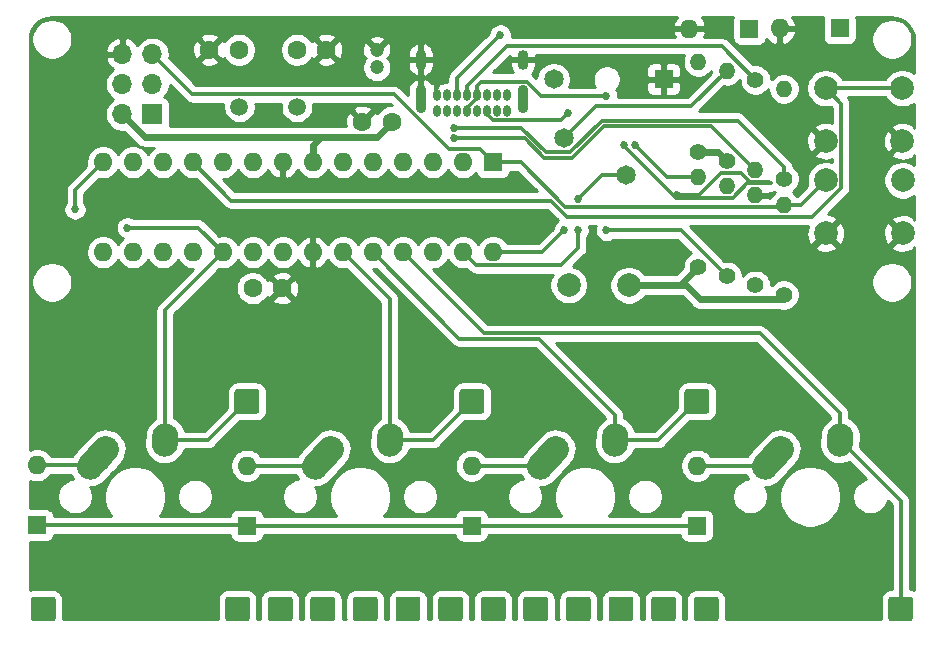
<source format=gbr>
%TF.GenerationSoftware,KiCad,Pcbnew,(5.1.6-0-10_14)*%
%TF.CreationDate,2020-08-01T00:48:29-04:00*%
%TF.ProjectId,pin-check,70696e2d-6368-4656-936b-2e6b69636164,v1.1.0*%
%TF.SameCoordinates,Original*%
%TF.FileFunction,Copper,L2,Bot*%
%TF.FilePolarity,Positive*%
%FSLAX46Y46*%
G04 Gerber Fmt 4.6, Leading zero omitted, Abs format (unit mm)*
G04 Created by KiCad (PCBNEW (5.1.6-0-10_14)) date 2020-08-01 00:48:29*
%MOMM*%
%LPD*%
G01*
G04 APERTURE LIST*
%TA.AperFunction,ComponentPad*%
%ADD10O,1.400000X1.400000*%
%TD*%
%TA.AperFunction,ComponentPad*%
%ADD11C,1.400000*%
%TD*%
%TA.AperFunction,ComponentPad*%
%ADD12C,1.650000*%
%TD*%
%TA.AperFunction,ComponentPad*%
%ADD13R,1.650000X1.650000*%
%TD*%
%TA.AperFunction,ComponentPad*%
%ADD14O,1.700000X1.700000*%
%TD*%
%TA.AperFunction,ComponentPad*%
%ADD15R,1.700000X1.700000*%
%TD*%
%TA.AperFunction,ComponentPad*%
%ADD16O,0.650000X1.000000*%
%TD*%
%TA.AperFunction,ComponentPad*%
%ADD17O,0.900000X2.400000*%
%TD*%
%TA.AperFunction,ComponentPad*%
%ADD18O,0.900000X1.700000*%
%TD*%
%TA.AperFunction,ComponentPad*%
%ADD19O,1.600000X1.600000*%
%TD*%
%TA.AperFunction,ComponentPad*%
%ADD20R,1.600000X1.600000*%
%TD*%
%TA.AperFunction,ComponentPad*%
%ADD21C,2.000000*%
%TD*%
%TA.AperFunction,ComponentPad*%
%ADD22C,1.200000*%
%TD*%
%TA.AperFunction,ComponentPad*%
%ADD23C,1.500000*%
%TD*%
%TA.AperFunction,ComponentPad*%
%ADD24C,1.600000*%
%TD*%
%TA.AperFunction,ViaPad*%
%ADD25C,0.685800*%
%TD*%
%TA.AperFunction,Conductor*%
%ADD26C,0.600000*%
%TD*%
%TA.AperFunction,Conductor*%
%ADD27C,0.300000*%
%TD*%
%TA.AperFunction,Conductor*%
%ADD28C,0.254000*%
%TD*%
G04 APERTURE END LIST*
%TO.P,SW4,2*%
%TO.N,/ColD*%
%TA.AperFunction,ComponentPad*%
G36*
G01*
X151721247Y-63285740D02*
X151721247Y-63285741D01*
G75*
G02*
X150677463Y-62085005I78476J1122260D01*
G01*
X150718017Y-61505043D01*
G75*
G02*
X151918753Y-60461259I1122260J-78476D01*
G01*
X151918753Y-60461259D01*
G75*
G02*
X152962537Y-61661995I-78476J-1122260D01*
G01*
X152921983Y-62241957D01*
G75*
G02*
X151721247Y-63285741I-1122260J78476D01*
G01*
G37*
%TD.AperFunction*%
%TO.P,SW4,1*%
%TO.N,Net-(D4-Pad2)*%
%TA.AperFunction,ComponentPad*%
G36*
G01*
X144731480Y-64947820D02*
X144731480Y-64947820D01*
G75*
G02*
X144648214Y-63359010I752772J836038D01*
G01*
X145959710Y-61902446D01*
G75*
G02*
X147548520Y-61819180I836038J-752772D01*
G01*
X147548520Y-61819180D01*
G75*
G02*
X147631786Y-63407990I-752772J-836038D01*
G01*
X146320290Y-64864554D01*
G75*
G02*
X144731480Y-64947820I-836038J752772D01*
G01*
G37*
%TD.AperFunction*%
%TD*%
%TO.P,SW3,2*%
%TO.N,/ColC*%
%TA.AperFunction,ComponentPad*%
G36*
G01*
X132671247Y-63285740D02*
X132671247Y-63285741D01*
G75*
G02*
X131627463Y-62085005I78476J1122260D01*
G01*
X131668017Y-61505043D01*
G75*
G02*
X132868753Y-60461259I1122260J-78476D01*
G01*
X132868753Y-60461259D01*
G75*
G02*
X133912537Y-61661995I-78476J-1122260D01*
G01*
X133871983Y-62241957D01*
G75*
G02*
X132671247Y-63285741I-1122260J78476D01*
G01*
G37*
%TD.AperFunction*%
%TO.P,SW3,1*%
%TO.N,Net-(D3-Pad2)*%
%TA.AperFunction,ComponentPad*%
G36*
G01*
X125681480Y-64947820D02*
X125681480Y-64947820D01*
G75*
G02*
X125598214Y-63359010I752772J836038D01*
G01*
X126909710Y-61902446D01*
G75*
G02*
X128498520Y-61819180I836038J-752772D01*
G01*
X128498520Y-61819180D01*
G75*
G02*
X128581786Y-63407990I-752772J-836038D01*
G01*
X127270290Y-64864554D01*
G75*
G02*
X125681480Y-64947820I-836038J752772D01*
G01*
G37*
%TD.AperFunction*%
%TD*%
%TO.P,SW2,2*%
%TO.N,/ColB*%
%TA.AperFunction,ComponentPad*%
G36*
G01*
X113621247Y-63285740D02*
X113621247Y-63285741D01*
G75*
G02*
X112577463Y-62085005I78476J1122260D01*
G01*
X112618017Y-61505043D01*
G75*
G02*
X113818753Y-60461259I1122260J-78476D01*
G01*
X113818753Y-60461259D01*
G75*
G02*
X114862537Y-61661995I-78476J-1122260D01*
G01*
X114821983Y-62241957D01*
G75*
G02*
X113621247Y-63285741I-1122260J78476D01*
G01*
G37*
%TD.AperFunction*%
%TO.P,SW2,1*%
%TO.N,Net-(D2-Pad2)*%
%TA.AperFunction,ComponentPad*%
G36*
G01*
X106631480Y-64947820D02*
X106631480Y-64947820D01*
G75*
G02*
X106548214Y-63359010I752772J836038D01*
G01*
X107859710Y-61902446D01*
G75*
G02*
X109448520Y-61819180I836038J-752772D01*
G01*
X109448520Y-61819180D01*
G75*
G02*
X109531786Y-63407990I-752772J-836038D01*
G01*
X108220290Y-64864554D01*
G75*
G02*
X106631480Y-64947820I-836038J752772D01*
G01*
G37*
%TD.AperFunction*%
%TD*%
%TO.P,SW1,2*%
%TO.N,/ColA*%
%TA.AperFunction,ComponentPad*%
G36*
G01*
X94571247Y-63285740D02*
X94571247Y-63285741D01*
G75*
G02*
X93527463Y-62085005I78476J1122260D01*
G01*
X93568017Y-61505043D01*
G75*
G02*
X94768753Y-60461259I1122260J-78476D01*
G01*
X94768753Y-60461259D01*
G75*
G02*
X95812537Y-61661995I-78476J-1122260D01*
G01*
X95771983Y-62241957D01*
G75*
G02*
X94571247Y-63285741I-1122260J78476D01*
G01*
G37*
%TD.AperFunction*%
%TO.P,SW1,1*%
%TO.N,Net-(D1-Pad2)*%
%TA.AperFunction,ComponentPad*%
G36*
G01*
X87581480Y-64947820D02*
X87581480Y-64947820D01*
G75*
G02*
X87498214Y-63359010I752772J836038D01*
G01*
X88809710Y-61902446D01*
G75*
G02*
X90398520Y-61819180I836038J-752772D01*
G01*
X90398520Y-61819180D01*
G75*
G02*
X90481786Y-63407990I-752772J-836038D01*
G01*
X89170290Y-64864554D01*
G75*
G02*
X87581480Y-64947820I-836038J752772D01*
G01*
G37*
%TD.AperFunction*%
%TD*%
D10*
%TO.P,R8,2*%
%TO.N,/C4*%
X139827000Y-29845000D03*
D11*
%TO.P,R8,1*%
%TO.N,+5V*%
X139827000Y-37465000D03*
%TD*%
D10*
%TO.P,R7,2*%
%TO.N,/C5*%
X142240000Y-30607000D03*
D11*
%TO.P,R7,1*%
%TO.N,+5V*%
X142240000Y-38227000D03*
%TD*%
D12*
%TO.P,J2,4*%
%TO.N,+5V*%
X127580000Y-31322000D03*
%TO.P,J2,3*%
%TO.N,/C4*%
X133680000Y-39422000D03*
%TO.P,J2,2*%
%TO.N,/C5*%
X128480000Y-36322000D03*
D13*
%TO.P,J2,1*%
%TO.N,GND*%
X136880000Y-31322000D03*
%TD*%
D14*
%TO.P,J1,6*%
%TO.N,GND*%
X91059000Y-29210000D03*
%TO.P,J1,5*%
%TO.N,/Reset*%
X93599000Y-29210000D03*
%TO.P,J1,4*%
%TO.N,/B3*%
X91059000Y-31750000D03*
%TO.P,J1,3*%
%TO.N,/ColA*%
X93599000Y-31750000D03*
%TO.P,J1,2*%
%TO.N,+5V*%
X91059000Y-34290000D03*
D15*
%TO.P,J1,1*%
%TO.N,/B4*%
X93599000Y-34290000D03*
%TD*%
D16*
%TO.P,P1,A5*%
%TO.N,Net-(P1-PadA5)*%
X121925000Y-34014600D03*
%TO.P,P1,A1*%
%TO.N,GND*%
X123625000Y-34014600D03*
%TO.P,P1,A4*%
%TO.N,Net-(F1-Pad2)*%
X122775000Y-34014600D03*
%TO.P,P1,A6*%
%TO.N,Net-(D8-Pad1)*%
X121075000Y-34014600D03*
%TO.P,P1,A7*%
%TO.N,Net-(D7-Pad1)*%
X120225000Y-34014600D03*
%TO.P,P1,A8*%
%TO.N,Net-(P1-PadA8)*%
X119375000Y-34014600D03*
%TO.P,P1,A9*%
%TO.N,Net-(F1-Pad2)*%
X118525000Y-34014600D03*
%TO.P,P1,A12*%
%TO.N,GND*%
X117675000Y-34014600D03*
%TO.P,P1,B12*%
X123625000Y-32689600D03*
%TO.P,P1,B9*%
%TO.N,Net-(F1-Pad2)*%
X122770000Y-32689600D03*
%TO.P,P1,B8*%
%TO.N,Net-(P1-PadB8)*%
X121920000Y-32689600D03*
%TO.P,P1,B7*%
%TO.N,Net-(D7-Pad1)*%
X121070000Y-32689600D03*
%TO.P,P1,B6*%
%TO.N,Net-(D8-Pad1)*%
X120220000Y-32689600D03*
%TO.P,P1,B5*%
%TO.N,Net-(P1-PadB5)*%
X119370000Y-32689600D03*
%TO.P,P1,B4*%
%TO.N,Net-(F1-Pad2)*%
X118520000Y-32689600D03*
%TO.P,P1,B1*%
%TO.N,GND*%
X117670000Y-32689600D03*
D17*
%TO.P,P1,S1*%
X124975000Y-33034600D03*
X116325000Y-33034600D03*
D18*
X124975000Y-29654600D03*
X116325000Y-29654600D03*
%TD*%
D19*
%TO.P,D1,2*%
%TO.N,Net-(D1-Pad2)*%
X83820000Y-64008000D03*
D20*
%TO.P,D1,1*%
%TO.N,/Row0*%
X83820000Y-69088000D03*
%TD*%
D19*
%TO.P,D8,2*%
%TO.N,GND*%
X139065000Y-27051000D03*
D20*
%TO.P,D8,1*%
%TO.N,Net-(D8-Pad1)*%
X144145000Y-27051000D03*
%TD*%
D19*
%TO.P,D7,2*%
%TO.N,GND*%
X146700000Y-27024000D03*
D20*
%TO.P,D7,1*%
%TO.N,Net-(D7-Pad1)*%
X151780000Y-27024000D03*
%TD*%
D19*
%TO.P,D4,2*%
%TO.N,Net-(D4-Pad2)*%
X139700000Y-64033400D03*
D20*
%TO.P,D4,1*%
%TO.N,/Row0*%
X139700000Y-69113400D03*
%TD*%
D19*
%TO.P,D3,2*%
%TO.N,Net-(D3-Pad2)*%
X120624600Y-64033400D03*
D20*
%TO.P,D3,1*%
%TO.N,/Row0*%
X120624600Y-69113400D03*
%TD*%
D19*
%TO.P,D2,2*%
%TO.N,Net-(D2-Pad2)*%
X101600000Y-64033400D03*
D20*
%TO.P,D2,1*%
%TO.N,/Row0*%
X101600000Y-69113400D03*
%TD*%
D10*
%TO.P,R6,2*%
%TO.N,/D+*%
X144653000Y-38989000D03*
D11*
%TO.P,R6,1*%
%TO.N,Net-(D8-Pad1)*%
X144653000Y-31369000D03*
%TD*%
D10*
%TO.P,R5,2*%
%TO.N,Net-(D7-Pad1)*%
X147066000Y-32131000D03*
D11*
%TO.P,R5,1*%
%TO.N,/D-*%
X147066000Y-39751000D03*
%TD*%
D10*
%TO.P,R4,2*%
%TO.N,Net-(D7-Pad1)*%
X139827000Y-39624000D03*
D11*
%TO.P,R4,1*%
%TO.N,+5V*%
X139827000Y-47244000D03*
%TD*%
D10*
%TO.P,R3,2*%
%TO.N,GND*%
X142240000Y-40386000D03*
D11*
%TO.P,R3,1*%
%TO.N,Net-(P1-PadA5)*%
X142240000Y-48006000D03*
%TD*%
D10*
%TO.P,R2,2*%
%TO.N,GND*%
X144653000Y-41148000D03*
D11*
%TO.P,R2,1*%
%TO.N,Net-(P1-PadB5)*%
X144653000Y-48768000D03*
%TD*%
D10*
%TO.P,R1,2*%
%TO.N,/Reset*%
X147066000Y-41953180D03*
D11*
%TO.P,R1,1*%
%TO.N,+5V*%
X147066000Y-49573180D03*
%TD*%
%TO.P,H10,1*%
%TO.N,/D7*%
%TA.AperFunction,ComponentPad*%
G36*
G01*
X127110200Y-75374600D02*
X127110200Y-76974600D01*
G75*
G02*
X126860200Y-77224600I-250000J0D01*
G01*
X125260200Y-77224600D01*
G75*
G02*
X125010200Y-76974600I0J250000D01*
G01*
X125010200Y-75374600D01*
G75*
G02*
X125260200Y-75124600I250000J0D01*
G01*
X126860200Y-75124600D01*
G75*
G02*
X127110200Y-75374600I0J-250000D01*
G01*
G37*
%TD.AperFunction*%
%TD*%
%TO.P,H9,1*%
%TO.N,/D6*%
%TA.AperFunction,ComponentPad*%
G36*
G01*
X130717000Y-75374600D02*
X130717000Y-76974600D01*
G75*
G02*
X130467000Y-77224600I-250000J0D01*
G01*
X128867000Y-77224600D01*
G75*
G02*
X128617000Y-76974600I0J250000D01*
G01*
X128617000Y-75374600D01*
G75*
G02*
X128867000Y-75124600I250000J0D01*
G01*
X130467000Y-75124600D01*
G75*
G02*
X130717000Y-75374600I0J-250000D01*
G01*
G37*
%TD.AperFunction*%
%TD*%
%TO.P,H8,1*%
%TO.N,/D4*%
%TA.AperFunction,ComponentPad*%
G36*
G01*
X134323800Y-75374600D02*
X134323800Y-76974600D01*
G75*
G02*
X134073800Y-77224600I-250000J0D01*
G01*
X132473800Y-77224600D01*
G75*
G02*
X132223800Y-76974600I0J250000D01*
G01*
X132223800Y-75374600D01*
G75*
G02*
X132473800Y-75124600I250000J0D01*
G01*
X134073800Y-75124600D01*
G75*
G02*
X134323800Y-75374600I0J-250000D01*
G01*
G37*
%TD.AperFunction*%
%TD*%
%TO.P,H7,1*%
%TO.N,/D1*%
%TA.AperFunction,ComponentPad*%
G36*
G01*
X137930600Y-75374600D02*
X137930600Y-76974600D01*
G75*
G02*
X137680600Y-77224600I-250000J0D01*
G01*
X136080600Y-77224600D01*
G75*
G02*
X135830600Y-76974600I0J250000D01*
G01*
X135830600Y-75374600D01*
G75*
G02*
X136080600Y-75124600I250000J0D01*
G01*
X137680600Y-75124600D01*
G75*
G02*
X137930600Y-75374600I0J-250000D01*
G01*
G37*
%TD.AperFunction*%
%TD*%
%TO.P,H6,1*%
%TO.N,/D0*%
%TA.AperFunction,ComponentPad*%
G36*
G01*
X141537400Y-75374600D02*
X141537400Y-76974600D01*
G75*
G02*
X141287400Y-77224600I-250000J0D01*
G01*
X139687400Y-77224600D01*
G75*
G02*
X139437400Y-76974600I0J250000D01*
G01*
X139437400Y-75374600D01*
G75*
G02*
X139687400Y-75124600I250000J0D01*
G01*
X141287400Y-75124600D01*
G75*
G02*
X141537400Y-75374600I0J-250000D01*
G01*
G37*
%TD.AperFunction*%
%TD*%
%TO.P,H11,1*%
%TO.N,/C5*%
%TA.AperFunction,ComponentPad*%
G36*
G01*
X123503400Y-75374600D02*
X123503400Y-76974600D01*
G75*
G02*
X123253400Y-77224600I-250000J0D01*
G01*
X121653400Y-77224600D01*
G75*
G02*
X121403400Y-76974600I0J250000D01*
G01*
X121403400Y-75374600D01*
G75*
G02*
X121653400Y-75124600I250000J0D01*
G01*
X123253400Y-75124600D01*
G75*
G02*
X123503400Y-75374600I0J-250000D01*
G01*
G37*
%TD.AperFunction*%
%TD*%
%TO.P,H14,1*%
%TO.N,/B4*%
%TA.AperFunction,ComponentPad*%
G36*
G01*
X112683000Y-75374600D02*
X112683000Y-76974600D01*
G75*
G02*
X112433000Y-77224600I-250000J0D01*
G01*
X110833000Y-77224600D01*
G75*
G02*
X110583000Y-76974600I0J250000D01*
G01*
X110583000Y-75374600D01*
G75*
G02*
X110833000Y-75124600I250000J0D01*
G01*
X112433000Y-75124600D01*
G75*
G02*
X112683000Y-75374600I0J-250000D01*
G01*
G37*
%TD.AperFunction*%
%TD*%
%TO.P,H15,1*%
%TO.N,/B3*%
%TA.AperFunction,ComponentPad*%
G36*
G01*
X109076200Y-75374600D02*
X109076200Y-76974600D01*
G75*
G02*
X108826200Y-77224600I-250000J0D01*
G01*
X107226200Y-77224600D01*
G75*
G02*
X106976200Y-76974600I0J250000D01*
G01*
X106976200Y-75374600D01*
G75*
G02*
X107226200Y-75124600I250000J0D01*
G01*
X108826200Y-75124600D01*
G75*
G02*
X109076200Y-75374600I0J-250000D01*
G01*
G37*
%TD.AperFunction*%
%TD*%
%TO.P,H16,1*%
%TO.N,/B2*%
%TA.AperFunction,ComponentPad*%
G36*
G01*
X105469400Y-75374600D02*
X105469400Y-76974600D01*
G75*
G02*
X105219400Y-77224600I-250000J0D01*
G01*
X103619400Y-77224600D01*
G75*
G02*
X103369400Y-76974600I0J250000D01*
G01*
X103369400Y-75374600D01*
G75*
G02*
X103619400Y-75124600I250000J0D01*
G01*
X105219400Y-75124600D01*
G75*
G02*
X105469400Y-75374600I0J-250000D01*
G01*
G37*
%TD.AperFunction*%
%TD*%
%TO.P,H17,1*%
%TO.N,/B1*%
%TA.AperFunction,ComponentPad*%
G36*
G01*
X101862600Y-75374600D02*
X101862600Y-76974600D01*
G75*
G02*
X101612600Y-77224600I-250000J0D01*
G01*
X100012600Y-77224600D01*
G75*
G02*
X99762600Y-76974600I0J250000D01*
G01*
X99762600Y-75374600D01*
G75*
G02*
X100012600Y-75124600I250000J0D01*
G01*
X101612600Y-75124600D01*
G75*
G02*
X101862600Y-75374600I0J-250000D01*
G01*
G37*
%TD.AperFunction*%
%TD*%
%TO.P,H12,1*%
%TO.N,/C4*%
%TA.AperFunction,ComponentPad*%
G36*
G01*
X119896600Y-75374600D02*
X119896600Y-76974600D01*
G75*
G02*
X119646600Y-77224600I-250000J0D01*
G01*
X118046600Y-77224600D01*
G75*
G02*
X117796600Y-76974600I0J250000D01*
G01*
X117796600Y-75374600D01*
G75*
G02*
X118046600Y-75124600I250000J0D01*
G01*
X119646600Y-75124600D01*
G75*
G02*
X119896600Y-75374600I0J-250000D01*
G01*
G37*
%TD.AperFunction*%
%TD*%
%TO.P,H13,1*%
%TO.N,/C3*%
%TA.AperFunction,ComponentPad*%
G36*
G01*
X116289800Y-75374600D02*
X116289800Y-76974600D01*
G75*
G02*
X116039800Y-77224600I-250000J0D01*
G01*
X114439800Y-77224600D01*
G75*
G02*
X114189800Y-76974600I0J250000D01*
G01*
X114189800Y-75374600D01*
G75*
G02*
X114439800Y-75124600I250000J0D01*
G01*
X116039800Y-75124600D01*
G75*
G02*
X116289800Y-75374600I0J-250000D01*
G01*
G37*
%TD.AperFunction*%
%TD*%
%TO.P,H5,1*%
%TO.N,/ColD*%
%TA.AperFunction,ComponentPad*%
G36*
G01*
X157996600Y-75374600D02*
X157996600Y-76974600D01*
G75*
G02*
X157746600Y-77224600I-250000J0D01*
G01*
X156146600Y-77224600D01*
G75*
G02*
X155896600Y-76974600I0J250000D01*
G01*
X155896600Y-75374600D01*
G75*
G02*
X156146600Y-75124600I250000J0D01*
G01*
X157746600Y-75124600D01*
G75*
G02*
X157996600Y-75374600I0J-250000D01*
G01*
G37*
%TD.AperFunction*%
%TD*%
%TO.P,H4,1*%
%TO.N,/ColC*%
%TA.AperFunction,ComponentPad*%
G36*
G01*
X140750000Y-57797800D02*
X140750000Y-59397800D01*
G75*
G02*
X140500000Y-59647800I-250000J0D01*
G01*
X138900000Y-59647800D01*
G75*
G02*
X138650000Y-59397800I0J250000D01*
G01*
X138650000Y-57797800D01*
G75*
G02*
X138900000Y-57547800I250000J0D01*
G01*
X140500000Y-57547800D01*
G75*
G02*
X140750000Y-57797800I0J-250000D01*
G01*
G37*
%TD.AperFunction*%
%TD*%
%TO.P,H3,1*%
%TO.N,/ColB*%
%TA.AperFunction,ComponentPad*%
G36*
G01*
X121700000Y-57797800D02*
X121700000Y-59397800D01*
G75*
G02*
X121450000Y-59647800I-250000J0D01*
G01*
X119850000Y-59647800D01*
G75*
G02*
X119600000Y-59397800I0J250000D01*
G01*
X119600000Y-57797800D01*
G75*
G02*
X119850000Y-57547800I250000J0D01*
G01*
X121450000Y-57547800D01*
G75*
G02*
X121700000Y-57797800I0J-250000D01*
G01*
G37*
%TD.AperFunction*%
%TD*%
%TO.P,H2,1*%
%TO.N,/ColA*%
%TA.AperFunction,ComponentPad*%
G36*
G01*
X102650000Y-57797800D02*
X102650000Y-59397800D01*
G75*
G02*
X102400000Y-59647800I-250000J0D01*
G01*
X100800000Y-59647800D01*
G75*
G02*
X100550000Y-59397800I0J250000D01*
G01*
X100550000Y-57797800D01*
G75*
G02*
X100800000Y-57547800I250000J0D01*
G01*
X102400000Y-57547800D01*
G75*
G02*
X102650000Y-57797800I0J-250000D01*
G01*
G37*
%TD.AperFunction*%
%TD*%
%TO.P,H1,1*%
%TO.N,/Row0*%
%TA.AperFunction,ComponentPad*%
G36*
G01*
X85403400Y-75374600D02*
X85403400Y-76974600D01*
G75*
G02*
X85153400Y-77224600I-250000J0D01*
G01*
X83553400Y-77224600D01*
G75*
G02*
X83303400Y-76974600I0J250000D01*
G01*
X83303400Y-75374600D01*
G75*
G02*
X83553400Y-75124600I250000J0D01*
G01*
X85153400Y-75124600D01*
G75*
G02*
X85403400Y-75374600I0J-250000D01*
G01*
G37*
%TD.AperFunction*%
%TD*%
D21*
%TO.P,F1,2*%
%TO.N,Net-(F1-Pad2)*%
X128854200Y-48752920D03*
%TO.P,F1,1*%
%TO.N,+5V*%
X133934200Y-48762920D03*
%TD*%
D22*
%TO.P,C3,2*%
%TO.N,+5V*%
X112585500Y-30329000D03*
%TO.P,C3,1*%
%TO.N,GND*%
X112585500Y-28829000D03*
%TD*%
D23*
%TO.P,Y1,2*%
%TO.N,Net-(C1-Pad2)*%
X105845000Y-33655000D03*
%TO.P,Y1,1*%
%TO.N,Net-(C2-Pad2)*%
X100965000Y-33655000D03*
%TD*%
D19*
%TO.P,U1,28*%
%TO.N,/C5*%
X122428000Y-45974000D03*
%TO.P,U1,14*%
%TO.N,/Row0*%
X89408000Y-38354000D03*
%TO.P,U1,27*%
%TO.N,/C4*%
X119888000Y-45974000D03*
%TO.P,U1,13*%
%TO.N,/D7*%
X91948000Y-38354000D03*
%TO.P,U1,26*%
%TO.N,/C3*%
X117348000Y-45974000D03*
%TO.P,U1,12*%
%TO.N,/D6*%
X94488000Y-38354000D03*
%TO.P,U1,25*%
%TO.N,/ColD*%
X114808000Y-45974000D03*
%TO.P,U1,11*%
%TO.N,/Boot*%
X97028000Y-38354000D03*
%TO.P,U1,24*%
%TO.N,/ColC*%
X112268000Y-45974000D03*
%TO.P,U1,10*%
%TO.N,Net-(C2-Pad2)*%
X99568000Y-38354000D03*
%TO.P,U1,23*%
%TO.N,/ColB*%
X109728000Y-45974000D03*
%TO.P,U1,9*%
%TO.N,Net-(C1-Pad2)*%
X102108000Y-38354000D03*
%TO.P,U1,22*%
%TO.N,GND*%
X107188000Y-45974000D03*
%TO.P,U1,8*%
X104648000Y-38354000D03*
%TO.P,U1,21*%
%TO.N,Net-(U1-Pad21)*%
X104648000Y-45974000D03*
%TO.P,U1,7*%
%TO.N,+5V*%
X107188000Y-38354000D03*
%TO.P,U1,20*%
X102108000Y-45974000D03*
%TO.P,U1,6*%
%TO.N,/D4*%
X109728000Y-38354000D03*
%TO.P,U1,19*%
%TO.N,/ColA*%
X99568000Y-45974000D03*
%TO.P,U1,5*%
%TO.N,/D-*%
X112268000Y-38354000D03*
%TO.P,U1,18*%
%TO.N,/B4*%
X97028000Y-45974000D03*
%TO.P,U1,4*%
%TO.N,/D+*%
X114808000Y-38354000D03*
%TO.P,U1,17*%
%TO.N,/B3*%
X94488000Y-45974000D03*
%TO.P,U1,3*%
%TO.N,/D1*%
X117348000Y-38354000D03*
%TO.P,U1,16*%
%TO.N,/B2*%
X91948000Y-45974000D03*
%TO.P,U1,2*%
%TO.N,/D0*%
X119888000Y-38354000D03*
%TO.P,U1,15*%
%TO.N,/B1*%
X89408000Y-45974000D03*
D20*
%TO.P,U1,1*%
%TO.N,/Reset*%
X122428000Y-38354000D03*
%TD*%
D21*
%TO.P,SW8,1*%
%TO.N,/Boot*%
X157099000Y-32076000D03*
%TO.P,SW8,2*%
%TO.N,GND*%
X157099000Y-36576000D03*
%TO.P,SW8,1*%
%TO.N,/Boot*%
X150599000Y-32076000D03*
%TO.P,SW8,2*%
%TO.N,GND*%
X150599000Y-36576000D03*
%TD*%
%TO.P,SW7,1*%
%TO.N,/Reset*%
X157122000Y-39878000D03*
%TO.P,SW7,2*%
%TO.N,GND*%
X157122000Y-44378000D03*
%TO.P,SW7,1*%
%TO.N,/Reset*%
X150622000Y-39878000D03*
%TO.P,SW7,2*%
%TO.N,GND*%
X150622000Y-44378000D03*
%TD*%
D24*
%TO.P,C5,2*%
%TO.N,+5V*%
X102084500Y-49022000D03*
%TO.P,C5,1*%
%TO.N,GND*%
X104584500Y-49022000D03*
%TD*%
%TO.P,C4,2*%
%TO.N,+5V*%
X113879000Y-34925000D03*
%TO.P,C4,1*%
%TO.N,GND*%
X111379000Y-34925000D03*
%TD*%
%TO.P,C2,2*%
%TO.N,Net-(C2-Pad2)*%
X100925000Y-28829000D03*
%TO.P,C2,1*%
%TO.N,GND*%
X98425000Y-28829000D03*
%TD*%
%TO.P,C1,2*%
%TO.N,Net-(C1-Pad2)*%
X105831000Y-28829000D03*
%TO.P,C1,1*%
%TO.N,GND*%
X108331000Y-28829000D03*
%TD*%
D25*
%TO.N,/Row0*%
X87050000Y-42324000D03*
%TO.N,Net-(D7-Pad1)*%
X134450000Y-36924000D03*
X132050000Y-32724000D03*
%TO.N,/C5*%
X128450000Y-44124000D03*
%TO.N,Net-(P1-PadB5)*%
X138050000Y-41124000D03*
X133550000Y-36924000D03*
X123050000Y-27556890D03*
%TO.N,Net-(P1-PadA5)*%
X132050000Y-44124000D03*
X128750000Y-34224000D03*
%TO.N,/D-*%
X119150000Y-35424000D03*
%TO.N,/D+*%
X119150000Y-36324000D03*
%TO.N,/C4*%
X129650000Y-41424000D03*
X129650000Y-44124000D03*
%TO.N,/ColA*%
X91487703Y-43886297D03*
%TD*%
D26*
%TO.N,+5V*%
X112626599Y-36177401D02*
X113879000Y-34925000D01*
X91059000Y-34290000D02*
X92946401Y-36177401D01*
X107188000Y-38354000D02*
X107188000Y-36892802D01*
X107188000Y-36892802D02*
X107903401Y-36177401D01*
X107903401Y-36177401D02*
X112626599Y-36177401D01*
X92946401Y-36177401D02*
X107903401Y-36177401D01*
X138308080Y-48762920D02*
X139827000Y-47244000D01*
X133934200Y-48762920D02*
X138308080Y-48762920D01*
X138308080Y-48762920D02*
X138788920Y-48762920D01*
X146718779Y-49920401D02*
X147066000Y-49573180D01*
X139946401Y-49920401D02*
X146718779Y-49920401D01*
X138788920Y-48762920D02*
X139946401Y-49920401D01*
X141478000Y-37465000D02*
X142240000Y-38227000D01*
X139827000Y-37465000D02*
X141478000Y-37465000D01*
D27*
%TO.N,Net-(D1-Pad2)*%
X89534000Y-64008000D02*
X89650000Y-64124000D01*
X88224500Y-64008000D02*
X88340000Y-64123500D01*
X83820000Y-64008000D02*
X88224500Y-64008000D01*
%TO.N,/Row0*%
X87050000Y-40712000D02*
X89408000Y-38354000D01*
X87050000Y-42324000D02*
X87050000Y-40712000D01*
X101574600Y-69088000D02*
X101600000Y-69113400D01*
X83820000Y-69088000D02*
X101574600Y-69088000D01*
X101600000Y-69113400D02*
X120624600Y-69113400D01*
X120624600Y-69113400D02*
X139700000Y-69113400D01*
%TO.N,Net-(D2-Pad2)*%
X107299900Y-64033400D02*
X107390000Y-64123500D01*
X101600000Y-64033400D02*
X107299900Y-64033400D01*
%TO.N,Net-(D3-Pad2)*%
X126343400Y-64033400D02*
X126350000Y-64040000D01*
X126349900Y-64033400D02*
X126440000Y-64123500D01*
X120624600Y-64033400D02*
X126349900Y-64033400D01*
%TO.N,Net-(D4-Pad2)*%
X145393400Y-64033400D02*
X145400000Y-64040000D01*
X145399900Y-64033400D02*
X145490000Y-64123500D01*
X139700000Y-64033400D02*
X145399900Y-64033400D01*
%TO.N,Net-(D7-Pad1)*%
X121070000Y-32901891D02*
X121070000Y-32689600D01*
X120225000Y-33746891D02*
X121070000Y-32901891D01*
X120225000Y-34014600D02*
X120225000Y-33746891D01*
X137150000Y-39624000D02*
X134450000Y-36924000D01*
X139827000Y-39624000D02*
X137150000Y-39624000D01*
X121070000Y-31889600D02*
X121070000Y-32689600D01*
X121427410Y-31532190D02*
X121070000Y-31889600D01*
X125286658Y-31532190D02*
X121427410Y-31532190D01*
X126478468Y-32724000D02*
X125286658Y-31532190D01*
X132050000Y-32724000D02*
X126478468Y-32724000D01*
%TO.N,Net-(D8-Pad1)*%
X144653000Y-31369000D02*
X141808000Y-28524000D01*
X120220000Y-31889600D02*
X120220000Y-32689600D01*
X123607410Y-28502190D02*
X120220000Y-31889600D01*
X125286658Y-28502190D02*
X123607410Y-28502190D01*
X125308468Y-28524000D02*
X125286658Y-28502190D01*
X141808000Y-28524000D02*
X125308468Y-28524000D01*
%TO.N,/C5*%
X128480000Y-36322000D02*
X131178000Y-33624000D01*
X139223000Y-33624000D02*
X142240000Y-30607000D01*
X131178000Y-33624000D02*
X139223000Y-33624000D01*
X126600000Y-45974000D02*
X122428000Y-45974000D01*
X128450000Y-44124000D02*
X126600000Y-45974000D01*
%TO.N,/Reset*%
X148546820Y-41953180D02*
X150622000Y-39878000D01*
X147066000Y-41953180D02*
X148546820Y-41953180D01*
X122428000Y-38354000D02*
X124780000Y-38354000D01*
X146868779Y-42150401D02*
X147066000Y-41953180D01*
X128576401Y-42150401D02*
X146868779Y-42150401D01*
X124780000Y-38354000D02*
X128576401Y-42150401D01*
X121325599Y-37251599D02*
X122428000Y-38354000D01*
X118727931Y-37251599D02*
X121325599Y-37251599D01*
X96991599Y-32602599D02*
X114078931Y-32602599D01*
X114078931Y-32602599D02*
X118727931Y-37251599D01*
X93599000Y-29210000D02*
X96991599Y-32602599D01*
%TO.N,Net-(P1-PadB5)*%
X145977045Y-40145599D02*
X143963955Y-40145599D01*
X133550000Y-36979046D02*
X133550000Y-36924000D01*
X142721153Y-41388401D02*
X137959355Y-41388401D01*
X145822847Y-39991401D02*
X145977045Y-40145599D01*
X143409847Y-39229401D02*
X144171847Y-39991401D01*
X144171847Y-39991401D02*
X145822847Y-39991401D01*
X137959355Y-41388401D02*
X133550000Y-36979046D01*
X141758847Y-39229401D02*
X143409847Y-39229401D01*
X143963955Y-40145599D02*
X142721153Y-41388401D01*
X139864248Y-41124000D02*
X141758847Y-39229401D01*
X138050000Y-41124000D02*
X139864248Y-41124000D01*
X119370000Y-31236890D02*
X119370000Y-32689600D01*
X123050000Y-27556890D02*
X119370000Y-31236890D01*
%TO.N,Net-(P1-PadA5)*%
X138358000Y-44124000D02*
X132050000Y-44124000D01*
X142240000Y-48006000D02*
X138358000Y-44124000D01*
X128156990Y-34817010D02*
X122443010Y-34817010D01*
X128750000Y-34224000D02*
X128156990Y-34817010D01*
X121925000Y-34299000D02*
X121925000Y-34014600D01*
X122443010Y-34817010D02*
X121925000Y-34299000D01*
%TO.N,/D-*%
X147066000Y-39751000D02*
X147066000Y-38740000D01*
X147066000Y-38740000D02*
X144050000Y-35724000D01*
X144050000Y-35724000D02*
X143150000Y-34824000D01*
X131646554Y-34824000D02*
X128946554Y-37524000D01*
X143150000Y-34824000D02*
X131646554Y-34824000D01*
X128946554Y-37524000D02*
X127250000Y-37524000D01*
X127250000Y-37524000D02*
X126950000Y-37524000D01*
X124850000Y-35424000D02*
X119150000Y-35424000D01*
X126950000Y-37524000D02*
X124850000Y-35424000D01*
%TO.N,/D+*%
X126762606Y-37976410D02*
X129133949Y-37976409D01*
X125110196Y-36324000D02*
X126762606Y-37976410D01*
X119150000Y-36324000D02*
X125110196Y-36324000D01*
X129133949Y-37976409D02*
X131833948Y-35276410D01*
X140940410Y-35276410D02*
X144653000Y-38989000D01*
X131833948Y-35276410D02*
X140940410Y-35276410D01*
%TO.N,/Boot*%
X150599000Y-32076000D02*
X157099000Y-32076000D01*
X151924401Y-33401401D02*
X150599000Y-32076000D01*
X151924401Y-40503153D02*
X151924401Y-33401401D01*
X149471973Y-42955581D02*
X151924401Y-40503153D01*
X127380098Y-41593902D02*
X128741777Y-42955581D01*
X100267902Y-41593902D02*
X127380098Y-41593902D01*
X128741777Y-42955581D02*
X149471973Y-42955581D01*
X97028000Y-38354000D02*
X100267902Y-41593902D01*
%TO.N,/C4*%
X131652000Y-39422000D02*
X129650000Y-41424000D01*
X133680000Y-39422000D02*
X131652000Y-39422000D01*
X129650000Y-44124000D02*
X129650000Y-45624000D01*
X120990401Y-47076401D02*
X119888000Y-45974000D01*
X128197599Y-47076401D02*
X120990401Y-47076401D01*
X129650000Y-45624000D02*
X128197599Y-47076401D01*
%TO.N,/ColA*%
X97480297Y-43886297D02*
X99568000Y-45974000D01*
X91487703Y-43886297D02*
X97480297Y-43886297D01*
X94650000Y-50892000D02*
X99568000Y-45974000D01*
X94650000Y-62163500D02*
X94650000Y-50892000D01*
X98324300Y-61873500D02*
X101600000Y-58597800D01*
X94670000Y-61873500D02*
X98324300Y-61873500D01*
%TO.N,/ColB*%
X113700000Y-49946000D02*
X109728000Y-45974000D01*
X113700000Y-62163500D02*
X113700000Y-49946000D01*
X117374300Y-61873500D02*
X120650000Y-58597800D01*
X113720000Y-61873500D02*
X117374300Y-61873500D01*
%TO.N,/ColC*%
X132750000Y-62163500D02*
X132750000Y-59725000D01*
X119578410Y-53284410D02*
X112268000Y-45974000D01*
X126309410Y-53284410D02*
X119578410Y-53284410D01*
X132750000Y-59725000D02*
X126309410Y-53284410D01*
X136424300Y-61873500D02*
X139700000Y-58597800D01*
X132770000Y-61873500D02*
X136424300Y-61873500D01*
%TO.N,/ColD*%
X151800000Y-62163500D02*
X151800000Y-59598000D01*
X151800000Y-59598000D02*
X145034000Y-52832000D01*
X121666000Y-52832000D02*
X114808000Y-45974000D01*
X145034000Y-52832000D02*
X121666000Y-52832000D01*
X151800000Y-62163500D02*
X152333500Y-62163500D01*
X151800000Y-62163500D02*
X152270000Y-62163500D01*
X151820000Y-61873500D02*
X156972000Y-67025500D01*
X156972000Y-76149200D02*
X156946600Y-76174600D01*
X156972000Y-67025500D02*
X156972000Y-76149200D01*
%TD*%
D28*
%TO.N,GND*%
G36*
X138001481Y-26087586D02*
G01*
X137833963Y-26313580D01*
X137713754Y-26567913D01*
X137673096Y-26701961D01*
X137795085Y-26924000D01*
X138938000Y-26924000D01*
X138938000Y-26904000D01*
X139192000Y-26904000D01*
X139192000Y-26924000D01*
X140334915Y-26924000D01*
X140456904Y-26701961D01*
X140416246Y-26567913D01*
X140296037Y-26313580D01*
X140128519Y-26087586D01*
X140098099Y-26060000D01*
X142739366Y-26060000D01*
X142719188Y-26126518D01*
X142706928Y-26251000D01*
X142706928Y-27851000D01*
X142719188Y-27975482D01*
X142755498Y-28095180D01*
X142814463Y-28205494D01*
X142893815Y-28302185D01*
X142990506Y-28381537D01*
X143100820Y-28440502D01*
X143220518Y-28476812D01*
X143345000Y-28489072D01*
X144945000Y-28489072D01*
X145069482Y-28476812D01*
X145189180Y-28440502D01*
X145299494Y-28381537D01*
X145396185Y-28302185D01*
X145475537Y-28205494D01*
X145534502Y-28095180D01*
X145570812Y-27975482D01*
X145577477Y-27907813D01*
X145636481Y-27987414D01*
X145844869Y-28176385D01*
X146086119Y-28321070D01*
X146350960Y-28415909D01*
X146573000Y-28294624D01*
X146573000Y-27151000D01*
X146827000Y-27151000D01*
X146827000Y-28294624D01*
X147049040Y-28415909D01*
X147313881Y-28321070D01*
X147555131Y-28176385D01*
X147763519Y-27987414D01*
X147931037Y-27761420D01*
X148051246Y-27507087D01*
X148091904Y-27373039D01*
X147969915Y-27151000D01*
X146827000Y-27151000D01*
X146573000Y-27151000D01*
X146553000Y-27151000D01*
X146553000Y-26897000D01*
X146573000Y-26897000D01*
X146573000Y-26877000D01*
X146827000Y-26877000D01*
X146827000Y-26897000D01*
X147969915Y-26897000D01*
X148091904Y-26674961D01*
X148051246Y-26540913D01*
X147931037Y-26286580D01*
X147763519Y-26060586D01*
X147762873Y-26060000D01*
X150366176Y-26060000D01*
X150354188Y-26099518D01*
X150341928Y-26224000D01*
X150341928Y-27824000D01*
X150354188Y-27948482D01*
X150390498Y-28068180D01*
X150449463Y-28178494D01*
X150528815Y-28275185D01*
X150625506Y-28354537D01*
X150735820Y-28413502D01*
X150855518Y-28449812D01*
X150980000Y-28462072D01*
X152580000Y-28462072D01*
X152704482Y-28449812D01*
X152824180Y-28413502D01*
X152934494Y-28354537D01*
X153031185Y-28275185D01*
X153110537Y-28178494D01*
X153169502Y-28068180D01*
X153205812Y-27948482D01*
X153218072Y-27824000D01*
X153218072Y-27769117D01*
X154475000Y-27769117D01*
X154475000Y-28110883D01*
X154541675Y-28446081D01*
X154672463Y-28761831D01*
X154862337Y-29045998D01*
X155104002Y-29287663D01*
X155388169Y-29477537D01*
X155703919Y-29608325D01*
X156039117Y-29675000D01*
X156380883Y-29675000D01*
X156716081Y-29608325D01*
X157031831Y-29477537D01*
X157315998Y-29287663D01*
X157557663Y-29045998D01*
X157747537Y-28761831D01*
X157878325Y-28446081D01*
X157945000Y-28110883D01*
X157945000Y-27769117D01*
X157878325Y-27433919D01*
X157747537Y-27118169D01*
X157557663Y-26834002D01*
X157315998Y-26592337D01*
X157031831Y-26402463D01*
X156716081Y-26271675D01*
X156380883Y-26205000D01*
X156039117Y-26205000D01*
X155703919Y-26271675D01*
X155388169Y-26402463D01*
X155104002Y-26592337D01*
X154862337Y-26834002D01*
X154672463Y-27118169D01*
X154541675Y-27433919D01*
X154475000Y-27769117D01*
X153218072Y-27769117D01*
X153218072Y-26224000D01*
X153205812Y-26099518D01*
X153193824Y-26060000D01*
X156177721Y-26060000D01*
X156574545Y-26098909D01*
X156925208Y-26204780D01*
X157248625Y-26376744D01*
X157532484Y-26608254D01*
X157765965Y-26890486D01*
X157940183Y-27212695D01*
X158048502Y-27562614D01*
X158090001Y-27957452D01*
X158090001Y-30771768D01*
X157873463Y-30627082D01*
X157575912Y-30503832D01*
X157260033Y-30441000D01*
X156937967Y-30441000D01*
X156622088Y-30503832D01*
X156324537Y-30627082D01*
X156056748Y-30806013D01*
X155829013Y-31033748D01*
X155657123Y-31291000D01*
X152040877Y-31291000D01*
X151868987Y-31033748D01*
X151641252Y-30806013D01*
X151373463Y-30627082D01*
X151075912Y-30503832D01*
X150760033Y-30441000D01*
X150437967Y-30441000D01*
X150122088Y-30503832D01*
X149824537Y-30627082D01*
X149556748Y-30806013D01*
X149329013Y-31033748D01*
X149150082Y-31301537D01*
X149026832Y-31599088D01*
X148964000Y-31914967D01*
X148964000Y-32237033D01*
X149026832Y-32552912D01*
X149150082Y-32850463D01*
X149329013Y-33118252D01*
X149556748Y-33345987D01*
X149824537Y-33524918D01*
X150122088Y-33648168D01*
X150437967Y-33711000D01*
X150760033Y-33711000D01*
X151063483Y-33650640D01*
X151139402Y-33726560D01*
X151139402Y-35027423D01*
X150857892Y-34953616D01*
X150536405Y-34934282D01*
X150217325Y-34978039D01*
X149912912Y-35083205D01*
X149738956Y-35176186D01*
X149643192Y-35440587D01*
X150599000Y-36396395D01*
X150613143Y-36382253D01*
X150792748Y-36561858D01*
X150778605Y-36576000D01*
X150792748Y-36590143D01*
X150613143Y-36769748D01*
X150599000Y-36755605D01*
X149643192Y-37711413D01*
X149738956Y-37975814D01*
X150028571Y-38116704D01*
X150340108Y-38198384D01*
X150661595Y-38217718D01*
X150980675Y-38173961D01*
X151139401Y-38119126D01*
X151139401Y-38322603D01*
X151098912Y-38305832D01*
X150783033Y-38243000D01*
X150460967Y-38243000D01*
X150145088Y-38305832D01*
X149847537Y-38429082D01*
X149579748Y-38608013D01*
X149352013Y-38835748D01*
X149173082Y-39103537D01*
X149049832Y-39401088D01*
X148987000Y-39716967D01*
X148987000Y-40039033D01*
X149047360Y-40342483D01*
X148221663Y-41168180D01*
X148147070Y-41168180D01*
X148102962Y-41102167D01*
X147917013Y-40916218D01*
X147821038Y-40852090D01*
X147917013Y-40787962D01*
X148102962Y-40602013D01*
X148249061Y-40383359D01*
X148349696Y-40140405D01*
X148401000Y-39882486D01*
X148401000Y-39619514D01*
X148349696Y-39361595D01*
X148249061Y-39118641D01*
X148102962Y-38899987D01*
X147917013Y-38714038D01*
X147847678Y-38667710D01*
X147839641Y-38586113D01*
X147824832Y-38537292D01*
X147794754Y-38438140D01*
X147774368Y-38400000D01*
X147721862Y-38301767D01*
X147672450Y-38241559D01*
X147648345Y-38212187D01*
X147648342Y-38212184D01*
X147623764Y-38182236D01*
X147593816Y-38157658D01*
X146074753Y-36638595D01*
X148957282Y-36638595D01*
X149001039Y-36957675D01*
X149106205Y-37262088D01*
X149199186Y-37436044D01*
X149463587Y-37531808D01*
X150419395Y-36576000D01*
X149463587Y-35620192D01*
X149199186Y-35715956D01*
X149058296Y-36005571D01*
X148976616Y-36317108D01*
X148957282Y-36638595D01*
X146074753Y-36638595D01*
X144632349Y-35196192D01*
X144632345Y-35196187D01*
X143732347Y-34296190D01*
X143707764Y-34266236D01*
X143588233Y-34168138D01*
X143451860Y-34095246D01*
X143303887Y-34050359D01*
X143188561Y-34039000D01*
X143188553Y-34039000D01*
X143150000Y-34035203D01*
X143111447Y-34039000D01*
X139918157Y-34039000D01*
X142030647Y-31926511D01*
X142108514Y-31942000D01*
X142371486Y-31942000D01*
X142629405Y-31890696D01*
X142872359Y-31790061D01*
X143091013Y-31643962D01*
X143276962Y-31458013D01*
X143318000Y-31396595D01*
X143318000Y-31500486D01*
X143369304Y-31758405D01*
X143469939Y-32001359D01*
X143616038Y-32220013D01*
X143801987Y-32405962D01*
X144020641Y-32552061D01*
X144263595Y-32652696D01*
X144521514Y-32704000D01*
X144784486Y-32704000D01*
X145042405Y-32652696D01*
X145285359Y-32552061D01*
X145504013Y-32405962D01*
X145689962Y-32220013D01*
X145731000Y-32158595D01*
X145731000Y-32262486D01*
X145782304Y-32520405D01*
X145882939Y-32763359D01*
X146029038Y-32982013D01*
X146214987Y-33167962D01*
X146433641Y-33314061D01*
X146676595Y-33414696D01*
X146934514Y-33466000D01*
X147197486Y-33466000D01*
X147455405Y-33414696D01*
X147698359Y-33314061D01*
X147917013Y-33167962D01*
X148102962Y-32982013D01*
X148249061Y-32763359D01*
X148349696Y-32520405D01*
X148401000Y-32262486D01*
X148401000Y-31999514D01*
X148349696Y-31741595D01*
X148249061Y-31498641D01*
X148102962Y-31279987D01*
X147917013Y-31094038D01*
X147698359Y-30947939D01*
X147455405Y-30847304D01*
X147197486Y-30796000D01*
X146934514Y-30796000D01*
X146676595Y-30847304D01*
X146433641Y-30947939D01*
X146214987Y-31094038D01*
X146029038Y-31279987D01*
X145988000Y-31341405D01*
X145988000Y-31237514D01*
X145936696Y-30979595D01*
X145836061Y-30736641D01*
X145689962Y-30517987D01*
X145504013Y-30332038D01*
X145285359Y-30185939D01*
X145042405Y-30085304D01*
X144784486Y-30034000D01*
X144521514Y-30034000D01*
X144443646Y-30049489D01*
X142390345Y-27996188D01*
X142365764Y-27966236D01*
X142246233Y-27868138D01*
X142109860Y-27795246D01*
X141961887Y-27750359D01*
X141846561Y-27739000D01*
X141846553Y-27739000D01*
X141808000Y-27735203D01*
X141769447Y-27739000D01*
X140319395Y-27739000D01*
X140416246Y-27534087D01*
X140456904Y-27400039D01*
X140334915Y-27178000D01*
X139192000Y-27178000D01*
X139192000Y-27198000D01*
X138938000Y-27198000D01*
X138938000Y-27178000D01*
X137795085Y-27178000D01*
X137673096Y-27400039D01*
X137713754Y-27534087D01*
X137810605Y-27739000D01*
X125474997Y-27739000D01*
X125440545Y-27728549D01*
X125325219Y-27717190D01*
X125325211Y-27717190D01*
X125286658Y-27713393D01*
X125248105Y-27717190D01*
X124015173Y-27717190D01*
X124027900Y-27653205D01*
X124027900Y-27460575D01*
X123990320Y-27271647D01*
X123916604Y-27093680D01*
X123809585Y-26933515D01*
X123673375Y-26797305D01*
X123513210Y-26690286D01*
X123335243Y-26616570D01*
X123146315Y-26578990D01*
X122953685Y-26578990D01*
X122764757Y-26616570D01*
X122586790Y-26690286D01*
X122426625Y-26797305D01*
X122290415Y-26933515D01*
X122183396Y-27093680D01*
X122109680Y-27271647D01*
X122081025Y-27415707D01*
X118842190Y-30654543D01*
X118812236Y-30679126D01*
X118714138Y-30798658D01*
X118641246Y-30935031D01*
X118596359Y-31083004D01*
X118585000Y-31198330D01*
X118585000Y-31198337D01*
X118581203Y-31236890D01*
X118585000Y-31275443D01*
X118585000Y-31556357D01*
X118520000Y-31549955D01*
X118331808Y-31568490D01*
X118150847Y-31623384D01*
X118096647Y-31652354D01*
X117944294Y-31594620D01*
X117797000Y-31723479D01*
X117797000Y-31882322D01*
X117717927Y-31978672D01*
X117628784Y-32145446D01*
X117573890Y-32326407D01*
X117560000Y-32467438D01*
X117560000Y-32836600D01*
X117543000Y-32836600D01*
X117543000Y-32816600D01*
X117523000Y-32816600D01*
X117523000Y-32562600D01*
X117543000Y-32562600D01*
X117543000Y-31723479D01*
X117395706Y-31594620D01*
X117223169Y-31660003D01*
X117217438Y-31663757D01*
X117156587Y-31576209D01*
X117002408Y-31427586D01*
X116822197Y-31311898D01*
X116619001Y-31240192D01*
X116452000Y-31367098D01*
X116452000Y-32907600D01*
X116472000Y-32907600D01*
X116472000Y-33161600D01*
X116452000Y-33161600D01*
X116452000Y-33181600D01*
X116198000Y-33181600D01*
X116198000Y-33161600D01*
X116178000Y-33161600D01*
X116178000Y-32907600D01*
X116198000Y-32907600D01*
X116198000Y-31367098D01*
X116030999Y-31240192D01*
X115827803Y-31311898D01*
X115647592Y-31427586D01*
X115493413Y-31576209D01*
X115371191Y-31752055D01*
X115285624Y-31948367D01*
X115240000Y-32157600D01*
X115240000Y-32653511D01*
X114661276Y-32074787D01*
X114636695Y-32044835D01*
X114517164Y-31946737D01*
X114380791Y-31873845D01*
X114232818Y-31828958D01*
X114117492Y-31817599D01*
X114117484Y-31817599D01*
X114078931Y-31813802D01*
X114040378Y-31817599D01*
X97316756Y-31817599D01*
X95320859Y-29821702D01*
X97611903Y-29821702D01*
X97683486Y-30065671D01*
X97938996Y-30186571D01*
X98213184Y-30255300D01*
X98495512Y-30269217D01*
X98775130Y-30227787D01*
X99041292Y-30132603D01*
X99166514Y-30065671D01*
X99238097Y-29821702D01*
X98425000Y-29008605D01*
X97611903Y-29821702D01*
X95320859Y-29821702D01*
X95046075Y-29546918D01*
X95084000Y-29356260D01*
X95084000Y-29063740D01*
X95051333Y-28899512D01*
X96984783Y-28899512D01*
X97026213Y-29179130D01*
X97121397Y-29445292D01*
X97188329Y-29570514D01*
X97432298Y-29642097D01*
X98245395Y-28829000D01*
X98604605Y-28829000D01*
X99417702Y-29642097D01*
X99661671Y-29570514D01*
X99675324Y-29541659D01*
X99810363Y-29743759D01*
X100010241Y-29943637D01*
X100245273Y-30100680D01*
X100506426Y-30208853D01*
X100783665Y-30264000D01*
X101066335Y-30264000D01*
X101343574Y-30208853D01*
X101604727Y-30100680D01*
X101839759Y-29943637D01*
X102039637Y-29743759D01*
X102196680Y-29508727D01*
X102304853Y-29247574D01*
X102360000Y-28970335D01*
X102360000Y-28687665D01*
X104396000Y-28687665D01*
X104396000Y-28970335D01*
X104451147Y-29247574D01*
X104559320Y-29508727D01*
X104716363Y-29743759D01*
X104916241Y-29943637D01*
X105151273Y-30100680D01*
X105412426Y-30208853D01*
X105689665Y-30264000D01*
X105972335Y-30264000D01*
X106249574Y-30208853D01*
X106510727Y-30100680D01*
X106745759Y-29943637D01*
X106867694Y-29821702D01*
X107517903Y-29821702D01*
X107589486Y-30065671D01*
X107844996Y-30186571D01*
X108119184Y-30255300D01*
X108401512Y-30269217D01*
X108681130Y-30227787D01*
X108947292Y-30132603D01*
X109072514Y-30065671D01*
X109144097Y-29821702D01*
X108331000Y-29008605D01*
X107517903Y-29821702D01*
X106867694Y-29821702D01*
X106945637Y-29743759D01*
X107079692Y-29543131D01*
X107094329Y-29570514D01*
X107338298Y-29642097D01*
X108151395Y-28829000D01*
X108510605Y-28829000D01*
X109323702Y-29642097D01*
X109567671Y-29570514D01*
X109688571Y-29315004D01*
X109757300Y-29040816D01*
X109763874Y-28907438D01*
X111347005Y-28907438D01*
X111386105Y-29147549D01*
X111471298Y-29375418D01*
X111512152Y-29451852D01*
X111680479Y-29487467D01*
X111626213Y-29541733D01*
X111491057Y-29744008D01*
X111397960Y-29968764D01*
X111350500Y-30207363D01*
X111350500Y-30450637D01*
X111397960Y-30689236D01*
X111491057Y-30913992D01*
X111626213Y-31116267D01*
X111798233Y-31288287D01*
X112000508Y-31423443D01*
X112225264Y-31516540D01*
X112463863Y-31564000D01*
X112707137Y-31564000D01*
X112945736Y-31516540D01*
X113170492Y-31423443D01*
X113372767Y-31288287D01*
X113544787Y-31116267D01*
X113679943Y-30913992D01*
X113773040Y-30689236D01*
X113820500Y-30450637D01*
X113820500Y-30207363D01*
X113773040Y-29968764D01*
X113695515Y-29781600D01*
X115240000Y-29781600D01*
X115240000Y-30181600D01*
X115285624Y-30390833D01*
X115371191Y-30587145D01*
X115493413Y-30762991D01*
X115647592Y-30911614D01*
X115827803Y-31027302D01*
X116030999Y-31099008D01*
X116198000Y-30972102D01*
X116198000Y-29781600D01*
X116452000Y-29781600D01*
X116452000Y-30972102D01*
X116619001Y-31099008D01*
X116822197Y-31027302D01*
X117002408Y-30911614D01*
X117156587Y-30762991D01*
X117278809Y-30587145D01*
X117364376Y-30390833D01*
X117410000Y-30181600D01*
X117410000Y-29781600D01*
X116452000Y-29781600D01*
X116198000Y-29781600D01*
X115240000Y-29781600D01*
X113695515Y-29781600D01*
X113679943Y-29744008D01*
X113544787Y-29541733D01*
X113490521Y-29487467D01*
X113658848Y-29451852D01*
X113759737Y-29230484D01*
X113783965Y-29127600D01*
X115240000Y-29127600D01*
X115240000Y-29527600D01*
X116198000Y-29527600D01*
X116198000Y-28337098D01*
X116452000Y-28337098D01*
X116452000Y-29527600D01*
X117410000Y-29527600D01*
X117410000Y-29127600D01*
X117364376Y-28918367D01*
X117278809Y-28722055D01*
X117156587Y-28546209D01*
X117002408Y-28397586D01*
X116822197Y-28281898D01*
X116619001Y-28210192D01*
X116452000Y-28337098D01*
X116198000Y-28337098D01*
X116030999Y-28210192D01*
X115827803Y-28281898D01*
X115647592Y-28397586D01*
X115493413Y-28546209D01*
X115371191Y-28722055D01*
X115285624Y-28918367D01*
X115240000Y-29127600D01*
X113783965Y-29127600D01*
X113815500Y-28993687D01*
X113823995Y-28750562D01*
X113784895Y-28510451D01*
X113699702Y-28282582D01*
X113658848Y-28206148D01*
X113435264Y-28158841D01*
X112765105Y-28829000D01*
X112779248Y-28843143D01*
X112599643Y-29022748D01*
X112585500Y-29008605D01*
X112571358Y-29022748D01*
X112391753Y-28843143D01*
X112405895Y-28829000D01*
X111735736Y-28158841D01*
X111512152Y-28206148D01*
X111411263Y-28427516D01*
X111355500Y-28664313D01*
X111347005Y-28907438D01*
X109763874Y-28907438D01*
X109771217Y-28758488D01*
X109729787Y-28478870D01*
X109634603Y-28212708D01*
X109567671Y-28087486D01*
X109323702Y-28015903D01*
X108510605Y-28829000D01*
X108151395Y-28829000D01*
X107338298Y-28015903D01*
X107094329Y-28087486D01*
X107080676Y-28116341D01*
X106945637Y-27914241D01*
X106867694Y-27836298D01*
X107517903Y-27836298D01*
X108331000Y-28649395D01*
X109001159Y-27979236D01*
X111915341Y-27979236D01*
X112585500Y-28649395D01*
X113255659Y-27979236D01*
X113208352Y-27755652D01*
X112986984Y-27654763D01*
X112750187Y-27599000D01*
X112507062Y-27590505D01*
X112266951Y-27629605D01*
X112039082Y-27714798D01*
X111962648Y-27755652D01*
X111915341Y-27979236D01*
X109001159Y-27979236D01*
X109144097Y-27836298D01*
X109072514Y-27592329D01*
X108817004Y-27471429D01*
X108542816Y-27402700D01*
X108260488Y-27388783D01*
X107980870Y-27430213D01*
X107714708Y-27525397D01*
X107589486Y-27592329D01*
X107517903Y-27836298D01*
X106867694Y-27836298D01*
X106745759Y-27714363D01*
X106510727Y-27557320D01*
X106249574Y-27449147D01*
X105972335Y-27394000D01*
X105689665Y-27394000D01*
X105412426Y-27449147D01*
X105151273Y-27557320D01*
X104916241Y-27714363D01*
X104716363Y-27914241D01*
X104559320Y-28149273D01*
X104451147Y-28410426D01*
X104396000Y-28687665D01*
X102360000Y-28687665D01*
X102304853Y-28410426D01*
X102196680Y-28149273D01*
X102039637Y-27914241D01*
X101839759Y-27714363D01*
X101604727Y-27557320D01*
X101343574Y-27449147D01*
X101066335Y-27394000D01*
X100783665Y-27394000D01*
X100506426Y-27449147D01*
X100245273Y-27557320D01*
X100010241Y-27714363D01*
X99810363Y-27914241D01*
X99676308Y-28114869D01*
X99661671Y-28087486D01*
X99417702Y-28015903D01*
X98604605Y-28829000D01*
X98245395Y-28829000D01*
X97432298Y-28015903D01*
X97188329Y-28087486D01*
X97067429Y-28342996D01*
X96998700Y-28617184D01*
X96984783Y-28899512D01*
X95051333Y-28899512D01*
X95026932Y-28776842D01*
X94914990Y-28506589D01*
X94752475Y-28263368D01*
X94545632Y-28056525D01*
X94302411Y-27894010D01*
X94163082Y-27836298D01*
X97611903Y-27836298D01*
X98425000Y-28649395D01*
X99238097Y-27836298D01*
X99166514Y-27592329D01*
X98911004Y-27471429D01*
X98636816Y-27402700D01*
X98354488Y-27388783D01*
X98074870Y-27430213D01*
X97808708Y-27525397D01*
X97683486Y-27592329D01*
X97611903Y-27836298D01*
X94163082Y-27836298D01*
X94032158Y-27782068D01*
X93745260Y-27725000D01*
X93452740Y-27725000D01*
X93165842Y-27782068D01*
X92895589Y-27894010D01*
X92652368Y-28056525D01*
X92445525Y-28263368D01*
X92327900Y-28439406D01*
X92156588Y-28209731D01*
X91940355Y-28014822D01*
X91690252Y-27865843D01*
X91415891Y-27768519D01*
X91186000Y-27889186D01*
X91186000Y-29083000D01*
X91206000Y-29083000D01*
X91206000Y-29337000D01*
X91186000Y-29337000D01*
X91186000Y-29357000D01*
X90932000Y-29357000D01*
X90932000Y-29337000D01*
X89738845Y-29337000D01*
X89617524Y-29566890D01*
X89662175Y-29714099D01*
X89787359Y-29976920D01*
X89961412Y-30210269D01*
X90177645Y-30405178D01*
X90294534Y-30474805D01*
X90112368Y-30596525D01*
X89905525Y-30803368D01*
X89743010Y-31046589D01*
X89631068Y-31316842D01*
X89574000Y-31603740D01*
X89574000Y-31896260D01*
X89631068Y-32183158D01*
X89743010Y-32453411D01*
X89905525Y-32696632D01*
X90112368Y-32903475D01*
X90286760Y-33020000D01*
X90112368Y-33136525D01*
X89905525Y-33343368D01*
X89743010Y-33586589D01*
X89631068Y-33856842D01*
X89574000Y-34143740D01*
X89574000Y-34436260D01*
X89631068Y-34723158D01*
X89743010Y-34993411D01*
X89905525Y-35236632D01*
X90112368Y-35443475D01*
X90355589Y-35605990D01*
X90625842Y-35717932D01*
X90912740Y-35775000D01*
X91205260Y-35775000D01*
X91218981Y-35772271D01*
X92252775Y-36806065D01*
X92282057Y-36841745D01*
X92424429Y-36958587D01*
X92586861Y-37045408D01*
X92693927Y-37077886D01*
X92763108Y-37098872D01*
X92946400Y-37116925D01*
X92992332Y-37112401D01*
X93763253Y-37112401D01*
X93573241Y-37239363D01*
X93373363Y-37439241D01*
X93218000Y-37671759D01*
X93062637Y-37439241D01*
X92862759Y-37239363D01*
X92627727Y-37082320D01*
X92366574Y-36974147D01*
X92089335Y-36919000D01*
X91806665Y-36919000D01*
X91529426Y-36974147D01*
X91268273Y-37082320D01*
X91033241Y-37239363D01*
X90833363Y-37439241D01*
X90678000Y-37671759D01*
X90522637Y-37439241D01*
X90322759Y-37239363D01*
X90087727Y-37082320D01*
X89826574Y-36974147D01*
X89549335Y-36919000D01*
X89266665Y-36919000D01*
X88989426Y-36974147D01*
X88728273Y-37082320D01*
X88493241Y-37239363D01*
X88293363Y-37439241D01*
X88136320Y-37674273D01*
X88028147Y-37935426D01*
X87973000Y-38212665D01*
X87973000Y-38495335D01*
X88003446Y-38648397D01*
X86522185Y-40129658D01*
X86492237Y-40154236D01*
X86467659Y-40184184D01*
X86467655Y-40184188D01*
X86448934Y-40207000D01*
X86394139Y-40273767D01*
X86380392Y-40299486D01*
X86321246Y-40410141D01*
X86276359Y-40558114D01*
X86261203Y-40712000D01*
X86265001Y-40750562D01*
X86265000Y-41738661D01*
X86183396Y-41860790D01*
X86109680Y-42038757D01*
X86072100Y-42227685D01*
X86072100Y-42420315D01*
X86109680Y-42609243D01*
X86183396Y-42787210D01*
X86290415Y-42947375D01*
X86426625Y-43083585D01*
X86586790Y-43190604D01*
X86764757Y-43264320D01*
X86953685Y-43301900D01*
X87146315Y-43301900D01*
X87335243Y-43264320D01*
X87513210Y-43190604D01*
X87673375Y-43083585D01*
X87809585Y-42947375D01*
X87916604Y-42787210D01*
X87990320Y-42609243D01*
X88027900Y-42420315D01*
X88027900Y-42227685D01*
X87990320Y-42038757D01*
X87916604Y-41860790D01*
X87835000Y-41738661D01*
X87835000Y-41037157D01*
X89113603Y-39758554D01*
X89266665Y-39789000D01*
X89549335Y-39789000D01*
X89826574Y-39733853D01*
X90087727Y-39625680D01*
X90322759Y-39468637D01*
X90522637Y-39268759D01*
X90678000Y-39036241D01*
X90833363Y-39268759D01*
X91033241Y-39468637D01*
X91268273Y-39625680D01*
X91529426Y-39733853D01*
X91806665Y-39789000D01*
X92089335Y-39789000D01*
X92366574Y-39733853D01*
X92627727Y-39625680D01*
X92862759Y-39468637D01*
X93062637Y-39268759D01*
X93218000Y-39036241D01*
X93373363Y-39268759D01*
X93573241Y-39468637D01*
X93808273Y-39625680D01*
X94069426Y-39733853D01*
X94346665Y-39789000D01*
X94629335Y-39789000D01*
X94906574Y-39733853D01*
X95167727Y-39625680D01*
X95402759Y-39468637D01*
X95602637Y-39268759D01*
X95758000Y-39036241D01*
X95913363Y-39268759D01*
X96113241Y-39468637D01*
X96348273Y-39625680D01*
X96609426Y-39733853D01*
X96886665Y-39789000D01*
X97169335Y-39789000D01*
X97322397Y-39758554D01*
X99685560Y-42121718D01*
X99710138Y-42151666D01*
X99740086Y-42176244D01*
X99740089Y-42176247D01*
X99766158Y-42197641D01*
X99829669Y-42249764D01*
X99966042Y-42322656D01*
X100079574Y-42357096D01*
X100114014Y-42367543D01*
X100128392Y-42368959D01*
X100229341Y-42378902D01*
X100229348Y-42378902D01*
X100267901Y-42382699D01*
X100306454Y-42378902D01*
X127054941Y-42378902D01*
X127954806Y-43278767D01*
X127826625Y-43364415D01*
X127690415Y-43500625D01*
X127583396Y-43660790D01*
X127509680Y-43838757D01*
X127481025Y-43982818D01*
X126274843Y-45189000D01*
X123629339Y-45189000D01*
X123542637Y-45059241D01*
X123342759Y-44859363D01*
X123107727Y-44702320D01*
X122846574Y-44594147D01*
X122569335Y-44539000D01*
X122286665Y-44539000D01*
X122009426Y-44594147D01*
X121748273Y-44702320D01*
X121513241Y-44859363D01*
X121313363Y-45059241D01*
X121158000Y-45291759D01*
X121002637Y-45059241D01*
X120802759Y-44859363D01*
X120567727Y-44702320D01*
X120306574Y-44594147D01*
X120029335Y-44539000D01*
X119746665Y-44539000D01*
X119469426Y-44594147D01*
X119208273Y-44702320D01*
X118973241Y-44859363D01*
X118773363Y-45059241D01*
X118618000Y-45291759D01*
X118462637Y-45059241D01*
X118262759Y-44859363D01*
X118027727Y-44702320D01*
X117766574Y-44594147D01*
X117489335Y-44539000D01*
X117206665Y-44539000D01*
X116929426Y-44594147D01*
X116668273Y-44702320D01*
X116433241Y-44859363D01*
X116233363Y-45059241D01*
X116078000Y-45291759D01*
X115922637Y-45059241D01*
X115722759Y-44859363D01*
X115487727Y-44702320D01*
X115226574Y-44594147D01*
X114949335Y-44539000D01*
X114666665Y-44539000D01*
X114389426Y-44594147D01*
X114128273Y-44702320D01*
X113893241Y-44859363D01*
X113693363Y-45059241D01*
X113538000Y-45291759D01*
X113382637Y-45059241D01*
X113182759Y-44859363D01*
X112947727Y-44702320D01*
X112686574Y-44594147D01*
X112409335Y-44539000D01*
X112126665Y-44539000D01*
X111849426Y-44594147D01*
X111588273Y-44702320D01*
X111353241Y-44859363D01*
X111153363Y-45059241D01*
X110998000Y-45291759D01*
X110842637Y-45059241D01*
X110642759Y-44859363D01*
X110407727Y-44702320D01*
X110146574Y-44594147D01*
X109869335Y-44539000D01*
X109586665Y-44539000D01*
X109309426Y-44594147D01*
X109048273Y-44702320D01*
X108813241Y-44859363D01*
X108613363Y-45059241D01*
X108456320Y-45294273D01*
X108451933Y-45304865D01*
X108340385Y-45118869D01*
X108151414Y-44910481D01*
X107925420Y-44742963D01*
X107671087Y-44622754D01*
X107537039Y-44582096D01*
X107315000Y-44704085D01*
X107315000Y-45847000D01*
X107335000Y-45847000D01*
X107335000Y-46101000D01*
X107315000Y-46101000D01*
X107315000Y-47243915D01*
X107537039Y-47365904D01*
X107671087Y-47325246D01*
X107925420Y-47205037D01*
X108151414Y-47037519D01*
X108340385Y-46829131D01*
X108451933Y-46643135D01*
X108456320Y-46653727D01*
X108613363Y-46888759D01*
X108813241Y-47088637D01*
X109048273Y-47245680D01*
X109309426Y-47353853D01*
X109586665Y-47409000D01*
X109869335Y-47409000D01*
X110022397Y-47378554D01*
X112915001Y-50271159D01*
X112915000Y-60024680D01*
X112862709Y-60048099D01*
X112580025Y-60248806D01*
X112341930Y-60500807D01*
X112157571Y-60794415D01*
X112034036Y-61118348D01*
X111990595Y-61374509D01*
X111937980Y-62126955D01*
X111945349Y-62386668D01*
X112022600Y-62724641D01*
X112164303Y-63041049D01*
X112365010Y-63323733D01*
X112617011Y-63561828D01*
X112910619Y-63746187D01*
X113234552Y-63869722D01*
X113576361Y-63927688D01*
X113922910Y-63917855D01*
X114035741Y-63892065D01*
X119189600Y-63892065D01*
X119189600Y-64174735D01*
X119244747Y-64451974D01*
X119352920Y-64713127D01*
X119509963Y-64948159D01*
X119709841Y-65148037D01*
X119944873Y-65305080D01*
X120206026Y-65413253D01*
X120483265Y-65468400D01*
X120765935Y-65468400D01*
X121043174Y-65413253D01*
X121304327Y-65305080D01*
X121539359Y-65148037D01*
X121739237Y-64948159D01*
X121825939Y-64818400D01*
X124818226Y-64818400D01*
X124838017Y-64873147D01*
X125008803Y-65155981D01*
X124729549Y-65211529D01*
X124454747Y-65325356D01*
X124207431Y-65490607D01*
X123997107Y-65700931D01*
X123831856Y-65948247D01*
X123718029Y-66223049D01*
X123660000Y-66514778D01*
X123660000Y-66812222D01*
X123718029Y-67103951D01*
X123831856Y-67378753D01*
X123997107Y-67626069D01*
X124207431Y-67836393D01*
X124454747Y-68001644D01*
X124729549Y-68115471D01*
X125021278Y-68173500D01*
X125318722Y-68173500D01*
X125610451Y-68115471D01*
X125885253Y-68001644D01*
X126132569Y-67836393D01*
X126342893Y-67626069D01*
X126508144Y-67378753D01*
X126621971Y-67103951D01*
X126680000Y-66812222D01*
X126680000Y-66514778D01*
X126621971Y-66223049D01*
X126508144Y-65948247D01*
X126459046Y-65874766D01*
X126526809Y-65877873D01*
X126869577Y-65825880D01*
X127195617Y-65708017D01*
X127492397Y-65528810D01*
X127684338Y-65353698D01*
X129111531Y-63768641D01*
X129265620Y-63559448D01*
X129412823Y-63245561D01*
X129495960Y-62908987D01*
X129511839Y-62562662D01*
X129459846Y-62219893D01*
X129341983Y-61893853D01*
X129162776Y-61597073D01*
X128929115Y-61340956D01*
X128649977Y-61135346D01*
X128336090Y-60988143D01*
X127999516Y-60905006D01*
X127653190Y-60889127D01*
X127310422Y-60941120D01*
X126984382Y-61058983D01*
X126687602Y-61238190D01*
X126495661Y-61413302D01*
X125068469Y-62998360D01*
X124914380Y-63207553D01*
X124895224Y-63248400D01*
X121825939Y-63248400D01*
X121739237Y-63118641D01*
X121539359Y-62918763D01*
X121304327Y-62761720D01*
X121043174Y-62653547D01*
X120765935Y-62598400D01*
X120483265Y-62598400D01*
X120206026Y-62653547D01*
X119944873Y-62761720D01*
X119709841Y-62918763D01*
X119509963Y-63118641D01*
X119352920Y-63353673D01*
X119244747Y-63614826D01*
X119189600Y-63892065D01*
X114035741Y-63892065D01*
X114260883Y-63840604D01*
X114577291Y-63698901D01*
X114859975Y-63498194D01*
X115098070Y-63246193D01*
X115282429Y-62952585D01*
X115394581Y-62658500D01*
X117335747Y-62658500D01*
X117374300Y-62662297D01*
X117412853Y-62658500D01*
X117412861Y-62658500D01*
X117528187Y-62647141D01*
X117676160Y-62602254D01*
X117812533Y-62529362D01*
X117932064Y-62431264D01*
X117956647Y-62401310D01*
X120072086Y-60285872D01*
X121450000Y-60285872D01*
X121623254Y-60268808D01*
X121789850Y-60218272D01*
X121943386Y-60136205D01*
X122077962Y-60025762D01*
X122188405Y-59891186D01*
X122270472Y-59737650D01*
X122321008Y-59571054D01*
X122338072Y-59397800D01*
X122338072Y-57797800D01*
X122321008Y-57624546D01*
X122270472Y-57457950D01*
X122188405Y-57304414D01*
X122077962Y-57169838D01*
X121943386Y-57059395D01*
X121789850Y-56977328D01*
X121623254Y-56926792D01*
X121450000Y-56909728D01*
X119850000Y-56909728D01*
X119676746Y-56926792D01*
X119510150Y-56977328D01*
X119356614Y-57059395D01*
X119222038Y-57169838D01*
X119111595Y-57304414D01*
X119029528Y-57457950D01*
X118978992Y-57624546D01*
X118961928Y-57797800D01*
X118961928Y-59175714D01*
X117049143Y-61088500D01*
X115432518Y-61088500D01*
X115417400Y-61022359D01*
X115275697Y-60705951D01*
X115074990Y-60423267D01*
X114822989Y-60185172D01*
X114529381Y-60000813D01*
X114485000Y-59983888D01*
X114485000Y-49984552D01*
X114488797Y-49945999D01*
X114485000Y-49907446D01*
X114485000Y-49907439D01*
X114473641Y-49792113D01*
X114428754Y-49644140D01*
X114355862Y-49507767D01*
X114306450Y-49447559D01*
X114282345Y-49418187D01*
X114282342Y-49418184D01*
X114257764Y-49388236D01*
X114227816Y-49363658D01*
X112273158Y-47409000D01*
X112409335Y-47409000D01*
X112562397Y-47378554D01*
X118996068Y-53812226D01*
X119020646Y-53842174D01*
X119050594Y-53866752D01*
X119050597Y-53866755D01*
X119079969Y-53890860D01*
X119140177Y-53940272D01*
X119276550Y-54013164D01*
X119424523Y-54058052D01*
X119499436Y-54065430D01*
X119539849Y-54069410D01*
X119539854Y-54069410D01*
X119578410Y-54073207D01*
X119616965Y-54069410D01*
X125984253Y-54069410D01*
X131947404Y-60032561D01*
X131912709Y-60048099D01*
X131630025Y-60248806D01*
X131391930Y-60500807D01*
X131207571Y-60794415D01*
X131084036Y-61118348D01*
X131040595Y-61374509D01*
X130987980Y-62126955D01*
X130995349Y-62386668D01*
X131072600Y-62724641D01*
X131214303Y-63041049D01*
X131415010Y-63323733D01*
X131667011Y-63561828D01*
X131960619Y-63746187D01*
X132284552Y-63869722D01*
X132626361Y-63927688D01*
X132972910Y-63917855D01*
X133085741Y-63892065D01*
X138265000Y-63892065D01*
X138265000Y-64174735D01*
X138320147Y-64451974D01*
X138428320Y-64713127D01*
X138585363Y-64948159D01*
X138785241Y-65148037D01*
X139020273Y-65305080D01*
X139281426Y-65413253D01*
X139558665Y-65468400D01*
X139841335Y-65468400D01*
X140118574Y-65413253D01*
X140379727Y-65305080D01*
X140614759Y-65148037D01*
X140814637Y-64948159D01*
X140901339Y-64818400D01*
X143868226Y-64818400D01*
X143888017Y-64873147D01*
X144058803Y-65155981D01*
X143779549Y-65211529D01*
X143504747Y-65325356D01*
X143257431Y-65490607D01*
X143047107Y-65700931D01*
X142881856Y-65948247D01*
X142768029Y-66223049D01*
X142710000Y-66514778D01*
X142710000Y-66812222D01*
X142768029Y-67103951D01*
X142881856Y-67378753D01*
X143047107Y-67626069D01*
X143257431Y-67836393D01*
X143504747Y-68001644D01*
X143779549Y-68115471D01*
X144071278Y-68173500D01*
X144368722Y-68173500D01*
X144660451Y-68115471D01*
X144935253Y-68001644D01*
X145182569Y-67836393D01*
X145392893Y-67626069D01*
X145558144Y-67378753D01*
X145671971Y-67103951D01*
X145730000Y-66812222D01*
X145730000Y-66514778D01*
X145708080Y-66404576D01*
X146671100Y-66404576D01*
X146671100Y-66922424D01*
X146772127Y-67430322D01*
X146970299Y-67908751D01*
X147258000Y-68339326D01*
X147624174Y-68705500D01*
X148054749Y-68993201D01*
X148533178Y-69191373D01*
X149041076Y-69292400D01*
X149558924Y-69292400D01*
X150066822Y-69191373D01*
X150545251Y-68993201D01*
X150975826Y-68705500D01*
X151342000Y-68339326D01*
X151629701Y-67908751D01*
X151827873Y-67430322D01*
X151928900Y-66922424D01*
X151928900Y-66404576D01*
X151827873Y-65896678D01*
X151629701Y-65418249D01*
X151342000Y-64987674D01*
X150975826Y-64621500D01*
X150545251Y-64333799D01*
X150066822Y-64135627D01*
X149558924Y-64034600D01*
X149041076Y-64034600D01*
X148533178Y-64135627D01*
X148054749Y-64333799D01*
X147624174Y-64621500D01*
X147258000Y-64987674D01*
X146970299Y-65418249D01*
X146772127Y-65896678D01*
X146671100Y-66404576D01*
X145708080Y-66404576D01*
X145671971Y-66223049D01*
X145558144Y-65948247D01*
X145509046Y-65874766D01*
X145576809Y-65877873D01*
X145919577Y-65825880D01*
X146245617Y-65708017D01*
X146542397Y-65528810D01*
X146734338Y-65353698D01*
X148161531Y-63768641D01*
X148315620Y-63559448D01*
X148462823Y-63245561D01*
X148545960Y-62908987D01*
X148561839Y-62562662D01*
X148509846Y-62219893D01*
X148391983Y-61893853D01*
X148212776Y-61597073D01*
X147979115Y-61340956D01*
X147699977Y-61135346D01*
X147386090Y-60988143D01*
X147049516Y-60905006D01*
X146703190Y-60889127D01*
X146360422Y-60941120D01*
X146034382Y-61058983D01*
X145737602Y-61238190D01*
X145545661Y-61413302D01*
X144118469Y-62998360D01*
X143964380Y-63207553D01*
X143945224Y-63248400D01*
X140901339Y-63248400D01*
X140814637Y-63118641D01*
X140614759Y-62918763D01*
X140379727Y-62761720D01*
X140118574Y-62653547D01*
X139841335Y-62598400D01*
X139558665Y-62598400D01*
X139281426Y-62653547D01*
X139020273Y-62761720D01*
X138785241Y-62918763D01*
X138585363Y-63118641D01*
X138428320Y-63353673D01*
X138320147Y-63614826D01*
X138265000Y-63892065D01*
X133085741Y-63892065D01*
X133310883Y-63840604D01*
X133627291Y-63698901D01*
X133909975Y-63498194D01*
X134148070Y-63246193D01*
X134332429Y-62952585D01*
X134444581Y-62658500D01*
X136385747Y-62658500D01*
X136424300Y-62662297D01*
X136462853Y-62658500D01*
X136462861Y-62658500D01*
X136578187Y-62647141D01*
X136726160Y-62602254D01*
X136862533Y-62529362D01*
X136982064Y-62431264D01*
X137006647Y-62401310D01*
X139122086Y-60285872D01*
X140500000Y-60285872D01*
X140673254Y-60268808D01*
X140839850Y-60218272D01*
X140993386Y-60136205D01*
X141127962Y-60025762D01*
X141238405Y-59891186D01*
X141320472Y-59737650D01*
X141371008Y-59571054D01*
X141388072Y-59397800D01*
X141388072Y-57797800D01*
X141371008Y-57624546D01*
X141320472Y-57457950D01*
X141238405Y-57304414D01*
X141127962Y-57169838D01*
X140993386Y-57059395D01*
X140839850Y-56977328D01*
X140673254Y-56926792D01*
X140500000Y-56909728D01*
X138900000Y-56909728D01*
X138726746Y-56926792D01*
X138560150Y-56977328D01*
X138406614Y-57059395D01*
X138272038Y-57169838D01*
X138161595Y-57304414D01*
X138079528Y-57457950D01*
X138028992Y-57624546D01*
X138011928Y-57797800D01*
X138011928Y-59175714D01*
X136099143Y-61088500D01*
X134482518Y-61088500D01*
X134467400Y-61022359D01*
X134325697Y-60705951D01*
X134124990Y-60423267D01*
X133872989Y-60185172D01*
X133579381Y-60000813D01*
X133535000Y-59983888D01*
X133535000Y-59763556D01*
X133538797Y-59725000D01*
X133535000Y-59686444D01*
X133535000Y-59686439D01*
X133531020Y-59646026D01*
X133523642Y-59571113D01*
X133478754Y-59423140D01*
X133405862Y-59286767D01*
X133307764Y-59167236D01*
X133277810Y-59142653D01*
X127752157Y-53617000D01*
X144708843Y-53617000D01*
X151015001Y-59923159D01*
X151015001Y-60024680D01*
X150962709Y-60048099D01*
X150680025Y-60248806D01*
X150441930Y-60500807D01*
X150257571Y-60794415D01*
X150134036Y-61118348D01*
X150090595Y-61374509D01*
X150037980Y-62126955D01*
X150045349Y-62386668D01*
X150122600Y-62724641D01*
X150264303Y-63041049D01*
X150465010Y-63323733D01*
X150717011Y-63561828D01*
X151010619Y-63746187D01*
X151334552Y-63869722D01*
X151676361Y-63927688D01*
X152022910Y-63917855D01*
X152360883Y-63840604D01*
X152579182Y-63742839D01*
X154029899Y-65193557D01*
X153939549Y-65211529D01*
X153664747Y-65325356D01*
X153417431Y-65490607D01*
X153207107Y-65700931D01*
X153041856Y-65948247D01*
X152928029Y-66223049D01*
X152870000Y-66514778D01*
X152870000Y-66812222D01*
X152928029Y-67103951D01*
X153041856Y-67378753D01*
X153207107Y-67626069D01*
X153417431Y-67836393D01*
X153664747Y-68001644D01*
X153939549Y-68115471D01*
X154231278Y-68173500D01*
X154528722Y-68173500D01*
X154820451Y-68115471D01*
X155095253Y-68001644D01*
X155342569Y-67836393D01*
X155552893Y-67626069D01*
X155718144Y-67378753D01*
X155831971Y-67103951D01*
X155849943Y-67013601D01*
X156187000Y-67350658D01*
X156187001Y-74486528D01*
X156146600Y-74486528D01*
X155973346Y-74503592D01*
X155806750Y-74554128D01*
X155653214Y-74636195D01*
X155518638Y-74746638D01*
X155408195Y-74881214D01*
X155326128Y-75034750D01*
X155275592Y-75201346D01*
X155258528Y-75374600D01*
X155258528Y-76974600D01*
X155267333Y-77064000D01*
X142166667Y-77064000D01*
X142175472Y-76974600D01*
X142175472Y-75374600D01*
X142158408Y-75201346D01*
X142107872Y-75034750D01*
X142025805Y-74881214D01*
X141915362Y-74746638D01*
X141780786Y-74636195D01*
X141627250Y-74554128D01*
X141460654Y-74503592D01*
X141287400Y-74486528D01*
X139687400Y-74486528D01*
X139514146Y-74503592D01*
X139347550Y-74554128D01*
X139194014Y-74636195D01*
X139059438Y-74746638D01*
X138948995Y-74881214D01*
X138866928Y-75034750D01*
X138816392Y-75201346D01*
X138799328Y-75374600D01*
X138799328Y-76974600D01*
X138808133Y-77064000D01*
X138559867Y-77064000D01*
X138568672Y-76974600D01*
X138568672Y-75374600D01*
X138551608Y-75201346D01*
X138501072Y-75034750D01*
X138419005Y-74881214D01*
X138308562Y-74746638D01*
X138173986Y-74636195D01*
X138020450Y-74554128D01*
X137853854Y-74503592D01*
X137680600Y-74486528D01*
X136080600Y-74486528D01*
X135907346Y-74503592D01*
X135740750Y-74554128D01*
X135587214Y-74636195D01*
X135452638Y-74746638D01*
X135342195Y-74881214D01*
X135260128Y-75034750D01*
X135209592Y-75201346D01*
X135192528Y-75374600D01*
X135192528Y-76974600D01*
X135201333Y-77064000D01*
X134953067Y-77064000D01*
X134961872Y-76974600D01*
X134961872Y-75374600D01*
X134944808Y-75201346D01*
X134894272Y-75034750D01*
X134812205Y-74881214D01*
X134701762Y-74746638D01*
X134567186Y-74636195D01*
X134413650Y-74554128D01*
X134247054Y-74503592D01*
X134073800Y-74486528D01*
X132473800Y-74486528D01*
X132300546Y-74503592D01*
X132133950Y-74554128D01*
X131980414Y-74636195D01*
X131845838Y-74746638D01*
X131735395Y-74881214D01*
X131653328Y-75034750D01*
X131602792Y-75201346D01*
X131585728Y-75374600D01*
X131585728Y-76974600D01*
X131594533Y-77064000D01*
X131346267Y-77064000D01*
X131355072Y-76974600D01*
X131355072Y-75374600D01*
X131338008Y-75201346D01*
X131287472Y-75034750D01*
X131205405Y-74881214D01*
X131094962Y-74746638D01*
X130960386Y-74636195D01*
X130806850Y-74554128D01*
X130640254Y-74503592D01*
X130467000Y-74486528D01*
X128867000Y-74486528D01*
X128693746Y-74503592D01*
X128527150Y-74554128D01*
X128373614Y-74636195D01*
X128239038Y-74746638D01*
X128128595Y-74881214D01*
X128046528Y-75034750D01*
X127995992Y-75201346D01*
X127978928Y-75374600D01*
X127978928Y-76974600D01*
X127987733Y-77064000D01*
X127739467Y-77064000D01*
X127748272Y-76974600D01*
X127748272Y-75374600D01*
X127731208Y-75201346D01*
X127680672Y-75034750D01*
X127598605Y-74881214D01*
X127488162Y-74746638D01*
X127353586Y-74636195D01*
X127200050Y-74554128D01*
X127033454Y-74503592D01*
X126860200Y-74486528D01*
X125260200Y-74486528D01*
X125086946Y-74503592D01*
X124920350Y-74554128D01*
X124766814Y-74636195D01*
X124632238Y-74746638D01*
X124521795Y-74881214D01*
X124439728Y-75034750D01*
X124389192Y-75201346D01*
X124372128Y-75374600D01*
X124372128Y-76974600D01*
X124380933Y-77064000D01*
X124132667Y-77064000D01*
X124141472Y-76974600D01*
X124141472Y-75374600D01*
X124124408Y-75201346D01*
X124073872Y-75034750D01*
X123991805Y-74881214D01*
X123881362Y-74746638D01*
X123746786Y-74636195D01*
X123593250Y-74554128D01*
X123426654Y-74503592D01*
X123253400Y-74486528D01*
X121653400Y-74486528D01*
X121480146Y-74503592D01*
X121313550Y-74554128D01*
X121160014Y-74636195D01*
X121025438Y-74746638D01*
X120914995Y-74881214D01*
X120832928Y-75034750D01*
X120782392Y-75201346D01*
X120765328Y-75374600D01*
X120765328Y-76974600D01*
X120774133Y-77064000D01*
X120525867Y-77064000D01*
X120534672Y-76974600D01*
X120534672Y-75374600D01*
X120517608Y-75201346D01*
X120467072Y-75034750D01*
X120385005Y-74881214D01*
X120274562Y-74746638D01*
X120139986Y-74636195D01*
X119986450Y-74554128D01*
X119819854Y-74503592D01*
X119646600Y-74486528D01*
X118046600Y-74486528D01*
X117873346Y-74503592D01*
X117706750Y-74554128D01*
X117553214Y-74636195D01*
X117418638Y-74746638D01*
X117308195Y-74881214D01*
X117226128Y-75034750D01*
X117175592Y-75201346D01*
X117158528Y-75374600D01*
X117158528Y-76974600D01*
X117167333Y-77064000D01*
X116919067Y-77064000D01*
X116927872Y-76974600D01*
X116927872Y-75374600D01*
X116910808Y-75201346D01*
X116860272Y-75034750D01*
X116778205Y-74881214D01*
X116667762Y-74746638D01*
X116533186Y-74636195D01*
X116379650Y-74554128D01*
X116213054Y-74503592D01*
X116039800Y-74486528D01*
X114439800Y-74486528D01*
X114266546Y-74503592D01*
X114099950Y-74554128D01*
X113946414Y-74636195D01*
X113811838Y-74746638D01*
X113701395Y-74881214D01*
X113619328Y-75034750D01*
X113568792Y-75201346D01*
X113551728Y-75374600D01*
X113551728Y-76974600D01*
X113560533Y-77064000D01*
X113312267Y-77064000D01*
X113321072Y-76974600D01*
X113321072Y-75374600D01*
X113304008Y-75201346D01*
X113253472Y-75034750D01*
X113171405Y-74881214D01*
X113060962Y-74746638D01*
X112926386Y-74636195D01*
X112772850Y-74554128D01*
X112606254Y-74503592D01*
X112433000Y-74486528D01*
X110833000Y-74486528D01*
X110659746Y-74503592D01*
X110493150Y-74554128D01*
X110339614Y-74636195D01*
X110205038Y-74746638D01*
X110094595Y-74881214D01*
X110012528Y-75034750D01*
X109961992Y-75201346D01*
X109944928Y-75374600D01*
X109944928Y-76974600D01*
X109953733Y-77064000D01*
X109705467Y-77064000D01*
X109714272Y-76974600D01*
X109714272Y-75374600D01*
X109697208Y-75201346D01*
X109646672Y-75034750D01*
X109564605Y-74881214D01*
X109454162Y-74746638D01*
X109319586Y-74636195D01*
X109166050Y-74554128D01*
X108999454Y-74503592D01*
X108826200Y-74486528D01*
X107226200Y-74486528D01*
X107052946Y-74503592D01*
X106886350Y-74554128D01*
X106732814Y-74636195D01*
X106598238Y-74746638D01*
X106487795Y-74881214D01*
X106405728Y-75034750D01*
X106355192Y-75201346D01*
X106338128Y-75374600D01*
X106338128Y-76974600D01*
X106346933Y-77064000D01*
X106098667Y-77064000D01*
X106107472Y-76974600D01*
X106107472Y-75374600D01*
X106090408Y-75201346D01*
X106039872Y-75034750D01*
X105957805Y-74881214D01*
X105847362Y-74746638D01*
X105712786Y-74636195D01*
X105559250Y-74554128D01*
X105392654Y-74503592D01*
X105219400Y-74486528D01*
X103619400Y-74486528D01*
X103446146Y-74503592D01*
X103279550Y-74554128D01*
X103126014Y-74636195D01*
X102991438Y-74746638D01*
X102880995Y-74881214D01*
X102798928Y-75034750D01*
X102748392Y-75201346D01*
X102731328Y-75374600D01*
X102731328Y-76974600D01*
X102740133Y-77064000D01*
X102491867Y-77064000D01*
X102500672Y-76974600D01*
X102500672Y-75374600D01*
X102483608Y-75201346D01*
X102433072Y-75034750D01*
X102351005Y-74881214D01*
X102240562Y-74746638D01*
X102105986Y-74636195D01*
X101952450Y-74554128D01*
X101785854Y-74503592D01*
X101612600Y-74486528D01*
X100012600Y-74486528D01*
X99839346Y-74503592D01*
X99672750Y-74554128D01*
X99519214Y-74636195D01*
X99384638Y-74746638D01*
X99274195Y-74881214D01*
X99192128Y-75034750D01*
X99141592Y-75201346D01*
X99124528Y-75374600D01*
X99124528Y-76974600D01*
X99133333Y-77064000D01*
X86032667Y-77064000D01*
X86041472Y-76974600D01*
X86041472Y-75374600D01*
X86024408Y-75201346D01*
X85973872Y-75034750D01*
X85891805Y-74881214D01*
X85781362Y-74746638D01*
X85646786Y-74636195D01*
X85493250Y-74554128D01*
X85326654Y-74503592D01*
X85153400Y-74486528D01*
X83553400Y-74486528D01*
X83380146Y-74503592D01*
X83213550Y-74554128D01*
X83210000Y-74556026D01*
X83210000Y-70526072D01*
X84620000Y-70526072D01*
X84744482Y-70513812D01*
X84864180Y-70477502D01*
X84974494Y-70418537D01*
X85071185Y-70339185D01*
X85150537Y-70242494D01*
X85209502Y-70132180D01*
X85245812Y-70012482D01*
X85258072Y-69888000D01*
X85258072Y-69873000D01*
X100161928Y-69873000D01*
X100161928Y-69913400D01*
X100174188Y-70037882D01*
X100210498Y-70157580D01*
X100269463Y-70267894D01*
X100348815Y-70364585D01*
X100445506Y-70443937D01*
X100555820Y-70502902D01*
X100675518Y-70539212D01*
X100800000Y-70551472D01*
X102400000Y-70551472D01*
X102524482Y-70539212D01*
X102644180Y-70502902D01*
X102754494Y-70443937D01*
X102851185Y-70364585D01*
X102930537Y-70267894D01*
X102989502Y-70157580D01*
X103025812Y-70037882D01*
X103038072Y-69913400D01*
X103038072Y-69898400D01*
X119186528Y-69898400D01*
X119186528Y-69913400D01*
X119198788Y-70037882D01*
X119235098Y-70157580D01*
X119294063Y-70267894D01*
X119373415Y-70364585D01*
X119470106Y-70443937D01*
X119580420Y-70502902D01*
X119700118Y-70539212D01*
X119824600Y-70551472D01*
X121424600Y-70551472D01*
X121549082Y-70539212D01*
X121668780Y-70502902D01*
X121779094Y-70443937D01*
X121875785Y-70364585D01*
X121955137Y-70267894D01*
X122014102Y-70157580D01*
X122050412Y-70037882D01*
X122062672Y-69913400D01*
X122062672Y-69898400D01*
X138261928Y-69898400D01*
X138261928Y-69913400D01*
X138274188Y-70037882D01*
X138310498Y-70157580D01*
X138369463Y-70267894D01*
X138448815Y-70364585D01*
X138545506Y-70443937D01*
X138655820Y-70502902D01*
X138775518Y-70539212D01*
X138900000Y-70551472D01*
X140500000Y-70551472D01*
X140624482Y-70539212D01*
X140744180Y-70502902D01*
X140854494Y-70443937D01*
X140951185Y-70364585D01*
X141030537Y-70267894D01*
X141089502Y-70157580D01*
X141125812Y-70037882D01*
X141138072Y-69913400D01*
X141138072Y-68313400D01*
X141125812Y-68188918D01*
X141089502Y-68069220D01*
X141030537Y-67958906D01*
X140951185Y-67862215D01*
X140854494Y-67782863D01*
X140744180Y-67723898D01*
X140624482Y-67687588D01*
X140500000Y-67675328D01*
X138900000Y-67675328D01*
X138775518Y-67687588D01*
X138655820Y-67723898D01*
X138545506Y-67782863D01*
X138448815Y-67862215D01*
X138369463Y-67958906D01*
X138310498Y-68069220D01*
X138274188Y-68188918D01*
X138261928Y-68313400D01*
X138261928Y-68328400D01*
X132299301Y-68328400D01*
X132579701Y-67908751D01*
X132777873Y-67430322D01*
X132878900Y-66922424D01*
X132878900Y-66514778D01*
X133820000Y-66514778D01*
X133820000Y-66812222D01*
X133878029Y-67103951D01*
X133991856Y-67378753D01*
X134157107Y-67626069D01*
X134367431Y-67836393D01*
X134614747Y-68001644D01*
X134889549Y-68115471D01*
X135181278Y-68173500D01*
X135478722Y-68173500D01*
X135770451Y-68115471D01*
X136045253Y-68001644D01*
X136292569Y-67836393D01*
X136502893Y-67626069D01*
X136668144Y-67378753D01*
X136781971Y-67103951D01*
X136840000Y-66812222D01*
X136840000Y-66514778D01*
X136781971Y-66223049D01*
X136668144Y-65948247D01*
X136502893Y-65700931D01*
X136292569Y-65490607D01*
X136045253Y-65325356D01*
X135770451Y-65211529D01*
X135478722Y-65153500D01*
X135181278Y-65153500D01*
X134889549Y-65211529D01*
X134614747Y-65325356D01*
X134367431Y-65490607D01*
X134157107Y-65700931D01*
X133991856Y-65948247D01*
X133878029Y-66223049D01*
X133820000Y-66514778D01*
X132878900Y-66514778D01*
X132878900Y-66404576D01*
X132777873Y-65896678D01*
X132579701Y-65418249D01*
X132292000Y-64987674D01*
X131925826Y-64621500D01*
X131495251Y-64333799D01*
X131016822Y-64135627D01*
X130508924Y-64034600D01*
X129991076Y-64034600D01*
X129483178Y-64135627D01*
X129004749Y-64333799D01*
X128574174Y-64621500D01*
X128208000Y-64987674D01*
X127920299Y-65418249D01*
X127722127Y-65896678D01*
X127621100Y-66404576D01*
X127621100Y-66922424D01*
X127722127Y-67430322D01*
X127920299Y-67908751D01*
X128200699Y-68328400D01*
X122062672Y-68328400D01*
X122062672Y-68313400D01*
X122050412Y-68188918D01*
X122014102Y-68069220D01*
X121955137Y-67958906D01*
X121875785Y-67862215D01*
X121779094Y-67782863D01*
X121668780Y-67723898D01*
X121549082Y-67687588D01*
X121424600Y-67675328D01*
X119824600Y-67675328D01*
X119700118Y-67687588D01*
X119580420Y-67723898D01*
X119470106Y-67782863D01*
X119373415Y-67862215D01*
X119294063Y-67958906D01*
X119235098Y-68069220D01*
X119198788Y-68188918D01*
X119186528Y-68313400D01*
X119186528Y-68328400D01*
X113249301Y-68328400D01*
X113529701Y-67908751D01*
X113727873Y-67430322D01*
X113828900Y-66922424D01*
X113828900Y-66514778D01*
X114770000Y-66514778D01*
X114770000Y-66812222D01*
X114828029Y-67103951D01*
X114941856Y-67378753D01*
X115107107Y-67626069D01*
X115317431Y-67836393D01*
X115564747Y-68001644D01*
X115839549Y-68115471D01*
X116131278Y-68173500D01*
X116428722Y-68173500D01*
X116720451Y-68115471D01*
X116995253Y-68001644D01*
X117242569Y-67836393D01*
X117452893Y-67626069D01*
X117618144Y-67378753D01*
X117731971Y-67103951D01*
X117790000Y-66812222D01*
X117790000Y-66514778D01*
X117731971Y-66223049D01*
X117618144Y-65948247D01*
X117452893Y-65700931D01*
X117242569Y-65490607D01*
X116995253Y-65325356D01*
X116720451Y-65211529D01*
X116428722Y-65153500D01*
X116131278Y-65153500D01*
X115839549Y-65211529D01*
X115564747Y-65325356D01*
X115317431Y-65490607D01*
X115107107Y-65700931D01*
X114941856Y-65948247D01*
X114828029Y-66223049D01*
X114770000Y-66514778D01*
X113828900Y-66514778D01*
X113828900Y-66404576D01*
X113727873Y-65896678D01*
X113529701Y-65418249D01*
X113242000Y-64987674D01*
X112875826Y-64621500D01*
X112445251Y-64333799D01*
X111966822Y-64135627D01*
X111458924Y-64034600D01*
X110941076Y-64034600D01*
X110433178Y-64135627D01*
X109954749Y-64333799D01*
X109524174Y-64621500D01*
X109158000Y-64987674D01*
X108870299Y-65418249D01*
X108672127Y-65896678D01*
X108571100Y-66404576D01*
X108571100Y-66922424D01*
X108672127Y-67430322D01*
X108870299Y-67908751D01*
X109150699Y-68328400D01*
X103038072Y-68328400D01*
X103038072Y-68313400D01*
X103025812Y-68188918D01*
X102989502Y-68069220D01*
X102930537Y-67958906D01*
X102851185Y-67862215D01*
X102754494Y-67782863D01*
X102644180Y-67723898D01*
X102524482Y-67687588D01*
X102400000Y-67675328D01*
X100800000Y-67675328D01*
X100675518Y-67687588D01*
X100555820Y-67723898D01*
X100445506Y-67782863D01*
X100348815Y-67862215D01*
X100269463Y-67958906D01*
X100210498Y-68069220D01*
X100174188Y-68188918D01*
X100162952Y-68303000D01*
X94216272Y-68303000D01*
X94479701Y-67908751D01*
X94677873Y-67430322D01*
X94778900Y-66922424D01*
X94778900Y-66514778D01*
X95720000Y-66514778D01*
X95720000Y-66812222D01*
X95778029Y-67103951D01*
X95891856Y-67378753D01*
X96057107Y-67626069D01*
X96267431Y-67836393D01*
X96514747Y-68001644D01*
X96789549Y-68115471D01*
X97081278Y-68173500D01*
X97378722Y-68173500D01*
X97670451Y-68115471D01*
X97945253Y-68001644D01*
X98192569Y-67836393D01*
X98402893Y-67626069D01*
X98568144Y-67378753D01*
X98681971Y-67103951D01*
X98740000Y-66812222D01*
X98740000Y-66514778D01*
X98681971Y-66223049D01*
X98568144Y-65948247D01*
X98402893Y-65700931D01*
X98192569Y-65490607D01*
X97945253Y-65325356D01*
X97670451Y-65211529D01*
X97378722Y-65153500D01*
X97081278Y-65153500D01*
X96789549Y-65211529D01*
X96514747Y-65325356D01*
X96267431Y-65490607D01*
X96057107Y-65700931D01*
X95891856Y-65948247D01*
X95778029Y-66223049D01*
X95720000Y-66514778D01*
X94778900Y-66514778D01*
X94778900Y-66404576D01*
X94677873Y-65896678D01*
X94479701Y-65418249D01*
X94192000Y-64987674D01*
X93825826Y-64621500D01*
X93395251Y-64333799D01*
X92916822Y-64135627D01*
X92408924Y-64034600D01*
X91891076Y-64034600D01*
X91383178Y-64135627D01*
X90904749Y-64333799D01*
X90474174Y-64621500D01*
X90108000Y-64987674D01*
X89820299Y-65418249D01*
X89622127Y-65896678D01*
X89521100Y-66404576D01*
X89521100Y-66922424D01*
X89622127Y-67430322D01*
X89820299Y-67908751D01*
X90083728Y-68303000D01*
X85258072Y-68303000D01*
X85258072Y-68288000D01*
X85245812Y-68163518D01*
X85209502Y-68043820D01*
X85150537Y-67933506D01*
X85071185Y-67836815D01*
X84974494Y-67757463D01*
X84864180Y-67698498D01*
X84744482Y-67662188D01*
X84620000Y-67649928D01*
X83210000Y-67649928D01*
X83210000Y-65308562D01*
X83401426Y-65387853D01*
X83678665Y-65443000D01*
X83961335Y-65443000D01*
X84238574Y-65387853D01*
X84499727Y-65279680D01*
X84734759Y-65122637D01*
X84934637Y-64922759D01*
X85021339Y-64793000D01*
X86709044Y-64793000D01*
X86738017Y-64873147D01*
X86908803Y-65155981D01*
X86629549Y-65211529D01*
X86354747Y-65325356D01*
X86107431Y-65490607D01*
X85897107Y-65700931D01*
X85731856Y-65948247D01*
X85618029Y-66223049D01*
X85560000Y-66514778D01*
X85560000Y-66812222D01*
X85618029Y-67103951D01*
X85731856Y-67378753D01*
X85897107Y-67626069D01*
X86107431Y-67836393D01*
X86354747Y-68001644D01*
X86629549Y-68115471D01*
X86921278Y-68173500D01*
X87218722Y-68173500D01*
X87510451Y-68115471D01*
X87785253Y-68001644D01*
X88032569Y-67836393D01*
X88242893Y-67626069D01*
X88408144Y-67378753D01*
X88521971Y-67103951D01*
X88580000Y-66812222D01*
X88580000Y-66514778D01*
X88521971Y-66223049D01*
X88408144Y-65948247D01*
X88359046Y-65874766D01*
X88426809Y-65877873D01*
X88769577Y-65825880D01*
X89095617Y-65708017D01*
X89392397Y-65528810D01*
X89584338Y-65353698D01*
X90137231Y-64739649D01*
X90207764Y-64681764D01*
X90305861Y-64562232D01*
X90318838Y-64537954D01*
X91011531Y-63768641D01*
X91165620Y-63559448D01*
X91312823Y-63245561D01*
X91395960Y-62908987D01*
X91411839Y-62562662D01*
X91359846Y-62219893D01*
X91241983Y-61893853D01*
X91062776Y-61597073D01*
X90829115Y-61340956D01*
X90549977Y-61135346D01*
X90236090Y-60988143D01*
X89899516Y-60905006D01*
X89553190Y-60889127D01*
X89210422Y-60941120D01*
X88884382Y-61058983D01*
X88587602Y-61238190D01*
X88395661Y-61413302D01*
X86968469Y-62998360D01*
X86814380Y-63207553D01*
X86807136Y-63223000D01*
X85021339Y-63223000D01*
X84934637Y-63093241D01*
X84734759Y-62893363D01*
X84499727Y-62736320D01*
X84238574Y-62628147D01*
X83961335Y-62573000D01*
X83678665Y-62573000D01*
X83401426Y-62628147D01*
X83210000Y-62707438D01*
X83210000Y-48343117D01*
X83355000Y-48343117D01*
X83355000Y-48684883D01*
X83421675Y-49020081D01*
X83552463Y-49335831D01*
X83742337Y-49619998D01*
X83984002Y-49861663D01*
X84268169Y-50051537D01*
X84583919Y-50182325D01*
X84919117Y-50249000D01*
X85260883Y-50249000D01*
X85596081Y-50182325D01*
X85911831Y-50051537D01*
X86195998Y-49861663D01*
X86437663Y-49619998D01*
X86627537Y-49335831D01*
X86758325Y-49020081D01*
X86825000Y-48684883D01*
X86825000Y-48343117D01*
X86758325Y-48007919D01*
X86627537Y-47692169D01*
X86437663Y-47408002D01*
X86195998Y-47166337D01*
X85911831Y-46976463D01*
X85596081Y-46845675D01*
X85260883Y-46779000D01*
X84919117Y-46779000D01*
X84583919Y-46845675D01*
X84268169Y-46976463D01*
X83984002Y-47166337D01*
X83742337Y-47408002D01*
X83552463Y-47692169D01*
X83421675Y-48007919D01*
X83355000Y-48343117D01*
X83210000Y-48343117D01*
X83210000Y-45832665D01*
X87973000Y-45832665D01*
X87973000Y-46115335D01*
X88028147Y-46392574D01*
X88136320Y-46653727D01*
X88293363Y-46888759D01*
X88493241Y-47088637D01*
X88728273Y-47245680D01*
X88989426Y-47353853D01*
X89266665Y-47409000D01*
X89549335Y-47409000D01*
X89826574Y-47353853D01*
X90087727Y-47245680D01*
X90322759Y-47088637D01*
X90522637Y-46888759D01*
X90678000Y-46656241D01*
X90833363Y-46888759D01*
X91033241Y-47088637D01*
X91268273Y-47245680D01*
X91529426Y-47353853D01*
X91806665Y-47409000D01*
X92089335Y-47409000D01*
X92366574Y-47353853D01*
X92627727Y-47245680D01*
X92862759Y-47088637D01*
X93062637Y-46888759D01*
X93218000Y-46656241D01*
X93373363Y-46888759D01*
X93573241Y-47088637D01*
X93808273Y-47245680D01*
X94069426Y-47353853D01*
X94346665Y-47409000D01*
X94629335Y-47409000D01*
X94906574Y-47353853D01*
X95167727Y-47245680D01*
X95402759Y-47088637D01*
X95602637Y-46888759D01*
X95758000Y-46656241D01*
X95913363Y-46888759D01*
X96113241Y-47088637D01*
X96348273Y-47245680D01*
X96609426Y-47353853D01*
X96886665Y-47409000D01*
X97022842Y-47409000D01*
X94122185Y-50309658D01*
X94092237Y-50334236D01*
X94067659Y-50364184D01*
X94067655Y-50364188D01*
X94048179Y-50387920D01*
X93994139Y-50453767D01*
X93955177Y-50526660D01*
X93921246Y-50590141D01*
X93876359Y-50738114D01*
X93861203Y-50892000D01*
X93865001Y-50930563D01*
X93865000Y-60024680D01*
X93812709Y-60048099D01*
X93530025Y-60248806D01*
X93291930Y-60500807D01*
X93107571Y-60794415D01*
X92984036Y-61118348D01*
X92940595Y-61374509D01*
X92887980Y-62126955D01*
X92895349Y-62386668D01*
X92972600Y-62724641D01*
X93114303Y-63041049D01*
X93315010Y-63323733D01*
X93567011Y-63561828D01*
X93860619Y-63746187D01*
X94184552Y-63869722D01*
X94526361Y-63927688D01*
X94872910Y-63917855D01*
X94985741Y-63892065D01*
X100165000Y-63892065D01*
X100165000Y-64174735D01*
X100220147Y-64451974D01*
X100328320Y-64713127D01*
X100485363Y-64948159D01*
X100685241Y-65148037D01*
X100920273Y-65305080D01*
X101181426Y-65413253D01*
X101458665Y-65468400D01*
X101741335Y-65468400D01*
X102018574Y-65413253D01*
X102279727Y-65305080D01*
X102514759Y-65148037D01*
X102714637Y-64948159D01*
X102801339Y-64818400D01*
X105768226Y-64818400D01*
X105788017Y-64873147D01*
X105958803Y-65155981D01*
X105679549Y-65211529D01*
X105404747Y-65325356D01*
X105157431Y-65490607D01*
X104947107Y-65700931D01*
X104781856Y-65948247D01*
X104668029Y-66223049D01*
X104610000Y-66514778D01*
X104610000Y-66812222D01*
X104668029Y-67103951D01*
X104781856Y-67378753D01*
X104947107Y-67626069D01*
X105157431Y-67836393D01*
X105404747Y-68001644D01*
X105679549Y-68115471D01*
X105971278Y-68173500D01*
X106268722Y-68173500D01*
X106560451Y-68115471D01*
X106835253Y-68001644D01*
X107082569Y-67836393D01*
X107292893Y-67626069D01*
X107458144Y-67378753D01*
X107571971Y-67103951D01*
X107630000Y-66812222D01*
X107630000Y-66514778D01*
X107571971Y-66223049D01*
X107458144Y-65948247D01*
X107409046Y-65874766D01*
X107476809Y-65877873D01*
X107819577Y-65825880D01*
X108145617Y-65708017D01*
X108442397Y-65528810D01*
X108634338Y-65353698D01*
X110061531Y-63768641D01*
X110215620Y-63559448D01*
X110362823Y-63245561D01*
X110445960Y-62908987D01*
X110461839Y-62562662D01*
X110409846Y-62219893D01*
X110291983Y-61893853D01*
X110112776Y-61597073D01*
X109879115Y-61340956D01*
X109599977Y-61135346D01*
X109286090Y-60988143D01*
X108949516Y-60905006D01*
X108603190Y-60889127D01*
X108260422Y-60941120D01*
X107934382Y-61058983D01*
X107637602Y-61238190D01*
X107445661Y-61413302D01*
X106018469Y-62998360D01*
X105864380Y-63207553D01*
X105845224Y-63248400D01*
X102801339Y-63248400D01*
X102714637Y-63118641D01*
X102514759Y-62918763D01*
X102279727Y-62761720D01*
X102018574Y-62653547D01*
X101741335Y-62598400D01*
X101458665Y-62598400D01*
X101181426Y-62653547D01*
X100920273Y-62761720D01*
X100685241Y-62918763D01*
X100485363Y-63118641D01*
X100328320Y-63353673D01*
X100220147Y-63614826D01*
X100165000Y-63892065D01*
X94985741Y-63892065D01*
X95210883Y-63840604D01*
X95527291Y-63698901D01*
X95809975Y-63498194D01*
X96048070Y-63246193D01*
X96232429Y-62952585D01*
X96344581Y-62658500D01*
X98285747Y-62658500D01*
X98324300Y-62662297D01*
X98362853Y-62658500D01*
X98362861Y-62658500D01*
X98478187Y-62647141D01*
X98626160Y-62602254D01*
X98762533Y-62529362D01*
X98882064Y-62431264D01*
X98906647Y-62401310D01*
X101022086Y-60285872D01*
X102400000Y-60285872D01*
X102573254Y-60268808D01*
X102739850Y-60218272D01*
X102893386Y-60136205D01*
X103027962Y-60025762D01*
X103138405Y-59891186D01*
X103220472Y-59737650D01*
X103271008Y-59571054D01*
X103288072Y-59397800D01*
X103288072Y-57797800D01*
X103271008Y-57624546D01*
X103220472Y-57457950D01*
X103138405Y-57304414D01*
X103027962Y-57169838D01*
X102893386Y-57059395D01*
X102739850Y-56977328D01*
X102573254Y-56926792D01*
X102400000Y-56909728D01*
X100800000Y-56909728D01*
X100626746Y-56926792D01*
X100460150Y-56977328D01*
X100306614Y-57059395D01*
X100172038Y-57169838D01*
X100061595Y-57304414D01*
X99979528Y-57457950D01*
X99928992Y-57624546D01*
X99911928Y-57797800D01*
X99911928Y-59175714D01*
X97999143Y-61088500D01*
X96382518Y-61088500D01*
X96367400Y-61022359D01*
X96225697Y-60705951D01*
X96024990Y-60423267D01*
X95772989Y-60185172D01*
X95479381Y-60000813D01*
X95435000Y-59983888D01*
X95435000Y-51217157D01*
X97771492Y-48880665D01*
X100649500Y-48880665D01*
X100649500Y-49163335D01*
X100704647Y-49440574D01*
X100812820Y-49701727D01*
X100969863Y-49936759D01*
X101169741Y-50136637D01*
X101404773Y-50293680D01*
X101665926Y-50401853D01*
X101943165Y-50457000D01*
X102225835Y-50457000D01*
X102503074Y-50401853D01*
X102764227Y-50293680D01*
X102999259Y-50136637D01*
X103121194Y-50014702D01*
X103771403Y-50014702D01*
X103842986Y-50258671D01*
X104098496Y-50379571D01*
X104372684Y-50448300D01*
X104655012Y-50462217D01*
X104934630Y-50420787D01*
X105200792Y-50325603D01*
X105326014Y-50258671D01*
X105397597Y-50014702D01*
X104584500Y-49201605D01*
X103771403Y-50014702D01*
X103121194Y-50014702D01*
X103199137Y-49936759D01*
X103333192Y-49736131D01*
X103347829Y-49763514D01*
X103591798Y-49835097D01*
X104404895Y-49022000D01*
X104764105Y-49022000D01*
X105577202Y-49835097D01*
X105821171Y-49763514D01*
X105942071Y-49508004D01*
X106010800Y-49233816D01*
X106024717Y-48951488D01*
X105983287Y-48671870D01*
X105888103Y-48405708D01*
X105821171Y-48280486D01*
X105577202Y-48208903D01*
X104764105Y-49022000D01*
X104404895Y-49022000D01*
X103591798Y-48208903D01*
X103347829Y-48280486D01*
X103334176Y-48309341D01*
X103199137Y-48107241D01*
X103121194Y-48029298D01*
X103771403Y-48029298D01*
X104584500Y-48842395D01*
X105397597Y-48029298D01*
X105326014Y-47785329D01*
X105070504Y-47664429D01*
X104796316Y-47595700D01*
X104513988Y-47581783D01*
X104234370Y-47623213D01*
X103968208Y-47718397D01*
X103842986Y-47785329D01*
X103771403Y-48029298D01*
X103121194Y-48029298D01*
X102999259Y-47907363D01*
X102764227Y-47750320D01*
X102503074Y-47642147D01*
X102225835Y-47587000D01*
X101943165Y-47587000D01*
X101665926Y-47642147D01*
X101404773Y-47750320D01*
X101169741Y-47907363D01*
X100969863Y-48107241D01*
X100812820Y-48342273D01*
X100704647Y-48603426D01*
X100649500Y-48880665D01*
X97771492Y-48880665D01*
X99273604Y-47378554D01*
X99426665Y-47409000D01*
X99709335Y-47409000D01*
X99986574Y-47353853D01*
X100247727Y-47245680D01*
X100482759Y-47088637D01*
X100682637Y-46888759D01*
X100838000Y-46656241D01*
X100993363Y-46888759D01*
X101193241Y-47088637D01*
X101428273Y-47245680D01*
X101689426Y-47353853D01*
X101966665Y-47409000D01*
X102249335Y-47409000D01*
X102526574Y-47353853D01*
X102787727Y-47245680D01*
X103022759Y-47088637D01*
X103222637Y-46888759D01*
X103378000Y-46656241D01*
X103533363Y-46888759D01*
X103733241Y-47088637D01*
X103968273Y-47245680D01*
X104229426Y-47353853D01*
X104506665Y-47409000D01*
X104789335Y-47409000D01*
X105066574Y-47353853D01*
X105327727Y-47245680D01*
X105562759Y-47088637D01*
X105762637Y-46888759D01*
X105919680Y-46653727D01*
X105924067Y-46643135D01*
X106035615Y-46829131D01*
X106224586Y-47037519D01*
X106450580Y-47205037D01*
X106704913Y-47325246D01*
X106838961Y-47365904D01*
X107061000Y-47243915D01*
X107061000Y-46101000D01*
X107041000Y-46101000D01*
X107041000Y-45847000D01*
X107061000Y-45847000D01*
X107061000Y-44704085D01*
X106838961Y-44582096D01*
X106704913Y-44622754D01*
X106450580Y-44742963D01*
X106224586Y-44910481D01*
X106035615Y-45118869D01*
X105924067Y-45304865D01*
X105919680Y-45294273D01*
X105762637Y-45059241D01*
X105562759Y-44859363D01*
X105327727Y-44702320D01*
X105066574Y-44594147D01*
X104789335Y-44539000D01*
X104506665Y-44539000D01*
X104229426Y-44594147D01*
X103968273Y-44702320D01*
X103733241Y-44859363D01*
X103533363Y-45059241D01*
X103378000Y-45291759D01*
X103222637Y-45059241D01*
X103022759Y-44859363D01*
X102787727Y-44702320D01*
X102526574Y-44594147D01*
X102249335Y-44539000D01*
X101966665Y-44539000D01*
X101689426Y-44594147D01*
X101428273Y-44702320D01*
X101193241Y-44859363D01*
X100993363Y-45059241D01*
X100838000Y-45291759D01*
X100682637Y-45059241D01*
X100482759Y-44859363D01*
X100247727Y-44702320D01*
X99986574Y-44594147D01*
X99709335Y-44539000D01*
X99426665Y-44539000D01*
X99273604Y-44569446D01*
X98062644Y-43358487D01*
X98038061Y-43328533D01*
X97918530Y-43230435D01*
X97782157Y-43157543D01*
X97634184Y-43112656D01*
X97518858Y-43101297D01*
X97518850Y-43101297D01*
X97480297Y-43097500D01*
X97441744Y-43101297D01*
X92073042Y-43101297D01*
X91950913Y-43019693D01*
X91772946Y-42945977D01*
X91584018Y-42908397D01*
X91391388Y-42908397D01*
X91202460Y-42945977D01*
X91024493Y-43019693D01*
X90864328Y-43126712D01*
X90728118Y-43262922D01*
X90621099Y-43423087D01*
X90547383Y-43601054D01*
X90509803Y-43789982D01*
X90509803Y-43982612D01*
X90547383Y-44171540D01*
X90621099Y-44349507D01*
X90728118Y-44509672D01*
X90864328Y-44645882D01*
X91024493Y-44752901D01*
X91128252Y-44795879D01*
X91033241Y-44859363D01*
X90833363Y-45059241D01*
X90678000Y-45291759D01*
X90522637Y-45059241D01*
X90322759Y-44859363D01*
X90087727Y-44702320D01*
X89826574Y-44594147D01*
X89549335Y-44539000D01*
X89266665Y-44539000D01*
X88989426Y-44594147D01*
X88728273Y-44702320D01*
X88493241Y-44859363D01*
X88293363Y-45059241D01*
X88136320Y-45294273D01*
X88028147Y-45555426D01*
X87973000Y-45832665D01*
X83210000Y-45832665D01*
X83210000Y-27972279D01*
X83229920Y-27769117D01*
X83355000Y-27769117D01*
X83355000Y-28110883D01*
X83421675Y-28446081D01*
X83552463Y-28761831D01*
X83742337Y-29045998D01*
X83984002Y-29287663D01*
X84268169Y-29477537D01*
X84583919Y-29608325D01*
X84919117Y-29675000D01*
X85260883Y-29675000D01*
X85596081Y-29608325D01*
X85911831Y-29477537D01*
X86195998Y-29287663D01*
X86437663Y-29045998D01*
X86566546Y-28853110D01*
X89617524Y-28853110D01*
X89738845Y-29083000D01*
X90932000Y-29083000D01*
X90932000Y-27889186D01*
X90702109Y-27768519D01*
X90427748Y-27865843D01*
X90177645Y-28014822D01*
X89961412Y-28209731D01*
X89787359Y-28443080D01*
X89662175Y-28705901D01*
X89617524Y-28853110D01*
X86566546Y-28853110D01*
X86627537Y-28761831D01*
X86758325Y-28446081D01*
X86825000Y-28110883D01*
X86825000Y-27769117D01*
X86758325Y-27433919D01*
X86627537Y-27118169D01*
X86437663Y-26834002D01*
X86195998Y-26592337D01*
X85911831Y-26402463D01*
X85596081Y-26271675D01*
X85260883Y-26205000D01*
X84919117Y-26205000D01*
X84583919Y-26271675D01*
X84268169Y-26402463D01*
X83984002Y-26592337D01*
X83742337Y-26834002D01*
X83552463Y-27118169D01*
X83421675Y-27433919D01*
X83355000Y-27769117D01*
X83229920Y-27769117D01*
X83248909Y-27575455D01*
X83354780Y-27224792D01*
X83526744Y-26901375D01*
X83758254Y-26617516D01*
X84040486Y-26384035D01*
X84362695Y-26209817D01*
X84712614Y-26101498D01*
X85107443Y-26060000D01*
X138031901Y-26060000D01*
X138001481Y-26087586D01*
G37*
X138001481Y-26087586D02*
X137833963Y-26313580D01*
X137713754Y-26567913D01*
X137673096Y-26701961D01*
X137795085Y-26924000D01*
X138938000Y-26924000D01*
X138938000Y-26904000D01*
X139192000Y-26904000D01*
X139192000Y-26924000D01*
X140334915Y-26924000D01*
X140456904Y-26701961D01*
X140416246Y-26567913D01*
X140296037Y-26313580D01*
X140128519Y-26087586D01*
X140098099Y-26060000D01*
X142739366Y-26060000D01*
X142719188Y-26126518D01*
X142706928Y-26251000D01*
X142706928Y-27851000D01*
X142719188Y-27975482D01*
X142755498Y-28095180D01*
X142814463Y-28205494D01*
X142893815Y-28302185D01*
X142990506Y-28381537D01*
X143100820Y-28440502D01*
X143220518Y-28476812D01*
X143345000Y-28489072D01*
X144945000Y-28489072D01*
X145069482Y-28476812D01*
X145189180Y-28440502D01*
X145299494Y-28381537D01*
X145396185Y-28302185D01*
X145475537Y-28205494D01*
X145534502Y-28095180D01*
X145570812Y-27975482D01*
X145577477Y-27907813D01*
X145636481Y-27987414D01*
X145844869Y-28176385D01*
X146086119Y-28321070D01*
X146350960Y-28415909D01*
X146573000Y-28294624D01*
X146573000Y-27151000D01*
X146827000Y-27151000D01*
X146827000Y-28294624D01*
X147049040Y-28415909D01*
X147313881Y-28321070D01*
X147555131Y-28176385D01*
X147763519Y-27987414D01*
X147931037Y-27761420D01*
X148051246Y-27507087D01*
X148091904Y-27373039D01*
X147969915Y-27151000D01*
X146827000Y-27151000D01*
X146573000Y-27151000D01*
X146553000Y-27151000D01*
X146553000Y-26897000D01*
X146573000Y-26897000D01*
X146573000Y-26877000D01*
X146827000Y-26877000D01*
X146827000Y-26897000D01*
X147969915Y-26897000D01*
X148091904Y-26674961D01*
X148051246Y-26540913D01*
X147931037Y-26286580D01*
X147763519Y-26060586D01*
X147762873Y-26060000D01*
X150366176Y-26060000D01*
X150354188Y-26099518D01*
X150341928Y-26224000D01*
X150341928Y-27824000D01*
X150354188Y-27948482D01*
X150390498Y-28068180D01*
X150449463Y-28178494D01*
X150528815Y-28275185D01*
X150625506Y-28354537D01*
X150735820Y-28413502D01*
X150855518Y-28449812D01*
X150980000Y-28462072D01*
X152580000Y-28462072D01*
X152704482Y-28449812D01*
X152824180Y-28413502D01*
X152934494Y-28354537D01*
X153031185Y-28275185D01*
X153110537Y-28178494D01*
X153169502Y-28068180D01*
X153205812Y-27948482D01*
X153218072Y-27824000D01*
X153218072Y-27769117D01*
X154475000Y-27769117D01*
X154475000Y-28110883D01*
X154541675Y-28446081D01*
X154672463Y-28761831D01*
X154862337Y-29045998D01*
X155104002Y-29287663D01*
X155388169Y-29477537D01*
X155703919Y-29608325D01*
X156039117Y-29675000D01*
X156380883Y-29675000D01*
X156716081Y-29608325D01*
X157031831Y-29477537D01*
X157315998Y-29287663D01*
X157557663Y-29045998D01*
X157747537Y-28761831D01*
X157878325Y-28446081D01*
X157945000Y-28110883D01*
X157945000Y-27769117D01*
X157878325Y-27433919D01*
X157747537Y-27118169D01*
X157557663Y-26834002D01*
X157315998Y-26592337D01*
X157031831Y-26402463D01*
X156716081Y-26271675D01*
X156380883Y-26205000D01*
X156039117Y-26205000D01*
X155703919Y-26271675D01*
X155388169Y-26402463D01*
X155104002Y-26592337D01*
X154862337Y-26834002D01*
X154672463Y-27118169D01*
X154541675Y-27433919D01*
X154475000Y-27769117D01*
X153218072Y-27769117D01*
X153218072Y-26224000D01*
X153205812Y-26099518D01*
X153193824Y-26060000D01*
X156177721Y-26060000D01*
X156574545Y-26098909D01*
X156925208Y-26204780D01*
X157248625Y-26376744D01*
X157532484Y-26608254D01*
X157765965Y-26890486D01*
X157940183Y-27212695D01*
X158048502Y-27562614D01*
X158090001Y-27957452D01*
X158090001Y-30771768D01*
X157873463Y-30627082D01*
X157575912Y-30503832D01*
X157260033Y-30441000D01*
X156937967Y-30441000D01*
X156622088Y-30503832D01*
X156324537Y-30627082D01*
X156056748Y-30806013D01*
X155829013Y-31033748D01*
X155657123Y-31291000D01*
X152040877Y-31291000D01*
X151868987Y-31033748D01*
X151641252Y-30806013D01*
X151373463Y-30627082D01*
X151075912Y-30503832D01*
X150760033Y-30441000D01*
X150437967Y-30441000D01*
X150122088Y-30503832D01*
X149824537Y-30627082D01*
X149556748Y-30806013D01*
X149329013Y-31033748D01*
X149150082Y-31301537D01*
X149026832Y-31599088D01*
X148964000Y-31914967D01*
X148964000Y-32237033D01*
X149026832Y-32552912D01*
X149150082Y-32850463D01*
X149329013Y-33118252D01*
X149556748Y-33345987D01*
X149824537Y-33524918D01*
X150122088Y-33648168D01*
X150437967Y-33711000D01*
X150760033Y-33711000D01*
X151063483Y-33650640D01*
X151139402Y-33726560D01*
X151139402Y-35027423D01*
X150857892Y-34953616D01*
X150536405Y-34934282D01*
X150217325Y-34978039D01*
X149912912Y-35083205D01*
X149738956Y-35176186D01*
X149643192Y-35440587D01*
X150599000Y-36396395D01*
X150613143Y-36382253D01*
X150792748Y-36561858D01*
X150778605Y-36576000D01*
X150792748Y-36590143D01*
X150613143Y-36769748D01*
X150599000Y-36755605D01*
X149643192Y-37711413D01*
X149738956Y-37975814D01*
X150028571Y-38116704D01*
X150340108Y-38198384D01*
X150661595Y-38217718D01*
X150980675Y-38173961D01*
X151139401Y-38119126D01*
X151139401Y-38322603D01*
X151098912Y-38305832D01*
X150783033Y-38243000D01*
X150460967Y-38243000D01*
X150145088Y-38305832D01*
X149847537Y-38429082D01*
X149579748Y-38608013D01*
X149352013Y-38835748D01*
X149173082Y-39103537D01*
X149049832Y-39401088D01*
X148987000Y-39716967D01*
X148987000Y-40039033D01*
X149047360Y-40342483D01*
X148221663Y-41168180D01*
X148147070Y-41168180D01*
X148102962Y-41102167D01*
X147917013Y-40916218D01*
X147821038Y-40852090D01*
X147917013Y-40787962D01*
X148102962Y-40602013D01*
X148249061Y-40383359D01*
X148349696Y-40140405D01*
X148401000Y-39882486D01*
X148401000Y-39619514D01*
X148349696Y-39361595D01*
X148249061Y-39118641D01*
X148102962Y-38899987D01*
X147917013Y-38714038D01*
X147847678Y-38667710D01*
X147839641Y-38586113D01*
X147824832Y-38537292D01*
X147794754Y-38438140D01*
X147774368Y-38400000D01*
X147721862Y-38301767D01*
X147672450Y-38241559D01*
X147648345Y-38212187D01*
X147648342Y-38212184D01*
X147623764Y-38182236D01*
X147593816Y-38157658D01*
X146074753Y-36638595D01*
X148957282Y-36638595D01*
X149001039Y-36957675D01*
X149106205Y-37262088D01*
X149199186Y-37436044D01*
X149463587Y-37531808D01*
X150419395Y-36576000D01*
X149463587Y-35620192D01*
X149199186Y-35715956D01*
X149058296Y-36005571D01*
X148976616Y-36317108D01*
X148957282Y-36638595D01*
X146074753Y-36638595D01*
X144632349Y-35196192D01*
X144632345Y-35196187D01*
X143732347Y-34296190D01*
X143707764Y-34266236D01*
X143588233Y-34168138D01*
X143451860Y-34095246D01*
X143303887Y-34050359D01*
X143188561Y-34039000D01*
X143188553Y-34039000D01*
X143150000Y-34035203D01*
X143111447Y-34039000D01*
X139918157Y-34039000D01*
X142030647Y-31926511D01*
X142108514Y-31942000D01*
X142371486Y-31942000D01*
X142629405Y-31890696D01*
X142872359Y-31790061D01*
X143091013Y-31643962D01*
X143276962Y-31458013D01*
X143318000Y-31396595D01*
X143318000Y-31500486D01*
X143369304Y-31758405D01*
X143469939Y-32001359D01*
X143616038Y-32220013D01*
X143801987Y-32405962D01*
X144020641Y-32552061D01*
X144263595Y-32652696D01*
X144521514Y-32704000D01*
X144784486Y-32704000D01*
X145042405Y-32652696D01*
X145285359Y-32552061D01*
X145504013Y-32405962D01*
X145689962Y-32220013D01*
X145731000Y-32158595D01*
X145731000Y-32262486D01*
X145782304Y-32520405D01*
X145882939Y-32763359D01*
X146029038Y-32982013D01*
X146214987Y-33167962D01*
X146433641Y-33314061D01*
X146676595Y-33414696D01*
X146934514Y-33466000D01*
X147197486Y-33466000D01*
X147455405Y-33414696D01*
X147698359Y-33314061D01*
X147917013Y-33167962D01*
X148102962Y-32982013D01*
X148249061Y-32763359D01*
X148349696Y-32520405D01*
X148401000Y-32262486D01*
X148401000Y-31999514D01*
X148349696Y-31741595D01*
X148249061Y-31498641D01*
X148102962Y-31279987D01*
X147917013Y-31094038D01*
X147698359Y-30947939D01*
X147455405Y-30847304D01*
X147197486Y-30796000D01*
X146934514Y-30796000D01*
X146676595Y-30847304D01*
X146433641Y-30947939D01*
X146214987Y-31094038D01*
X146029038Y-31279987D01*
X145988000Y-31341405D01*
X145988000Y-31237514D01*
X145936696Y-30979595D01*
X145836061Y-30736641D01*
X145689962Y-30517987D01*
X145504013Y-30332038D01*
X145285359Y-30185939D01*
X145042405Y-30085304D01*
X144784486Y-30034000D01*
X144521514Y-30034000D01*
X144443646Y-30049489D01*
X142390345Y-27996188D01*
X142365764Y-27966236D01*
X142246233Y-27868138D01*
X142109860Y-27795246D01*
X141961887Y-27750359D01*
X141846561Y-27739000D01*
X141846553Y-27739000D01*
X141808000Y-27735203D01*
X141769447Y-27739000D01*
X140319395Y-27739000D01*
X140416246Y-27534087D01*
X140456904Y-27400039D01*
X140334915Y-27178000D01*
X139192000Y-27178000D01*
X139192000Y-27198000D01*
X138938000Y-27198000D01*
X138938000Y-27178000D01*
X137795085Y-27178000D01*
X137673096Y-27400039D01*
X137713754Y-27534087D01*
X137810605Y-27739000D01*
X125474997Y-27739000D01*
X125440545Y-27728549D01*
X125325219Y-27717190D01*
X125325211Y-27717190D01*
X125286658Y-27713393D01*
X125248105Y-27717190D01*
X124015173Y-27717190D01*
X124027900Y-27653205D01*
X124027900Y-27460575D01*
X123990320Y-27271647D01*
X123916604Y-27093680D01*
X123809585Y-26933515D01*
X123673375Y-26797305D01*
X123513210Y-26690286D01*
X123335243Y-26616570D01*
X123146315Y-26578990D01*
X122953685Y-26578990D01*
X122764757Y-26616570D01*
X122586790Y-26690286D01*
X122426625Y-26797305D01*
X122290415Y-26933515D01*
X122183396Y-27093680D01*
X122109680Y-27271647D01*
X122081025Y-27415707D01*
X118842190Y-30654543D01*
X118812236Y-30679126D01*
X118714138Y-30798658D01*
X118641246Y-30935031D01*
X118596359Y-31083004D01*
X118585000Y-31198330D01*
X118585000Y-31198337D01*
X118581203Y-31236890D01*
X118585000Y-31275443D01*
X118585000Y-31556357D01*
X118520000Y-31549955D01*
X118331808Y-31568490D01*
X118150847Y-31623384D01*
X118096647Y-31652354D01*
X117944294Y-31594620D01*
X117797000Y-31723479D01*
X117797000Y-31882322D01*
X117717927Y-31978672D01*
X117628784Y-32145446D01*
X117573890Y-32326407D01*
X117560000Y-32467438D01*
X117560000Y-32836600D01*
X117543000Y-32836600D01*
X117543000Y-32816600D01*
X117523000Y-32816600D01*
X117523000Y-32562600D01*
X117543000Y-32562600D01*
X117543000Y-31723479D01*
X117395706Y-31594620D01*
X117223169Y-31660003D01*
X117217438Y-31663757D01*
X117156587Y-31576209D01*
X117002408Y-31427586D01*
X116822197Y-31311898D01*
X116619001Y-31240192D01*
X116452000Y-31367098D01*
X116452000Y-32907600D01*
X116472000Y-32907600D01*
X116472000Y-33161600D01*
X116452000Y-33161600D01*
X116452000Y-33181600D01*
X116198000Y-33181600D01*
X116198000Y-33161600D01*
X116178000Y-33161600D01*
X116178000Y-32907600D01*
X116198000Y-32907600D01*
X116198000Y-31367098D01*
X116030999Y-31240192D01*
X115827803Y-31311898D01*
X115647592Y-31427586D01*
X115493413Y-31576209D01*
X115371191Y-31752055D01*
X115285624Y-31948367D01*
X115240000Y-32157600D01*
X115240000Y-32653511D01*
X114661276Y-32074787D01*
X114636695Y-32044835D01*
X114517164Y-31946737D01*
X114380791Y-31873845D01*
X114232818Y-31828958D01*
X114117492Y-31817599D01*
X114117484Y-31817599D01*
X114078931Y-31813802D01*
X114040378Y-31817599D01*
X97316756Y-31817599D01*
X95320859Y-29821702D01*
X97611903Y-29821702D01*
X97683486Y-30065671D01*
X97938996Y-30186571D01*
X98213184Y-30255300D01*
X98495512Y-30269217D01*
X98775130Y-30227787D01*
X99041292Y-30132603D01*
X99166514Y-30065671D01*
X99238097Y-29821702D01*
X98425000Y-29008605D01*
X97611903Y-29821702D01*
X95320859Y-29821702D01*
X95046075Y-29546918D01*
X95084000Y-29356260D01*
X95084000Y-29063740D01*
X95051333Y-28899512D01*
X96984783Y-28899512D01*
X97026213Y-29179130D01*
X97121397Y-29445292D01*
X97188329Y-29570514D01*
X97432298Y-29642097D01*
X98245395Y-28829000D01*
X98604605Y-28829000D01*
X99417702Y-29642097D01*
X99661671Y-29570514D01*
X99675324Y-29541659D01*
X99810363Y-29743759D01*
X100010241Y-29943637D01*
X100245273Y-30100680D01*
X100506426Y-30208853D01*
X100783665Y-30264000D01*
X101066335Y-30264000D01*
X101343574Y-30208853D01*
X101604727Y-30100680D01*
X101839759Y-29943637D01*
X102039637Y-29743759D01*
X102196680Y-29508727D01*
X102304853Y-29247574D01*
X102360000Y-28970335D01*
X102360000Y-28687665D01*
X104396000Y-28687665D01*
X104396000Y-28970335D01*
X104451147Y-29247574D01*
X104559320Y-29508727D01*
X104716363Y-29743759D01*
X104916241Y-29943637D01*
X105151273Y-30100680D01*
X105412426Y-30208853D01*
X105689665Y-30264000D01*
X105972335Y-30264000D01*
X106249574Y-30208853D01*
X106510727Y-30100680D01*
X106745759Y-29943637D01*
X106867694Y-29821702D01*
X107517903Y-29821702D01*
X107589486Y-30065671D01*
X107844996Y-30186571D01*
X108119184Y-30255300D01*
X108401512Y-30269217D01*
X108681130Y-30227787D01*
X108947292Y-30132603D01*
X109072514Y-30065671D01*
X109144097Y-29821702D01*
X108331000Y-29008605D01*
X107517903Y-29821702D01*
X106867694Y-29821702D01*
X106945637Y-29743759D01*
X107079692Y-29543131D01*
X107094329Y-29570514D01*
X107338298Y-29642097D01*
X108151395Y-28829000D01*
X108510605Y-28829000D01*
X109323702Y-29642097D01*
X109567671Y-29570514D01*
X109688571Y-29315004D01*
X109757300Y-29040816D01*
X109763874Y-28907438D01*
X111347005Y-28907438D01*
X111386105Y-29147549D01*
X111471298Y-29375418D01*
X111512152Y-29451852D01*
X111680479Y-29487467D01*
X111626213Y-29541733D01*
X111491057Y-29744008D01*
X111397960Y-29968764D01*
X111350500Y-30207363D01*
X111350500Y-30450637D01*
X111397960Y-30689236D01*
X111491057Y-30913992D01*
X111626213Y-31116267D01*
X111798233Y-31288287D01*
X112000508Y-31423443D01*
X112225264Y-31516540D01*
X112463863Y-31564000D01*
X112707137Y-31564000D01*
X112945736Y-31516540D01*
X113170492Y-31423443D01*
X113372767Y-31288287D01*
X113544787Y-31116267D01*
X113679943Y-30913992D01*
X113773040Y-30689236D01*
X113820500Y-30450637D01*
X113820500Y-30207363D01*
X113773040Y-29968764D01*
X113695515Y-29781600D01*
X115240000Y-29781600D01*
X115240000Y-30181600D01*
X115285624Y-30390833D01*
X115371191Y-30587145D01*
X115493413Y-30762991D01*
X115647592Y-30911614D01*
X115827803Y-31027302D01*
X116030999Y-31099008D01*
X116198000Y-30972102D01*
X116198000Y-29781600D01*
X116452000Y-29781600D01*
X116452000Y-30972102D01*
X116619001Y-31099008D01*
X116822197Y-31027302D01*
X117002408Y-30911614D01*
X117156587Y-30762991D01*
X117278809Y-30587145D01*
X117364376Y-30390833D01*
X117410000Y-30181600D01*
X117410000Y-29781600D01*
X116452000Y-29781600D01*
X116198000Y-29781600D01*
X115240000Y-29781600D01*
X113695515Y-29781600D01*
X113679943Y-29744008D01*
X113544787Y-29541733D01*
X113490521Y-29487467D01*
X113658848Y-29451852D01*
X113759737Y-29230484D01*
X113783965Y-29127600D01*
X115240000Y-29127600D01*
X115240000Y-29527600D01*
X116198000Y-29527600D01*
X116198000Y-28337098D01*
X116452000Y-28337098D01*
X116452000Y-29527600D01*
X117410000Y-29527600D01*
X117410000Y-29127600D01*
X117364376Y-28918367D01*
X117278809Y-28722055D01*
X117156587Y-28546209D01*
X117002408Y-28397586D01*
X116822197Y-28281898D01*
X116619001Y-28210192D01*
X116452000Y-28337098D01*
X116198000Y-28337098D01*
X116030999Y-28210192D01*
X115827803Y-28281898D01*
X115647592Y-28397586D01*
X115493413Y-28546209D01*
X115371191Y-28722055D01*
X115285624Y-28918367D01*
X115240000Y-29127600D01*
X113783965Y-29127600D01*
X113815500Y-28993687D01*
X113823995Y-28750562D01*
X113784895Y-28510451D01*
X113699702Y-28282582D01*
X113658848Y-28206148D01*
X113435264Y-28158841D01*
X112765105Y-28829000D01*
X112779248Y-28843143D01*
X112599643Y-29022748D01*
X112585500Y-29008605D01*
X112571358Y-29022748D01*
X112391753Y-28843143D01*
X112405895Y-28829000D01*
X111735736Y-28158841D01*
X111512152Y-28206148D01*
X111411263Y-28427516D01*
X111355500Y-28664313D01*
X111347005Y-28907438D01*
X109763874Y-28907438D01*
X109771217Y-28758488D01*
X109729787Y-28478870D01*
X109634603Y-28212708D01*
X109567671Y-28087486D01*
X109323702Y-28015903D01*
X108510605Y-28829000D01*
X108151395Y-28829000D01*
X107338298Y-28015903D01*
X107094329Y-28087486D01*
X107080676Y-28116341D01*
X106945637Y-27914241D01*
X106867694Y-27836298D01*
X107517903Y-27836298D01*
X108331000Y-28649395D01*
X109001159Y-27979236D01*
X111915341Y-27979236D01*
X112585500Y-28649395D01*
X113255659Y-27979236D01*
X113208352Y-27755652D01*
X112986984Y-27654763D01*
X112750187Y-27599000D01*
X112507062Y-27590505D01*
X112266951Y-27629605D01*
X112039082Y-27714798D01*
X111962648Y-27755652D01*
X111915341Y-27979236D01*
X109001159Y-27979236D01*
X109144097Y-27836298D01*
X109072514Y-27592329D01*
X108817004Y-27471429D01*
X108542816Y-27402700D01*
X108260488Y-27388783D01*
X107980870Y-27430213D01*
X107714708Y-27525397D01*
X107589486Y-27592329D01*
X107517903Y-27836298D01*
X106867694Y-27836298D01*
X106745759Y-27714363D01*
X106510727Y-27557320D01*
X106249574Y-27449147D01*
X105972335Y-27394000D01*
X105689665Y-27394000D01*
X105412426Y-27449147D01*
X105151273Y-27557320D01*
X104916241Y-27714363D01*
X104716363Y-27914241D01*
X104559320Y-28149273D01*
X104451147Y-28410426D01*
X104396000Y-28687665D01*
X102360000Y-28687665D01*
X102304853Y-28410426D01*
X102196680Y-28149273D01*
X102039637Y-27914241D01*
X101839759Y-27714363D01*
X101604727Y-27557320D01*
X101343574Y-27449147D01*
X101066335Y-27394000D01*
X100783665Y-27394000D01*
X100506426Y-27449147D01*
X100245273Y-27557320D01*
X100010241Y-27714363D01*
X99810363Y-27914241D01*
X99676308Y-28114869D01*
X99661671Y-28087486D01*
X99417702Y-28015903D01*
X98604605Y-28829000D01*
X98245395Y-28829000D01*
X97432298Y-28015903D01*
X97188329Y-28087486D01*
X97067429Y-28342996D01*
X96998700Y-28617184D01*
X96984783Y-28899512D01*
X95051333Y-28899512D01*
X95026932Y-28776842D01*
X94914990Y-28506589D01*
X94752475Y-28263368D01*
X94545632Y-28056525D01*
X94302411Y-27894010D01*
X94163082Y-27836298D01*
X97611903Y-27836298D01*
X98425000Y-28649395D01*
X99238097Y-27836298D01*
X99166514Y-27592329D01*
X98911004Y-27471429D01*
X98636816Y-27402700D01*
X98354488Y-27388783D01*
X98074870Y-27430213D01*
X97808708Y-27525397D01*
X97683486Y-27592329D01*
X97611903Y-27836298D01*
X94163082Y-27836298D01*
X94032158Y-27782068D01*
X93745260Y-27725000D01*
X93452740Y-27725000D01*
X93165842Y-27782068D01*
X92895589Y-27894010D01*
X92652368Y-28056525D01*
X92445525Y-28263368D01*
X92327900Y-28439406D01*
X92156588Y-28209731D01*
X91940355Y-28014822D01*
X91690252Y-27865843D01*
X91415891Y-27768519D01*
X91186000Y-27889186D01*
X91186000Y-29083000D01*
X91206000Y-29083000D01*
X91206000Y-29337000D01*
X91186000Y-29337000D01*
X91186000Y-29357000D01*
X90932000Y-29357000D01*
X90932000Y-29337000D01*
X89738845Y-29337000D01*
X89617524Y-29566890D01*
X89662175Y-29714099D01*
X89787359Y-29976920D01*
X89961412Y-30210269D01*
X90177645Y-30405178D01*
X90294534Y-30474805D01*
X90112368Y-30596525D01*
X89905525Y-30803368D01*
X89743010Y-31046589D01*
X89631068Y-31316842D01*
X89574000Y-31603740D01*
X89574000Y-31896260D01*
X89631068Y-32183158D01*
X89743010Y-32453411D01*
X89905525Y-32696632D01*
X90112368Y-32903475D01*
X90286760Y-33020000D01*
X90112368Y-33136525D01*
X89905525Y-33343368D01*
X89743010Y-33586589D01*
X89631068Y-33856842D01*
X89574000Y-34143740D01*
X89574000Y-34436260D01*
X89631068Y-34723158D01*
X89743010Y-34993411D01*
X89905525Y-35236632D01*
X90112368Y-35443475D01*
X90355589Y-35605990D01*
X90625842Y-35717932D01*
X90912740Y-35775000D01*
X91205260Y-35775000D01*
X91218981Y-35772271D01*
X92252775Y-36806065D01*
X92282057Y-36841745D01*
X92424429Y-36958587D01*
X92586861Y-37045408D01*
X92693927Y-37077886D01*
X92763108Y-37098872D01*
X92946400Y-37116925D01*
X92992332Y-37112401D01*
X93763253Y-37112401D01*
X93573241Y-37239363D01*
X93373363Y-37439241D01*
X93218000Y-37671759D01*
X93062637Y-37439241D01*
X92862759Y-37239363D01*
X92627727Y-37082320D01*
X92366574Y-36974147D01*
X92089335Y-36919000D01*
X91806665Y-36919000D01*
X91529426Y-36974147D01*
X91268273Y-37082320D01*
X91033241Y-37239363D01*
X90833363Y-37439241D01*
X90678000Y-37671759D01*
X90522637Y-37439241D01*
X90322759Y-37239363D01*
X90087727Y-37082320D01*
X89826574Y-36974147D01*
X89549335Y-36919000D01*
X89266665Y-36919000D01*
X88989426Y-36974147D01*
X88728273Y-37082320D01*
X88493241Y-37239363D01*
X88293363Y-37439241D01*
X88136320Y-37674273D01*
X88028147Y-37935426D01*
X87973000Y-38212665D01*
X87973000Y-38495335D01*
X88003446Y-38648397D01*
X86522185Y-40129658D01*
X86492237Y-40154236D01*
X86467659Y-40184184D01*
X86467655Y-40184188D01*
X86448934Y-40207000D01*
X86394139Y-40273767D01*
X86380392Y-40299486D01*
X86321246Y-40410141D01*
X86276359Y-40558114D01*
X86261203Y-40712000D01*
X86265001Y-40750562D01*
X86265000Y-41738661D01*
X86183396Y-41860790D01*
X86109680Y-42038757D01*
X86072100Y-42227685D01*
X86072100Y-42420315D01*
X86109680Y-42609243D01*
X86183396Y-42787210D01*
X86290415Y-42947375D01*
X86426625Y-43083585D01*
X86586790Y-43190604D01*
X86764757Y-43264320D01*
X86953685Y-43301900D01*
X87146315Y-43301900D01*
X87335243Y-43264320D01*
X87513210Y-43190604D01*
X87673375Y-43083585D01*
X87809585Y-42947375D01*
X87916604Y-42787210D01*
X87990320Y-42609243D01*
X88027900Y-42420315D01*
X88027900Y-42227685D01*
X87990320Y-42038757D01*
X87916604Y-41860790D01*
X87835000Y-41738661D01*
X87835000Y-41037157D01*
X89113603Y-39758554D01*
X89266665Y-39789000D01*
X89549335Y-39789000D01*
X89826574Y-39733853D01*
X90087727Y-39625680D01*
X90322759Y-39468637D01*
X90522637Y-39268759D01*
X90678000Y-39036241D01*
X90833363Y-39268759D01*
X91033241Y-39468637D01*
X91268273Y-39625680D01*
X91529426Y-39733853D01*
X91806665Y-39789000D01*
X92089335Y-39789000D01*
X92366574Y-39733853D01*
X92627727Y-39625680D01*
X92862759Y-39468637D01*
X93062637Y-39268759D01*
X93218000Y-39036241D01*
X93373363Y-39268759D01*
X93573241Y-39468637D01*
X93808273Y-39625680D01*
X94069426Y-39733853D01*
X94346665Y-39789000D01*
X94629335Y-39789000D01*
X94906574Y-39733853D01*
X95167727Y-39625680D01*
X95402759Y-39468637D01*
X95602637Y-39268759D01*
X95758000Y-39036241D01*
X95913363Y-39268759D01*
X96113241Y-39468637D01*
X96348273Y-39625680D01*
X96609426Y-39733853D01*
X96886665Y-39789000D01*
X97169335Y-39789000D01*
X97322397Y-39758554D01*
X99685560Y-42121718D01*
X99710138Y-42151666D01*
X99740086Y-42176244D01*
X99740089Y-42176247D01*
X99766158Y-42197641D01*
X99829669Y-42249764D01*
X99966042Y-42322656D01*
X100079574Y-42357096D01*
X100114014Y-42367543D01*
X100128392Y-42368959D01*
X100229341Y-42378902D01*
X100229348Y-42378902D01*
X100267901Y-42382699D01*
X100306454Y-42378902D01*
X127054941Y-42378902D01*
X127954806Y-43278767D01*
X127826625Y-43364415D01*
X127690415Y-43500625D01*
X127583396Y-43660790D01*
X127509680Y-43838757D01*
X127481025Y-43982818D01*
X126274843Y-45189000D01*
X123629339Y-45189000D01*
X123542637Y-45059241D01*
X123342759Y-44859363D01*
X123107727Y-44702320D01*
X122846574Y-44594147D01*
X122569335Y-44539000D01*
X122286665Y-44539000D01*
X122009426Y-44594147D01*
X121748273Y-44702320D01*
X121513241Y-44859363D01*
X121313363Y-45059241D01*
X121158000Y-45291759D01*
X121002637Y-45059241D01*
X120802759Y-44859363D01*
X120567727Y-44702320D01*
X120306574Y-44594147D01*
X120029335Y-44539000D01*
X119746665Y-44539000D01*
X119469426Y-44594147D01*
X119208273Y-44702320D01*
X118973241Y-44859363D01*
X118773363Y-45059241D01*
X118618000Y-45291759D01*
X118462637Y-45059241D01*
X118262759Y-44859363D01*
X118027727Y-44702320D01*
X117766574Y-44594147D01*
X117489335Y-44539000D01*
X117206665Y-44539000D01*
X116929426Y-44594147D01*
X116668273Y-44702320D01*
X116433241Y-44859363D01*
X116233363Y-45059241D01*
X116078000Y-45291759D01*
X115922637Y-45059241D01*
X115722759Y-44859363D01*
X115487727Y-44702320D01*
X115226574Y-44594147D01*
X114949335Y-44539000D01*
X114666665Y-44539000D01*
X114389426Y-44594147D01*
X114128273Y-44702320D01*
X113893241Y-44859363D01*
X113693363Y-45059241D01*
X113538000Y-45291759D01*
X113382637Y-45059241D01*
X113182759Y-44859363D01*
X112947727Y-44702320D01*
X112686574Y-44594147D01*
X112409335Y-44539000D01*
X112126665Y-44539000D01*
X111849426Y-44594147D01*
X111588273Y-44702320D01*
X111353241Y-44859363D01*
X111153363Y-45059241D01*
X110998000Y-45291759D01*
X110842637Y-45059241D01*
X110642759Y-44859363D01*
X110407727Y-44702320D01*
X110146574Y-44594147D01*
X109869335Y-44539000D01*
X109586665Y-44539000D01*
X109309426Y-44594147D01*
X109048273Y-44702320D01*
X108813241Y-44859363D01*
X108613363Y-45059241D01*
X108456320Y-45294273D01*
X108451933Y-45304865D01*
X108340385Y-45118869D01*
X108151414Y-44910481D01*
X107925420Y-44742963D01*
X107671087Y-44622754D01*
X107537039Y-44582096D01*
X107315000Y-44704085D01*
X107315000Y-45847000D01*
X107335000Y-45847000D01*
X107335000Y-46101000D01*
X107315000Y-46101000D01*
X107315000Y-47243915D01*
X107537039Y-47365904D01*
X107671087Y-47325246D01*
X107925420Y-47205037D01*
X108151414Y-47037519D01*
X108340385Y-46829131D01*
X108451933Y-46643135D01*
X108456320Y-46653727D01*
X108613363Y-46888759D01*
X108813241Y-47088637D01*
X109048273Y-47245680D01*
X109309426Y-47353853D01*
X109586665Y-47409000D01*
X109869335Y-47409000D01*
X110022397Y-47378554D01*
X112915001Y-50271159D01*
X112915000Y-60024680D01*
X112862709Y-60048099D01*
X112580025Y-60248806D01*
X112341930Y-60500807D01*
X112157571Y-60794415D01*
X112034036Y-61118348D01*
X111990595Y-61374509D01*
X111937980Y-62126955D01*
X111945349Y-62386668D01*
X112022600Y-62724641D01*
X112164303Y-63041049D01*
X112365010Y-63323733D01*
X112617011Y-63561828D01*
X112910619Y-63746187D01*
X113234552Y-63869722D01*
X113576361Y-63927688D01*
X113922910Y-63917855D01*
X114035741Y-63892065D01*
X119189600Y-63892065D01*
X119189600Y-64174735D01*
X119244747Y-64451974D01*
X119352920Y-64713127D01*
X119509963Y-64948159D01*
X119709841Y-65148037D01*
X119944873Y-65305080D01*
X120206026Y-65413253D01*
X120483265Y-65468400D01*
X120765935Y-65468400D01*
X121043174Y-65413253D01*
X121304327Y-65305080D01*
X121539359Y-65148037D01*
X121739237Y-64948159D01*
X121825939Y-64818400D01*
X124818226Y-64818400D01*
X124838017Y-64873147D01*
X125008803Y-65155981D01*
X124729549Y-65211529D01*
X124454747Y-65325356D01*
X124207431Y-65490607D01*
X123997107Y-65700931D01*
X123831856Y-65948247D01*
X123718029Y-66223049D01*
X123660000Y-66514778D01*
X123660000Y-66812222D01*
X123718029Y-67103951D01*
X123831856Y-67378753D01*
X123997107Y-67626069D01*
X124207431Y-67836393D01*
X124454747Y-68001644D01*
X124729549Y-68115471D01*
X125021278Y-68173500D01*
X125318722Y-68173500D01*
X125610451Y-68115471D01*
X125885253Y-68001644D01*
X126132569Y-67836393D01*
X126342893Y-67626069D01*
X126508144Y-67378753D01*
X126621971Y-67103951D01*
X126680000Y-66812222D01*
X126680000Y-66514778D01*
X126621971Y-66223049D01*
X126508144Y-65948247D01*
X126459046Y-65874766D01*
X126526809Y-65877873D01*
X126869577Y-65825880D01*
X127195617Y-65708017D01*
X127492397Y-65528810D01*
X127684338Y-65353698D01*
X129111531Y-63768641D01*
X129265620Y-63559448D01*
X129412823Y-63245561D01*
X129495960Y-62908987D01*
X129511839Y-62562662D01*
X129459846Y-62219893D01*
X129341983Y-61893853D01*
X129162776Y-61597073D01*
X128929115Y-61340956D01*
X128649977Y-61135346D01*
X128336090Y-60988143D01*
X127999516Y-60905006D01*
X127653190Y-60889127D01*
X127310422Y-60941120D01*
X126984382Y-61058983D01*
X126687602Y-61238190D01*
X126495661Y-61413302D01*
X125068469Y-62998360D01*
X124914380Y-63207553D01*
X124895224Y-63248400D01*
X121825939Y-63248400D01*
X121739237Y-63118641D01*
X121539359Y-62918763D01*
X121304327Y-62761720D01*
X121043174Y-62653547D01*
X120765935Y-62598400D01*
X120483265Y-62598400D01*
X120206026Y-62653547D01*
X119944873Y-62761720D01*
X119709841Y-62918763D01*
X119509963Y-63118641D01*
X119352920Y-63353673D01*
X119244747Y-63614826D01*
X119189600Y-63892065D01*
X114035741Y-63892065D01*
X114260883Y-63840604D01*
X114577291Y-63698901D01*
X114859975Y-63498194D01*
X115098070Y-63246193D01*
X115282429Y-62952585D01*
X115394581Y-62658500D01*
X117335747Y-62658500D01*
X117374300Y-62662297D01*
X117412853Y-62658500D01*
X117412861Y-62658500D01*
X117528187Y-62647141D01*
X117676160Y-62602254D01*
X117812533Y-62529362D01*
X117932064Y-62431264D01*
X117956647Y-62401310D01*
X120072086Y-60285872D01*
X121450000Y-60285872D01*
X121623254Y-60268808D01*
X121789850Y-60218272D01*
X121943386Y-60136205D01*
X122077962Y-60025762D01*
X122188405Y-59891186D01*
X122270472Y-59737650D01*
X122321008Y-59571054D01*
X122338072Y-59397800D01*
X122338072Y-57797800D01*
X122321008Y-57624546D01*
X122270472Y-57457950D01*
X122188405Y-57304414D01*
X122077962Y-57169838D01*
X121943386Y-57059395D01*
X121789850Y-56977328D01*
X121623254Y-56926792D01*
X121450000Y-56909728D01*
X119850000Y-56909728D01*
X119676746Y-56926792D01*
X119510150Y-56977328D01*
X119356614Y-57059395D01*
X119222038Y-57169838D01*
X119111595Y-57304414D01*
X119029528Y-57457950D01*
X118978992Y-57624546D01*
X118961928Y-57797800D01*
X118961928Y-59175714D01*
X117049143Y-61088500D01*
X115432518Y-61088500D01*
X115417400Y-61022359D01*
X115275697Y-60705951D01*
X115074990Y-60423267D01*
X114822989Y-60185172D01*
X114529381Y-60000813D01*
X114485000Y-59983888D01*
X114485000Y-49984552D01*
X114488797Y-49945999D01*
X114485000Y-49907446D01*
X114485000Y-49907439D01*
X114473641Y-49792113D01*
X114428754Y-49644140D01*
X114355862Y-49507767D01*
X114306450Y-49447559D01*
X114282345Y-49418187D01*
X114282342Y-49418184D01*
X114257764Y-49388236D01*
X114227816Y-49363658D01*
X112273158Y-47409000D01*
X112409335Y-47409000D01*
X112562397Y-47378554D01*
X118996068Y-53812226D01*
X119020646Y-53842174D01*
X119050594Y-53866752D01*
X119050597Y-53866755D01*
X119079969Y-53890860D01*
X119140177Y-53940272D01*
X119276550Y-54013164D01*
X119424523Y-54058052D01*
X119499436Y-54065430D01*
X119539849Y-54069410D01*
X119539854Y-54069410D01*
X119578410Y-54073207D01*
X119616965Y-54069410D01*
X125984253Y-54069410D01*
X131947404Y-60032561D01*
X131912709Y-60048099D01*
X131630025Y-60248806D01*
X131391930Y-60500807D01*
X131207571Y-60794415D01*
X131084036Y-61118348D01*
X131040595Y-61374509D01*
X130987980Y-62126955D01*
X130995349Y-62386668D01*
X131072600Y-62724641D01*
X131214303Y-63041049D01*
X131415010Y-63323733D01*
X131667011Y-63561828D01*
X131960619Y-63746187D01*
X132284552Y-63869722D01*
X132626361Y-63927688D01*
X132972910Y-63917855D01*
X133085741Y-63892065D01*
X138265000Y-63892065D01*
X138265000Y-64174735D01*
X138320147Y-64451974D01*
X138428320Y-64713127D01*
X138585363Y-64948159D01*
X138785241Y-65148037D01*
X139020273Y-65305080D01*
X139281426Y-65413253D01*
X139558665Y-65468400D01*
X139841335Y-65468400D01*
X140118574Y-65413253D01*
X140379727Y-65305080D01*
X140614759Y-65148037D01*
X140814637Y-64948159D01*
X140901339Y-64818400D01*
X143868226Y-64818400D01*
X143888017Y-64873147D01*
X144058803Y-65155981D01*
X143779549Y-65211529D01*
X143504747Y-65325356D01*
X143257431Y-65490607D01*
X143047107Y-65700931D01*
X142881856Y-65948247D01*
X142768029Y-66223049D01*
X142710000Y-66514778D01*
X142710000Y-66812222D01*
X142768029Y-67103951D01*
X142881856Y-67378753D01*
X143047107Y-67626069D01*
X143257431Y-67836393D01*
X143504747Y-68001644D01*
X143779549Y-68115471D01*
X144071278Y-68173500D01*
X144368722Y-68173500D01*
X144660451Y-68115471D01*
X144935253Y-68001644D01*
X145182569Y-67836393D01*
X145392893Y-67626069D01*
X145558144Y-67378753D01*
X145671971Y-67103951D01*
X145730000Y-66812222D01*
X145730000Y-66514778D01*
X145708080Y-66404576D01*
X146671100Y-66404576D01*
X146671100Y-66922424D01*
X146772127Y-67430322D01*
X146970299Y-67908751D01*
X147258000Y-68339326D01*
X147624174Y-68705500D01*
X148054749Y-68993201D01*
X148533178Y-69191373D01*
X149041076Y-69292400D01*
X149558924Y-69292400D01*
X150066822Y-69191373D01*
X150545251Y-68993201D01*
X150975826Y-68705500D01*
X151342000Y-68339326D01*
X151629701Y-67908751D01*
X151827873Y-67430322D01*
X151928900Y-66922424D01*
X151928900Y-66404576D01*
X151827873Y-65896678D01*
X151629701Y-65418249D01*
X151342000Y-64987674D01*
X150975826Y-64621500D01*
X150545251Y-64333799D01*
X150066822Y-64135627D01*
X149558924Y-64034600D01*
X149041076Y-64034600D01*
X148533178Y-64135627D01*
X148054749Y-64333799D01*
X147624174Y-64621500D01*
X147258000Y-64987674D01*
X146970299Y-65418249D01*
X146772127Y-65896678D01*
X146671100Y-66404576D01*
X145708080Y-66404576D01*
X145671971Y-66223049D01*
X145558144Y-65948247D01*
X145509046Y-65874766D01*
X145576809Y-65877873D01*
X145919577Y-65825880D01*
X146245617Y-65708017D01*
X146542397Y-65528810D01*
X146734338Y-65353698D01*
X148161531Y-63768641D01*
X148315620Y-63559448D01*
X148462823Y-63245561D01*
X148545960Y-62908987D01*
X148561839Y-62562662D01*
X148509846Y-62219893D01*
X148391983Y-61893853D01*
X148212776Y-61597073D01*
X147979115Y-61340956D01*
X147699977Y-61135346D01*
X147386090Y-60988143D01*
X147049516Y-60905006D01*
X146703190Y-60889127D01*
X146360422Y-60941120D01*
X146034382Y-61058983D01*
X145737602Y-61238190D01*
X145545661Y-61413302D01*
X144118469Y-62998360D01*
X143964380Y-63207553D01*
X143945224Y-63248400D01*
X140901339Y-63248400D01*
X140814637Y-63118641D01*
X140614759Y-62918763D01*
X140379727Y-62761720D01*
X140118574Y-62653547D01*
X139841335Y-62598400D01*
X139558665Y-62598400D01*
X139281426Y-62653547D01*
X139020273Y-62761720D01*
X138785241Y-62918763D01*
X138585363Y-63118641D01*
X138428320Y-63353673D01*
X138320147Y-63614826D01*
X138265000Y-63892065D01*
X133085741Y-63892065D01*
X133310883Y-63840604D01*
X133627291Y-63698901D01*
X133909975Y-63498194D01*
X134148070Y-63246193D01*
X134332429Y-62952585D01*
X134444581Y-62658500D01*
X136385747Y-62658500D01*
X136424300Y-62662297D01*
X136462853Y-62658500D01*
X136462861Y-62658500D01*
X136578187Y-62647141D01*
X136726160Y-62602254D01*
X136862533Y-62529362D01*
X136982064Y-62431264D01*
X137006647Y-62401310D01*
X139122086Y-60285872D01*
X140500000Y-60285872D01*
X140673254Y-60268808D01*
X140839850Y-60218272D01*
X140993386Y-60136205D01*
X141127962Y-60025762D01*
X141238405Y-59891186D01*
X141320472Y-59737650D01*
X141371008Y-59571054D01*
X141388072Y-59397800D01*
X141388072Y-57797800D01*
X141371008Y-57624546D01*
X141320472Y-57457950D01*
X141238405Y-57304414D01*
X141127962Y-57169838D01*
X140993386Y-57059395D01*
X140839850Y-56977328D01*
X140673254Y-56926792D01*
X140500000Y-56909728D01*
X138900000Y-56909728D01*
X138726746Y-56926792D01*
X138560150Y-56977328D01*
X138406614Y-57059395D01*
X138272038Y-57169838D01*
X138161595Y-57304414D01*
X138079528Y-57457950D01*
X138028992Y-57624546D01*
X138011928Y-57797800D01*
X138011928Y-59175714D01*
X136099143Y-61088500D01*
X134482518Y-61088500D01*
X134467400Y-61022359D01*
X134325697Y-60705951D01*
X134124990Y-60423267D01*
X133872989Y-60185172D01*
X133579381Y-60000813D01*
X133535000Y-59983888D01*
X133535000Y-59763556D01*
X133538797Y-59725000D01*
X133535000Y-59686444D01*
X133535000Y-59686439D01*
X133531020Y-59646026D01*
X133523642Y-59571113D01*
X133478754Y-59423140D01*
X133405862Y-59286767D01*
X133307764Y-59167236D01*
X133277810Y-59142653D01*
X127752157Y-53617000D01*
X144708843Y-53617000D01*
X151015001Y-59923159D01*
X151015001Y-60024680D01*
X150962709Y-60048099D01*
X150680025Y-60248806D01*
X150441930Y-60500807D01*
X150257571Y-60794415D01*
X150134036Y-61118348D01*
X150090595Y-61374509D01*
X150037980Y-62126955D01*
X150045349Y-62386668D01*
X150122600Y-62724641D01*
X150264303Y-63041049D01*
X150465010Y-63323733D01*
X150717011Y-63561828D01*
X151010619Y-63746187D01*
X151334552Y-63869722D01*
X151676361Y-63927688D01*
X152022910Y-63917855D01*
X152360883Y-63840604D01*
X152579182Y-63742839D01*
X154029899Y-65193557D01*
X153939549Y-65211529D01*
X153664747Y-65325356D01*
X153417431Y-65490607D01*
X153207107Y-65700931D01*
X153041856Y-65948247D01*
X152928029Y-66223049D01*
X152870000Y-66514778D01*
X152870000Y-66812222D01*
X152928029Y-67103951D01*
X153041856Y-67378753D01*
X153207107Y-67626069D01*
X153417431Y-67836393D01*
X153664747Y-68001644D01*
X153939549Y-68115471D01*
X154231278Y-68173500D01*
X154528722Y-68173500D01*
X154820451Y-68115471D01*
X155095253Y-68001644D01*
X155342569Y-67836393D01*
X155552893Y-67626069D01*
X155718144Y-67378753D01*
X155831971Y-67103951D01*
X155849943Y-67013601D01*
X156187000Y-67350658D01*
X156187001Y-74486528D01*
X156146600Y-74486528D01*
X155973346Y-74503592D01*
X155806750Y-74554128D01*
X155653214Y-74636195D01*
X155518638Y-74746638D01*
X155408195Y-74881214D01*
X155326128Y-75034750D01*
X155275592Y-75201346D01*
X155258528Y-75374600D01*
X155258528Y-76974600D01*
X155267333Y-77064000D01*
X142166667Y-77064000D01*
X142175472Y-76974600D01*
X142175472Y-75374600D01*
X142158408Y-75201346D01*
X142107872Y-75034750D01*
X142025805Y-74881214D01*
X141915362Y-74746638D01*
X141780786Y-74636195D01*
X141627250Y-74554128D01*
X141460654Y-74503592D01*
X141287400Y-74486528D01*
X139687400Y-74486528D01*
X139514146Y-74503592D01*
X139347550Y-74554128D01*
X139194014Y-74636195D01*
X139059438Y-74746638D01*
X138948995Y-74881214D01*
X138866928Y-75034750D01*
X138816392Y-75201346D01*
X138799328Y-75374600D01*
X138799328Y-76974600D01*
X138808133Y-77064000D01*
X138559867Y-77064000D01*
X138568672Y-76974600D01*
X138568672Y-75374600D01*
X138551608Y-75201346D01*
X138501072Y-75034750D01*
X138419005Y-74881214D01*
X138308562Y-74746638D01*
X138173986Y-74636195D01*
X138020450Y-74554128D01*
X137853854Y-74503592D01*
X137680600Y-74486528D01*
X136080600Y-74486528D01*
X135907346Y-74503592D01*
X135740750Y-74554128D01*
X135587214Y-74636195D01*
X135452638Y-74746638D01*
X135342195Y-74881214D01*
X135260128Y-75034750D01*
X135209592Y-75201346D01*
X135192528Y-75374600D01*
X135192528Y-76974600D01*
X135201333Y-77064000D01*
X134953067Y-77064000D01*
X134961872Y-76974600D01*
X134961872Y-75374600D01*
X134944808Y-75201346D01*
X134894272Y-75034750D01*
X134812205Y-74881214D01*
X134701762Y-74746638D01*
X134567186Y-74636195D01*
X134413650Y-74554128D01*
X134247054Y-74503592D01*
X134073800Y-74486528D01*
X132473800Y-74486528D01*
X132300546Y-74503592D01*
X132133950Y-74554128D01*
X131980414Y-74636195D01*
X131845838Y-74746638D01*
X131735395Y-74881214D01*
X131653328Y-75034750D01*
X131602792Y-75201346D01*
X131585728Y-75374600D01*
X131585728Y-76974600D01*
X131594533Y-77064000D01*
X131346267Y-77064000D01*
X131355072Y-76974600D01*
X131355072Y-75374600D01*
X131338008Y-75201346D01*
X131287472Y-75034750D01*
X131205405Y-74881214D01*
X131094962Y-74746638D01*
X130960386Y-74636195D01*
X130806850Y-74554128D01*
X130640254Y-74503592D01*
X130467000Y-74486528D01*
X128867000Y-74486528D01*
X128693746Y-74503592D01*
X128527150Y-74554128D01*
X128373614Y-74636195D01*
X128239038Y-74746638D01*
X128128595Y-74881214D01*
X128046528Y-75034750D01*
X127995992Y-75201346D01*
X127978928Y-75374600D01*
X127978928Y-76974600D01*
X127987733Y-77064000D01*
X127739467Y-77064000D01*
X127748272Y-76974600D01*
X127748272Y-75374600D01*
X127731208Y-75201346D01*
X127680672Y-75034750D01*
X127598605Y-74881214D01*
X127488162Y-74746638D01*
X127353586Y-74636195D01*
X127200050Y-74554128D01*
X127033454Y-74503592D01*
X126860200Y-74486528D01*
X125260200Y-74486528D01*
X125086946Y-74503592D01*
X124920350Y-74554128D01*
X124766814Y-74636195D01*
X124632238Y-74746638D01*
X124521795Y-74881214D01*
X124439728Y-75034750D01*
X124389192Y-75201346D01*
X124372128Y-75374600D01*
X124372128Y-76974600D01*
X124380933Y-77064000D01*
X124132667Y-77064000D01*
X124141472Y-76974600D01*
X124141472Y-75374600D01*
X124124408Y-75201346D01*
X124073872Y-75034750D01*
X123991805Y-74881214D01*
X123881362Y-74746638D01*
X123746786Y-74636195D01*
X123593250Y-74554128D01*
X123426654Y-74503592D01*
X123253400Y-74486528D01*
X121653400Y-74486528D01*
X121480146Y-74503592D01*
X121313550Y-74554128D01*
X121160014Y-74636195D01*
X121025438Y-74746638D01*
X120914995Y-74881214D01*
X120832928Y-75034750D01*
X120782392Y-75201346D01*
X120765328Y-75374600D01*
X120765328Y-76974600D01*
X120774133Y-77064000D01*
X120525867Y-77064000D01*
X120534672Y-76974600D01*
X120534672Y-75374600D01*
X120517608Y-75201346D01*
X120467072Y-75034750D01*
X120385005Y-74881214D01*
X120274562Y-74746638D01*
X120139986Y-74636195D01*
X119986450Y-74554128D01*
X119819854Y-74503592D01*
X119646600Y-74486528D01*
X118046600Y-74486528D01*
X117873346Y-74503592D01*
X117706750Y-74554128D01*
X117553214Y-74636195D01*
X117418638Y-74746638D01*
X117308195Y-74881214D01*
X117226128Y-75034750D01*
X117175592Y-75201346D01*
X117158528Y-75374600D01*
X117158528Y-76974600D01*
X117167333Y-77064000D01*
X116919067Y-77064000D01*
X116927872Y-76974600D01*
X116927872Y-75374600D01*
X116910808Y-75201346D01*
X116860272Y-75034750D01*
X116778205Y-74881214D01*
X116667762Y-74746638D01*
X116533186Y-74636195D01*
X116379650Y-74554128D01*
X116213054Y-74503592D01*
X116039800Y-74486528D01*
X114439800Y-74486528D01*
X114266546Y-74503592D01*
X114099950Y-74554128D01*
X113946414Y-74636195D01*
X113811838Y-74746638D01*
X113701395Y-74881214D01*
X113619328Y-75034750D01*
X113568792Y-75201346D01*
X113551728Y-75374600D01*
X113551728Y-76974600D01*
X113560533Y-77064000D01*
X113312267Y-77064000D01*
X113321072Y-76974600D01*
X113321072Y-75374600D01*
X113304008Y-75201346D01*
X113253472Y-75034750D01*
X113171405Y-74881214D01*
X113060962Y-74746638D01*
X112926386Y-74636195D01*
X112772850Y-74554128D01*
X112606254Y-74503592D01*
X112433000Y-74486528D01*
X110833000Y-74486528D01*
X110659746Y-74503592D01*
X110493150Y-74554128D01*
X110339614Y-74636195D01*
X110205038Y-74746638D01*
X110094595Y-74881214D01*
X110012528Y-75034750D01*
X109961992Y-75201346D01*
X109944928Y-75374600D01*
X109944928Y-76974600D01*
X109953733Y-77064000D01*
X109705467Y-77064000D01*
X109714272Y-76974600D01*
X109714272Y-75374600D01*
X109697208Y-75201346D01*
X109646672Y-75034750D01*
X109564605Y-74881214D01*
X109454162Y-74746638D01*
X109319586Y-74636195D01*
X109166050Y-74554128D01*
X108999454Y-74503592D01*
X108826200Y-74486528D01*
X107226200Y-74486528D01*
X107052946Y-74503592D01*
X106886350Y-74554128D01*
X106732814Y-74636195D01*
X106598238Y-74746638D01*
X106487795Y-74881214D01*
X106405728Y-75034750D01*
X106355192Y-75201346D01*
X106338128Y-75374600D01*
X106338128Y-76974600D01*
X106346933Y-77064000D01*
X106098667Y-77064000D01*
X106107472Y-76974600D01*
X106107472Y-75374600D01*
X106090408Y-75201346D01*
X106039872Y-75034750D01*
X105957805Y-74881214D01*
X105847362Y-74746638D01*
X105712786Y-74636195D01*
X105559250Y-74554128D01*
X105392654Y-74503592D01*
X105219400Y-74486528D01*
X103619400Y-74486528D01*
X103446146Y-74503592D01*
X103279550Y-74554128D01*
X103126014Y-74636195D01*
X102991438Y-74746638D01*
X102880995Y-74881214D01*
X102798928Y-75034750D01*
X102748392Y-75201346D01*
X102731328Y-75374600D01*
X102731328Y-76974600D01*
X102740133Y-77064000D01*
X102491867Y-77064000D01*
X102500672Y-76974600D01*
X102500672Y-75374600D01*
X102483608Y-75201346D01*
X102433072Y-75034750D01*
X102351005Y-74881214D01*
X102240562Y-74746638D01*
X102105986Y-74636195D01*
X101952450Y-74554128D01*
X101785854Y-74503592D01*
X101612600Y-74486528D01*
X100012600Y-74486528D01*
X99839346Y-74503592D01*
X99672750Y-74554128D01*
X99519214Y-74636195D01*
X99384638Y-74746638D01*
X99274195Y-74881214D01*
X99192128Y-75034750D01*
X99141592Y-75201346D01*
X99124528Y-75374600D01*
X99124528Y-76974600D01*
X99133333Y-77064000D01*
X86032667Y-77064000D01*
X86041472Y-76974600D01*
X86041472Y-75374600D01*
X86024408Y-75201346D01*
X85973872Y-75034750D01*
X85891805Y-74881214D01*
X85781362Y-74746638D01*
X85646786Y-74636195D01*
X85493250Y-74554128D01*
X85326654Y-74503592D01*
X85153400Y-74486528D01*
X83553400Y-74486528D01*
X83380146Y-74503592D01*
X83213550Y-74554128D01*
X83210000Y-74556026D01*
X83210000Y-70526072D01*
X84620000Y-70526072D01*
X84744482Y-70513812D01*
X84864180Y-70477502D01*
X84974494Y-70418537D01*
X85071185Y-70339185D01*
X85150537Y-70242494D01*
X85209502Y-70132180D01*
X85245812Y-70012482D01*
X85258072Y-69888000D01*
X85258072Y-69873000D01*
X100161928Y-69873000D01*
X100161928Y-69913400D01*
X100174188Y-70037882D01*
X100210498Y-70157580D01*
X100269463Y-70267894D01*
X100348815Y-70364585D01*
X100445506Y-70443937D01*
X100555820Y-70502902D01*
X100675518Y-70539212D01*
X100800000Y-70551472D01*
X102400000Y-70551472D01*
X102524482Y-70539212D01*
X102644180Y-70502902D01*
X102754494Y-70443937D01*
X102851185Y-70364585D01*
X102930537Y-70267894D01*
X102989502Y-70157580D01*
X103025812Y-70037882D01*
X103038072Y-69913400D01*
X103038072Y-69898400D01*
X119186528Y-69898400D01*
X119186528Y-69913400D01*
X119198788Y-70037882D01*
X119235098Y-70157580D01*
X119294063Y-70267894D01*
X119373415Y-70364585D01*
X119470106Y-70443937D01*
X119580420Y-70502902D01*
X119700118Y-70539212D01*
X119824600Y-70551472D01*
X121424600Y-70551472D01*
X121549082Y-70539212D01*
X121668780Y-70502902D01*
X121779094Y-70443937D01*
X121875785Y-70364585D01*
X121955137Y-70267894D01*
X122014102Y-70157580D01*
X122050412Y-70037882D01*
X122062672Y-69913400D01*
X122062672Y-69898400D01*
X138261928Y-69898400D01*
X138261928Y-69913400D01*
X138274188Y-70037882D01*
X138310498Y-70157580D01*
X138369463Y-70267894D01*
X138448815Y-70364585D01*
X138545506Y-70443937D01*
X138655820Y-70502902D01*
X138775518Y-70539212D01*
X138900000Y-70551472D01*
X140500000Y-70551472D01*
X140624482Y-70539212D01*
X140744180Y-70502902D01*
X140854494Y-70443937D01*
X140951185Y-70364585D01*
X141030537Y-70267894D01*
X141089502Y-70157580D01*
X141125812Y-70037882D01*
X141138072Y-69913400D01*
X141138072Y-68313400D01*
X141125812Y-68188918D01*
X141089502Y-68069220D01*
X141030537Y-67958906D01*
X140951185Y-67862215D01*
X140854494Y-67782863D01*
X140744180Y-67723898D01*
X140624482Y-67687588D01*
X140500000Y-67675328D01*
X138900000Y-67675328D01*
X138775518Y-67687588D01*
X138655820Y-67723898D01*
X138545506Y-67782863D01*
X138448815Y-67862215D01*
X138369463Y-67958906D01*
X138310498Y-68069220D01*
X138274188Y-68188918D01*
X138261928Y-68313400D01*
X138261928Y-68328400D01*
X132299301Y-68328400D01*
X132579701Y-67908751D01*
X132777873Y-67430322D01*
X132878900Y-66922424D01*
X132878900Y-66514778D01*
X133820000Y-66514778D01*
X133820000Y-66812222D01*
X133878029Y-67103951D01*
X133991856Y-67378753D01*
X134157107Y-67626069D01*
X134367431Y-67836393D01*
X134614747Y-68001644D01*
X134889549Y-68115471D01*
X135181278Y-68173500D01*
X135478722Y-68173500D01*
X135770451Y-68115471D01*
X136045253Y-68001644D01*
X136292569Y-67836393D01*
X136502893Y-67626069D01*
X136668144Y-67378753D01*
X136781971Y-67103951D01*
X136840000Y-66812222D01*
X136840000Y-66514778D01*
X136781971Y-66223049D01*
X136668144Y-65948247D01*
X136502893Y-65700931D01*
X136292569Y-65490607D01*
X136045253Y-65325356D01*
X135770451Y-65211529D01*
X135478722Y-65153500D01*
X135181278Y-65153500D01*
X134889549Y-65211529D01*
X134614747Y-65325356D01*
X134367431Y-65490607D01*
X134157107Y-65700931D01*
X133991856Y-65948247D01*
X133878029Y-66223049D01*
X133820000Y-66514778D01*
X132878900Y-66514778D01*
X132878900Y-66404576D01*
X132777873Y-65896678D01*
X132579701Y-65418249D01*
X132292000Y-64987674D01*
X131925826Y-64621500D01*
X131495251Y-64333799D01*
X131016822Y-64135627D01*
X130508924Y-64034600D01*
X129991076Y-64034600D01*
X129483178Y-64135627D01*
X129004749Y-64333799D01*
X128574174Y-64621500D01*
X128208000Y-64987674D01*
X127920299Y-65418249D01*
X127722127Y-65896678D01*
X127621100Y-66404576D01*
X127621100Y-66922424D01*
X127722127Y-67430322D01*
X127920299Y-67908751D01*
X128200699Y-68328400D01*
X122062672Y-68328400D01*
X122062672Y-68313400D01*
X122050412Y-68188918D01*
X122014102Y-68069220D01*
X121955137Y-67958906D01*
X121875785Y-67862215D01*
X121779094Y-67782863D01*
X121668780Y-67723898D01*
X121549082Y-67687588D01*
X121424600Y-67675328D01*
X119824600Y-67675328D01*
X119700118Y-67687588D01*
X119580420Y-67723898D01*
X119470106Y-67782863D01*
X119373415Y-67862215D01*
X119294063Y-67958906D01*
X119235098Y-68069220D01*
X119198788Y-68188918D01*
X119186528Y-68313400D01*
X119186528Y-68328400D01*
X113249301Y-68328400D01*
X113529701Y-67908751D01*
X113727873Y-67430322D01*
X113828900Y-66922424D01*
X113828900Y-66514778D01*
X114770000Y-66514778D01*
X114770000Y-66812222D01*
X114828029Y-67103951D01*
X114941856Y-67378753D01*
X115107107Y-67626069D01*
X115317431Y-67836393D01*
X115564747Y-68001644D01*
X115839549Y-68115471D01*
X116131278Y-68173500D01*
X116428722Y-68173500D01*
X116720451Y-68115471D01*
X116995253Y-68001644D01*
X117242569Y-67836393D01*
X117452893Y-67626069D01*
X117618144Y-67378753D01*
X117731971Y-67103951D01*
X117790000Y-66812222D01*
X117790000Y-66514778D01*
X117731971Y-66223049D01*
X117618144Y-65948247D01*
X117452893Y-65700931D01*
X117242569Y-65490607D01*
X116995253Y-65325356D01*
X116720451Y-65211529D01*
X116428722Y-65153500D01*
X116131278Y-65153500D01*
X115839549Y-65211529D01*
X115564747Y-65325356D01*
X115317431Y-65490607D01*
X115107107Y-65700931D01*
X114941856Y-65948247D01*
X114828029Y-66223049D01*
X114770000Y-66514778D01*
X113828900Y-66514778D01*
X113828900Y-66404576D01*
X113727873Y-65896678D01*
X113529701Y-65418249D01*
X113242000Y-64987674D01*
X112875826Y-64621500D01*
X112445251Y-64333799D01*
X111966822Y-64135627D01*
X111458924Y-64034600D01*
X110941076Y-64034600D01*
X110433178Y-64135627D01*
X109954749Y-64333799D01*
X109524174Y-64621500D01*
X109158000Y-64987674D01*
X108870299Y-65418249D01*
X108672127Y-65896678D01*
X108571100Y-66404576D01*
X108571100Y-66922424D01*
X108672127Y-67430322D01*
X108870299Y-67908751D01*
X109150699Y-68328400D01*
X103038072Y-68328400D01*
X103038072Y-68313400D01*
X103025812Y-68188918D01*
X102989502Y-68069220D01*
X102930537Y-67958906D01*
X102851185Y-67862215D01*
X102754494Y-67782863D01*
X102644180Y-67723898D01*
X102524482Y-67687588D01*
X102400000Y-67675328D01*
X100800000Y-67675328D01*
X100675518Y-67687588D01*
X100555820Y-67723898D01*
X100445506Y-67782863D01*
X100348815Y-67862215D01*
X100269463Y-67958906D01*
X100210498Y-68069220D01*
X100174188Y-68188918D01*
X100162952Y-68303000D01*
X94216272Y-68303000D01*
X94479701Y-67908751D01*
X94677873Y-67430322D01*
X94778900Y-66922424D01*
X94778900Y-66514778D01*
X95720000Y-66514778D01*
X95720000Y-66812222D01*
X95778029Y-67103951D01*
X95891856Y-67378753D01*
X96057107Y-67626069D01*
X96267431Y-67836393D01*
X96514747Y-68001644D01*
X96789549Y-68115471D01*
X97081278Y-68173500D01*
X97378722Y-68173500D01*
X97670451Y-68115471D01*
X97945253Y-68001644D01*
X98192569Y-67836393D01*
X98402893Y-67626069D01*
X98568144Y-67378753D01*
X98681971Y-67103951D01*
X98740000Y-66812222D01*
X98740000Y-66514778D01*
X98681971Y-66223049D01*
X98568144Y-65948247D01*
X98402893Y-65700931D01*
X98192569Y-65490607D01*
X97945253Y-65325356D01*
X97670451Y-65211529D01*
X97378722Y-65153500D01*
X97081278Y-65153500D01*
X96789549Y-65211529D01*
X96514747Y-65325356D01*
X96267431Y-65490607D01*
X96057107Y-65700931D01*
X95891856Y-65948247D01*
X95778029Y-66223049D01*
X95720000Y-66514778D01*
X94778900Y-66514778D01*
X94778900Y-66404576D01*
X94677873Y-65896678D01*
X94479701Y-65418249D01*
X94192000Y-64987674D01*
X93825826Y-64621500D01*
X93395251Y-64333799D01*
X92916822Y-64135627D01*
X92408924Y-64034600D01*
X91891076Y-64034600D01*
X91383178Y-64135627D01*
X90904749Y-64333799D01*
X90474174Y-64621500D01*
X90108000Y-64987674D01*
X89820299Y-65418249D01*
X89622127Y-65896678D01*
X89521100Y-66404576D01*
X89521100Y-66922424D01*
X89622127Y-67430322D01*
X89820299Y-67908751D01*
X90083728Y-68303000D01*
X85258072Y-68303000D01*
X85258072Y-68288000D01*
X85245812Y-68163518D01*
X85209502Y-68043820D01*
X85150537Y-67933506D01*
X85071185Y-67836815D01*
X84974494Y-67757463D01*
X84864180Y-67698498D01*
X84744482Y-67662188D01*
X84620000Y-67649928D01*
X83210000Y-67649928D01*
X83210000Y-65308562D01*
X83401426Y-65387853D01*
X83678665Y-65443000D01*
X83961335Y-65443000D01*
X84238574Y-65387853D01*
X84499727Y-65279680D01*
X84734759Y-65122637D01*
X84934637Y-64922759D01*
X85021339Y-64793000D01*
X86709044Y-64793000D01*
X86738017Y-64873147D01*
X86908803Y-65155981D01*
X86629549Y-65211529D01*
X86354747Y-65325356D01*
X86107431Y-65490607D01*
X85897107Y-65700931D01*
X85731856Y-65948247D01*
X85618029Y-66223049D01*
X85560000Y-66514778D01*
X85560000Y-66812222D01*
X85618029Y-67103951D01*
X85731856Y-67378753D01*
X85897107Y-67626069D01*
X86107431Y-67836393D01*
X86354747Y-68001644D01*
X86629549Y-68115471D01*
X86921278Y-68173500D01*
X87218722Y-68173500D01*
X87510451Y-68115471D01*
X87785253Y-68001644D01*
X88032569Y-67836393D01*
X88242893Y-67626069D01*
X88408144Y-67378753D01*
X88521971Y-67103951D01*
X88580000Y-66812222D01*
X88580000Y-66514778D01*
X88521971Y-66223049D01*
X88408144Y-65948247D01*
X88359046Y-65874766D01*
X88426809Y-65877873D01*
X88769577Y-65825880D01*
X89095617Y-65708017D01*
X89392397Y-65528810D01*
X89584338Y-65353698D01*
X90137231Y-64739649D01*
X90207764Y-64681764D01*
X90305861Y-64562232D01*
X90318838Y-64537954D01*
X91011531Y-63768641D01*
X91165620Y-63559448D01*
X91312823Y-63245561D01*
X91395960Y-62908987D01*
X91411839Y-62562662D01*
X91359846Y-62219893D01*
X91241983Y-61893853D01*
X91062776Y-61597073D01*
X90829115Y-61340956D01*
X90549977Y-61135346D01*
X90236090Y-60988143D01*
X89899516Y-60905006D01*
X89553190Y-60889127D01*
X89210422Y-60941120D01*
X88884382Y-61058983D01*
X88587602Y-61238190D01*
X88395661Y-61413302D01*
X86968469Y-62998360D01*
X86814380Y-63207553D01*
X86807136Y-63223000D01*
X85021339Y-63223000D01*
X84934637Y-63093241D01*
X84734759Y-62893363D01*
X84499727Y-62736320D01*
X84238574Y-62628147D01*
X83961335Y-62573000D01*
X83678665Y-62573000D01*
X83401426Y-62628147D01*
X83210000Y-62707438D01*
X83210000Y-48343117D01*
X83355000Y-48343117D01*
X83355000Y-48684883D01*
X83421675Y-49020081D01*
X83552463Y-49335831D01*
X83742337Y-49619998D01*
X83984002Y-49861663D01*
X84268169Y-50051537D01*
X84583919Y-50182325D01*
X84919117Y-50249000D01*
X85260883Y-50249000D01*
X85596081Y-50182325D01*
X85911831Y-50051537D01*
X86195998Y-49861663D01*
X86437663Y-49619998D01*
X86627537Y-49335831D01*
X86758325Y-49020081D01*
X86825000Y-48684883D01*
X86825000Y-48343117D01*
X86758325Y-48007919D01*
X86627537Y-47692169D01*
X86437663Y-47408002D01*
X86195998Y-47166337D01*
X85911831Y-46976463D01*
X85596081Y-46845675D01*
X85260883Y-46779000D01*
X84919117Y-46779000D01*
X84583919Y-46845675D01*
X84268169Y-46976463D01*
X83984002Y-47166337D01*
X83742337Y-47408002D01*
X83552463Y-47692169D01*
X83421675Y-48007919D01*
X83355000Y-48343117D01*
X83210000Y-48343117D01*
X83210000Y-45832665D01*
X87973000Y-45832665D01*
X87973000Y-46115335D01*
X88028147Y-46392574D01*
X88136320Y-46653727D01*
X88293363Y-46888759D01*
X88493241Y-47088637D01*
X88728273Y-47245680D01*
X88989426Y-47353853D01*
X89266665Y-47409000D01*
X89549335Y-47409000D01*
X89826574Y-47353853D01*
X90087727Y-47245680D01*
X90322759Y-47088637D01*
X90522637Y-46888759D01*
X90678000Y-46656241D01*
X90833363Y-46888759D01*
X91033241Y-47088637D01*
X91268273Y-47245680D01*
X91529426Y-47353853D01*
X91806665Y-47409000D01*
X92089335Y-47409000D01*
X92366574Y-47353853D01*
X92627727Y-47245680D01*
X92862759Y-47088637D01*
X93062637Y-46888759D01*
X93218000Y-46656241D01*
X93373363Y-46888759D01*
X93573241Y-47088637D01*
X93808273Y-47245680D01*
X94069426Y-47353853D01*
X94346665Y-47409000D01*
X94629335Y-47409000D01*
X94906574Y-47353853D01*
X95167727Y-47245680D01*
X95402759Y-47088637D01*
X95602637Y-46888759D01*
X95758000Y-46656241D01*
X95913363Y-46888759D01*
X96113241Y-47088637D01*
X96348273Y-47245680D01*
X96609426Y-47353853D01*
X96886665Y-47409000D01*
X97022842Y-47409000D01*
X94122185Y-50309658D01*
X94092237Y-50334236D01*
X94067659Y-50364184D01*
X94067655Y-50364188D01*
X94048179Y-50387920D01*
X93994139Y-50453767D01*
X93955177Y-50526660D01*
X93921246Y-50590141D01*
X93876359Y-50738114D01*
X93861203Y-50892000D01*
X93865001Y-50930563D01*
X93865000Y-60024680D01*
X93812709Y-60048099D01*
X93530025Y-60248806D01*
X93291930Y-60500807D01*
X93107571Y-60794415D01*
X92984036Y-61118348D01*
X92940595Y-61374509D01*
X92887980Y-62126955D01*
X92895349Y-62386668D01*
X92972600Y-62724641D01*
X93114303Y-63041049D01*
X93315010Y-63323733D01*
X93567011Y-63561828D01*
X93860619Y-63746187D01*
X94184552Y-63869722D01*
X94526361Y-63927688D01*
X94872910Y-63917855D01*
X94985741Y-63892065D01*
X100165000Y-63892065D01*
X100165000Y-64174735D01*
X100220147Y-64451974D01*
X100328320Y-64713127D01*
X100485363Y-64948159D01*
X100685241Y-65148037D01*
X100920273Y-65305080D01*
X101181426Y-65413253D01*
X101458665Y-65468400D01*
X101741335Y-65468400D01*
X102018574Y-65413253D01*
X102279727Y-65305080D01*
X102514759Y-65148037D01*
X102714637Y-64948159D01*
X102801339Y-64818400D01*
X105768226Y-64818400D01*
X105788017Y-64873147D01*
X105958803Y-65155981D01*
X105679549Y-65211529D01*
X105404747Y-65325356D01*
X105157431Y-65490607D01*
X104947107Y-65700931D01*
X104781856Y-65948247D01*
X104668029Y-66223049D01*
X104610000Y-66514778D01*
X104610000Y-66812222D01*
X104668029Y-67103951D01*
X104781856Y-67378753D01*
X104947107Y-67626069D01*
X105157431Y-67836393D01*
X105404747Y-68001644D01*
X105679549Y-68115471D01*
X105971278Y-68173500D01*
X106268722Y-68173500D01*
X106560451Y-68115471D01*
X106835253Y-68001644D01*
X107082569Y-67836393D01*
X107292893Y-67626069D01*
X107458144Y-67378753D01*
X107571971Y-67103951D01*
X107630000Y-66812222D01*
X107630000Y-66514778D01*
X107571971Y-66223049D01*
X107458144Y-65948247D01*
X107409046Y-65874766D01*
X107476809Y-65877873D01*
X107819577Y-65825880D01*
X108145617Y-65708017D01*
X108442397Y-65528810D01*
X108634338Y-65353698D01*
X110061531Y-63768641D01*
X110215620Y-63559448D01*
X110362823Y-63245561D01*
X110445960Y-62908987D01*
X110461839Y-62562662D01*
X110409846Y-62219893D01*
X110291983Y-61893853D01*
X110112776Y-61597073D01*
X109879115Y-61340956D01*
X109599977Y-61135346D01*
X109286090Y-60988143D01*
X108949516Y-60905006D01*
X108603190Y-60889127D01*
X108260422Y-60941120D01*
X107934382Y-61058983D01*
X107637602Y-61238190D01*
X107445661Y-61413302D01*
X106018469Y-62998360D01*
X105864380Y-63207553D01*
X105845224Y-63248400D01*
X102801339Y-63248400D01*
X102714637Y-63118641D01*
X102514759Y-62918763D01*
X102279727Y-62761720D01*
X102018574Y-62653547D01*
X101741335Y-62598400D01*
X101458665Y-62598400D01*
X101181426Y-62653547D01*
X100920273Y-62761720D01*
X100685241Y-62918763D01*
X100485363Y-63118641D01*
X100328320Y-63353673D01*
X100220147Y-63614826D01*
X100165000Y-63892065D01*
X94985741Y-63892065D01*
X95210883Y-63840604D01*
X95527291Y-63698901D01*
X95809975Y-63498194D01*
X96048070Y-63246193D01*
X96232429Y-62952585D01*
X96344581Y-62658500D01*
X98285747Y-62658500D01*
X98324300Y-62662297D01*
X98362853Y-62658500D01*
X98362861Y-62658500D01*
X98478187Y-62647141D01*
X98626160Y-62602254D01*
X98762533Y-62529362D01*
X98882064Y-62431264D01*
X98906647Y-62401310D01*
X101022086Y-60285872D01*
X102400000Y-60285872D01*
X102573254Y-60268808D01*
X102739850Y-60218272D01*
X102893386Y-60136205D01*
X103027962Y-60025762D01*
X103138405Y-59891186D01*
X103220472Y-59737650D01*
X103271008Y-59571054D01*
X103288072Y-59397800D01*
X103288072Y-57797800D01*
X103271008Y-57624546D01*
X103220472Y-57457950D01*
X103138405Y-57304414D01*
X103027962Y-57169838D01*
X102893386Y-57059395D01*
X102739850Y-56977328D01*
X102573254Y-56926792D01*
X102400000Y-56909728D01*
X100800000Y-56909728D01*
X100626746Y-56926792D01*
X100460150Y-56977328D01*
X100306614Y-57059395D01*
X100172038Y-57169838D01*
X100061595Y-57304414D01*
X99979528Y-57457950D01*
X99928992Y-57624546D01*
X99911928Y-57797800D01*
X99911928Y-59175714D01*
X97999143Y-61088500D01*
X96382518Y-61088500D01*
X96367400Y-61022359D01*
X96225697Y-60705951D01*
X96024990Y-60423267D01*
X95772989Y-60185172D01*
X95479381Y-60000813D01*
X95435000Y-59983888D01*
X95435000Y-51217157D01*
X97771492Y-48880665D01*
X100649500Y-48880665D01*
X100649500Y-49163335D01*
X100704647Y-49440574D01*
X100812820Y-49701727D01*
X100969863Y-49936759D01*
X101169741Y-50136637D01*
X101404773Y-50293680D01*
X101665926Y-50401853D01*
X101943165Y-50457000D01*
X102225835Y-50457000D01*
X102503074Y-50401853D01*
X102764227Y-50293680D01*
X102999259Y-50136637D01*
X103121194Y-50014702D01*
X103771403Y-50014702D01*
X103842986Y-50258671D01*
X104098496Y-50379571D01*
X104372684Y-50448300D01*
X104655012Y-50462217D01*
X104934630Y-50420787D01*
X105200792Y-50325603D01*
X105326014Y-50258671D01*
X105397597Y-50014702D01*
X104584500Y-49201605D01*
X103771403Y-50014702D01*
X103121194Y-50014702D01*
X103199137Y-49936759D01*
X103333192Y-49736131D01*
X103347829Y-49763514D01*
X103591798Y-49835097D01*
X104404895Y-49022000D01*
X104764105Y-49022000D01*
X105577202Y-49835097D01*
X105821171Y-49763514D01*
X105942071Y-49508004D01*
X106010800Y-49233816D01*
X106024717Y-48951488D01*
X105983287Y-48671870D01*
X105888103Y-48405708D01*
X105821171Y-48280486D01*
X105577202Y-48208903D01*
X104764105Y-49022000D01*
X104404895Y-49022000D01*
X103591798Y-48208903D01*
X103347829Y-48280486D01*
X103334176Y-48309341D01*
X103199137Y-48107241D01*
X103121194Y-48029298D01*
X103771403Y-48029298D01*
X104584500Y-48842395D01*
X105397597Y-48029298D01*
X105326014Y-47785329D01*
X105070504Y-47664429D01*
X104796316Y-47595700D01*
X104513988Y-47581783D01*
X104234370Y-47623213D01*
X103968208Y-47718397D01*
X103842986Y-47785329D01*
X103771403Y-48029298D01*
X103121194Y-48029298D01*
X102999259Y-47907363D01*
X102764227Y-47750320D01*
X102503074Y-47642147D01*
X102225835Y-47587000D01*
X101943165Y-47587000D01*
X101665926Y-47642147D01*
X101404773Y-47750320D01*
X101169741Y-47907363D01*
X100969863Y-48107241D01*
X100812820Y-48342273D01*
X100704647Y-48603426D01*
X100649500Y-48880665D01*
X97771492Y-48880665D01*
X99273604Y-47378554D01*
X99426665Y-47409000D01*
X99709335Y-47409000D01*
X99986574Y-47353853D01*
X100247727Y-47245680D01*
X100482759Y-47088637D01*
X100682637Y-46888759D01*
X100838000Y-46656241D01*
X100993363Y-46888759D01*
X101193241Y-47088637D01*
X101428273Y-47245680D01*
X101689426Y-47353853D01*
X101966665Y-47409000D01*
X102249335Y-47409000D01*
X102526574Y-47353853D01*
X102787727Y-47245680D01*
X103022759Y-47088637D01*
X103222637Y-46888759D01*
X103378000Y-46656241D01*
X103533363Y-46888759D01*
X103733241Y-47088637D01*
X103968273Y-47245680D01*
X104229426Y-47353853D01*
X104506665Y-47409000D01*
X104789335Y-47409000D01*
X105066574Y-47353853D01*
X105327727Y-47245680D01*
X105562759Y-47088637D01*
X105762637Y-46888759D01*
X105919680Y-46653727D01*
X105924067Y-46643135D01*
X106035615Y-46829131D01*
X106224586Y-47037519D01*
X106450580Y-47205037D01*
X106704913Y-47325246D01*
X106838961Y-47365904D01*
X107061000Y-47243915D01*
X107061000Y-46101000D01*
X107041000Y-46101000D01*
X107041000Y-45847000D01*
X107061000Y-45847000D01*
X107061000Y-44704085D01*
X106838961Y-44582096D01*
X106704913Y-44622754D01*
X106450580Y-44742963D01*
X106224586Y-44910481D01*
X106035615Y-45118869D01*
X105924067Y-45304865D01*
X105919680Y-45294273D01*
X105762637Y-45059241D01*
X105562759Y-44859363D01*
X105327727Y-44702320D01*
X105066574Y-44594147D01*
X104789335Y-44539000D01*
X104506665Y-44539000D01*
X104229426Y-44594147D01*
X103968273Y-44702320D01*
X103733241Y-44859363D01*
X103533363Y-45059241D01*
X103378000Y-45291759D01*
X103222637Y-45059241D01*
X103022759Y-44859363D01*
X102787727Y-44702320D01*
X102526574Y-44594147D01*
X102249335Y-44539000D01*
X101966665Y-44539000D01*
X101689426Y-44594147D01*
X101428273Y-44702320D01*
X101193241Y-44859363D01*
X100993363Y-45059241D01*
X100838000Y-45291759D01*
X100682637Y-45059241D01*
X100482759Y-44859363D01*
X100247727Y-44702320D01*
X99986574Y-44594147D01*
X99709335Y-44539000D01*
X99426665Y-44539000D01*
X99273604Y-44569446D01*
X98062644Y-43358487D01*
X98038061Y-43328533D01*
X97918530Y-43230435D01*
X97782157Y-43157543D01*
X97634184Y-43112656D01*
X97518858Y-43101297D01*
X97518850Y-43101297D01*
X97480297Y-43097500D01*
X97441744Y-43101297D01*
X92073042Y-43101297D01*
X91950913Y-43019693D01*
X91772946Y-42945977D01*
X91584018Y-42908397D01*
X91391388Y-42908397D01*
X91202460Y-42945977D01*
X91024493Y-43019693D01*
X90864328Y-43126712D01*
X90728118Y-43262922D01*
X90621099Y-43423087D01*
X90547383Y-43601054D01*
X90509803Y-43789982D01*
X90509803Y-43982612D01*
X90547383Y-44171540D01*
X90621099Y-44349507D01*
X90728118Y-44509672D01*
X90864328Y-44645882D01*
X91024493Y-44752901D01*
X91128252Y-44795879D01*
X91033241Y-44859363D01*
X90833363Y-45059241D01*
X90678000Y-45291759D01*
X90522637Y-45059241D01*
X90322759Y-44859363D01*
X90087727Y-44702320D01*
X89826574Y-44594147D01*
X89549335Y-44539000D01*
X89266665Y-44539000D01*
X88989426Y-44594147D01*
X88728273Y-44702320D01*
X88493241Y-44859363D01*
X88293363Y-45059241D01*
X88136320Y-45294273D01*
X88028147Y-45555426D01*
X87973000Y-45832665D01*
X83210000Y-45832665D01*
X83210000Y-27972279D01*
X83229920Y-27769117D01*
X83355000Y-27769117D01*
X83355000Y-28110883D01*
X83421675Y-28446081D01*
X83552463Y-28761831D01*
X83742337Y-29045998D01*
X83984002Y-29287663D01*
X84268169Y-29477537D01*
X84583919Y-29608325D01*
X84919117Y-29675000D01*
X85260883Y-29675000D01*
X85596081Y-29608325D01*
X85911831Y-29477537D01*
X86195998Y-29287663D01*
X86437663Y-29045998D01*
X86566546Y-28853110D01*
X89617524Y-28853110D01*
X89738845Y-29083000D01*
X90932000Y-29083000D01*
X90932000Y-27889186D01*
X90702109Y-27768519D01*
X90427748Y-27865843D01*
X90177645Y-28014822D01*
X89961412Y-28209731D01*
X89787359Y-28443080D01*
X89662175Y-28705901D01*
X89617524Y-28853110D01*
X86566546Y-28853110D01*
X86627537Y-28761831D01*
X86758325Y-28446081D01*
X86825000Y-28110883D01*
X86825000Y-27769117D01*
X86758325Y-27433919D01*
X86627537Y-27118169D01*
X86437663Y-26834002D01*
X86195998Y-26592337D01*
X85911831Y-26402463D01*
X85596081Y-26271675D01*
X85260883Y-26205000D01*
X84919117Y-26205000D01*
X84583919Y-26271675D01*
X84268169Y-26402463D01*
X83984002Y-26592337D01*
X83742337Y-26834002D01*
X83552463Y-27118169D01*
X83421675Y-27433919D01*
X83355000Y-27769117D01*
X83229920Y-27769117D01*
X83248909Y-27575455D01*
X83354780Y-27224792D01*
X83526744Y-26901375D01*
X83758254Y-26617516D01*
X84040486Y-26384035D01*
X84362695Y-26209817D01*
X84712614Y-26101498D01*
X85107443Y-26060000D01*
X138031901Y-26060000D01*
X138001481Y-26087586D01*
G36*
X155829013Y-33118252D02*
G01*
X156056748Y-33345987D01*
X156324537Y-33524918D01*
X156622088Y-33648168D01*
X156937967Y-33711000D01*
X157260033Y-33711000D01*
X157575912Y-33648168D01*
X157873463Y-33524918D01*
X158090001Y-33380232D01*
X158090001Y-35405391D01*
X158054807Y-35440585D01*
X157959044Y-35176186D01*
X157669429Y-35035296D01*
X157357892Y-34953616D01*
X157036405Y-34934282D01*
X156717325Y-34978039D01*
X156412912Y-35083205D01*
X156238956Y-35176186D01*
X156143192Y-35440587D01*
X157099000Y-36396395D01*
X157113143Y-36382253D01*
X157292748Y-36561858D01*
X157278605Y-36576000D01*
X157292748Y-36590143D01*
X157113143Y-36769748D01*
X157099000Y-36755605D01*
X156143192Y-37711413D01*
X156238956Y-37975814D01*
X156528571Y-38116704D01*
X156840108Y-38198384D01*
X157161595Y-38217718D01*
X157480675Y-38173961D01*
X157785088Y-38068795D01*
X157959044Y-37975814D01*
X158054807Y-37711415D01*
X158090001Y-37746609D01*
X158090001Y-38558400D01*
X157896463Y-38429082D01*
X157598912Y-38305832D01*
X157283033Y-38243000D01*
X156960967Y-38243000D01*
X156645088Y-38305832D01*
X156347537Y-38429082D01*
X156079748Y-38608013D01*
X155852013Y-38835748D01*
X155673082Y-39103537D01*
X155549832Y-39401088D01*
X155487000Y-39716967D01*
X155487000Y-40039033D01*
X155549832Y-40354912D01*
X155673082Y-40652463D01*
X155852013Y-40920252D01*
X156079748Y-41147987D01*
X156347537Y-41326918D01*
X156645088Y-41450168D01*
X156960967Y-41513000D01*
X157283033Y-41513000D01*
X157598912Y-41450168D01*
X157896463Y-41326918D01*
X158090001Y-41197600D01*
X158090001Y-43230391D01*
X158077807Y-43242585D01*
X157982044Y-42978186D01*
X157692429Y-42837296D01*
X157380892Y-42755616D01*
X157059405Y-42736282D01*
X156740325Y-42780039D01*
X156435912Y-42885205D01*
X156261956Y-42978186D01*
X156166192Y-43242587D01*
X157122000Y-44198395D01*
X157136143Y-44184253D01*
X157315748Y-44363858D01*
X157301605Y-44378000D01*
X157315748Y-44392143D01*
X157136143Y-44571748D01*
X157122000Y-44557605D01*
X156166192Y-45513413D01*
X156261956Y-45777814D01*
X156551571Y-45918704D01*
X156863108Y-46000384D01*
X157184595Y-46019718D01*
X157503675Y-45975961D01*
X157808088Y-45870795D01*
X157982044Y-45777814D01*
X158077807Y-45513415D01*
X158090001Y-45525609D01*
X158090000Y-74556026D01*
X158086450Y-74554128D01*
X157919854Y-74503592D01*
X157757000Y-74487552D01*
X157757000Y-67064052D01*
X157760797Y-67025499D01*
X157757000Y-66986946D01*
X157757000Y-66986939D01*
X157745641Y-66871613D01*
X157700754Y-66723640D01*
X157627862Y-66587267D01*
X157529764Y-66467736D01*
X157499817Y-66443159D01*
X153531968Y-62475311D01*
X153549405Y-62372492D01*
X153602020Y-61620046D01*
X153594651Y-61360332D01*
X153517400Y-61022359D01*
X153375697Y-60705951D01*
X153174990Y-60423267D01*
X152922989Y-60185172D01*
X152629381Y-60000813D01*
X152585000Y-59983888D01*
X152585000Y-59636555D01*
X152588797Y-59598000D01*
X152585000Y-59559444D01*
X152585000Y-59559439D01*
X152581020Y-59519026D01*
X152573642Y-59444113D01*
X152528754Y-59296140D01*
X152523744Y-59286767D01*
X152455862Y-59159767D01*
X152357764Y-59040236D01*
X152327816Y-59015658D01*
X145616345Y-52304188D01*
X145591764Y-52274236D01*
X145472233Y-52176138D01*
X145335860Y-52103246D01*
X145187887Y-52058359D01*
X145072561Y-52047000D01*
X145072553Y-52047000D01*
X145034000Y-52043203D01*
X144995447Y-52047000D01*
X121991157Y-52047000D01*
X117353157Y-47409000D01*
X117489335Y-47409000D01*
X117766574Y-47353853D01*
X118027727Y-47245680D01*
X118262759Y-47088637D01*
X118462637Y-46888759D01*
X118618000Y-46656241D01*
X118773363Y-46888759D01*
X118973241Y-47088637D01*
X119208273Y-47245680D01*
X119469426Y-47353853D01*
X119746665Y-47409000D01*
X120029335Y-47409000D01*
X120182396Y-47378554D01*
X120408059Y-47604216D01*
X120432637Y-47634165D01*
X120462585Y-47658743D01*
X120462588Y-47658746D01*
X120469513Y-47664429D01*
X120552168Y-47732263D01*
X120688541Y-47805155D01*
X120802073Y-47839595D01*
X120836513Y-47850042D01*
X120850891Y-47851458D01*
X120951840Y-47861401D01*
X120951847Y-47861401D01*
X120990400Y-47865198D01*
X121028953Y-47861401D01*
X127483496Y-47861401D01*
X127405282Y-47978457D01*
X127282032Y-48276008D01*
X127219200Y-48591887D01*
X127219200Y-48913953D01*
X127282032Y-49229832D01*
X127405282Y-49527383D01*
X127584213Y-49795172D01*
X127811948Y-50022907D01*
X128079737Y-50201838D01*
X128377288Y-50325088D01*
X128693167Y-50387920D01*
X129015233Y-50387920D01*
X129331112Y-50325088D01*
X129628663Y-50201838D01*
X129896452Y-50022907D01*
X130124187Y-49795172D01*
X130303118Y-49527383D01*
X130426368Y-49229832D01*
X130489200Y-48913953D01*
X130489200Y-48591887D01*
X130426368Y-48276008D01*
X130303118Y-47978457D01*
X130124187Y-47710668D01*
X129896452Y-47482933D01*
X129628663Y-47304002D01*
X129331112Y-47180752D01*
X129224593Y-47159564D01*
X130177816Y-46206342D01*
X130207764Y-46181764D01*
X130305862Y-46062233D01*
X130378754Y-45925860D01*
X130402676Y-45847000D01*
X130423641Y-45777888D01*
X130434056Y-45672141D01*
X130435000Y-45662561D01*
X130435000Y-45662554D01*
X130438797Y-45624001D01*
X130435000Y-45585448D01*
X130435000Y-44709339D01*
X130516604Y-44587210D01*
X130590320Y-44409243D01*
X130627900Y-44220315D01*
X130627900Y-44027685D01*
X130590320Y-43838757D01*
X130549654Y-43740581D01*
X131150346Y-43740581D01*
X131109680Y-43838757D01*
X131072100Y-44027685D01*
X131072100Y-44220315D01*
X131109680Y-44409243D01*
X131183396Y-44587210D01*
X131290415Y-44747375D01*
X131426625Y-44883585D01*
X131586790Y-44990604D01*
X131764757Y-45064320D01*
X131953685Y-45101900D01*
X132146315Y-45101900D01*
X132335243Y-45064320D01*
X132513210Y-44990604D01*
X132635339Y-44909000D01*
X138032843Y-44909000D01*
X139188731Y-46064888D01*
X138975987Y-46207038D01*
X138790038Y-46392987D01*
X138643939Y-46611641D01*
X138543304Y-46854595D01*
X138492000Y-47112514D01*
X138492000Y-47256710D01*
X137920791Y-47827920D01*
X135275851Y-47827920D01*
X135204187Y-47720668D01*
X134976452Y-47492933D01*
X134708663Y-47314002D01*
X134411112Y-47190752D01*
X134095233Y-47127920D01*
X133773167Y-47127920D01*
X133457288Y-47190752D01*
X133159737Y-47314002D01*
X132891948Y-47492933D01*
X132664213Y-47720668D01*
X132485282Y-47988457D01*
X132362032Y-48286008D01*
X132299200Y-48601887D01*
X132299200Y-48923953D01*
X132362032Y-49239832D01*
X132485282Y-49537383D01*
X132664213Y-49805172D01*
X132891948Y-50032907D01*
X133159737Y-50211838D01*
X133457288Y-50335088D01*
X133773167Y-50397920D01*
X134095233Y-50397920D01*
X134411112Y-50335088D01*
X134708663Y-50211838D01*
X134976452Y-50032907D01*
X135204187Y-49805172D01*
X135275851Y-49697920D01*
X138262148Y-49697920D01*
X138308080Y-49702444D01*
X138354012Y-49697920D01*
X138401631Y-49697920D01*
X139252775Y-50549065D01*
X139282057Y-50584745D01*
X139424429Y-50701587D01*
X139586861Y-50788408D01*
X139709644Y-50825654D01*
X139763108Y-50841872D01*
X139946400Y-50859925D01*
X139992332Y-50855401D01*
X146672847Y-50855401D01*
X146673092Y-50855425D01*
X146676595Y-50856876D01*
X146934514Y-50908180D01*
X147197486Y-50908180D01*
X147455405Y-50856876D01*
X147698359Y-50756241D01*
X147917013Y-50610142D01*
X148102962Y-50424193D01*
X148249061Y-50205539D01*
X148349696Y-49962585D01*
X148401000Y-49704666D01*
X148401000Y-49441694D01*
X148349696Y-49183775D01*
X148249061Y-48940821D01*
X148102962Y-48722167D01*
X147917013Y-48536218D01*
X147698359Y-48390119D01*
X147584887Y-48343117D01*
X154475000Y-48343117D01*
X154475000Y-48684883D01*
X154541675Y-49020081D01*
X154672463Y-49335831D01*
X154862337Y-49619998D01*
X155104002Y-49861663D01*
X155388169Y-50051537D01*
X155703919Y-50182325D01*
X156039117Y-50249000D01*
X156380883Y-50249000D01*
X156716081Y-50182325D01*
X157031831Y-50051537D01*
X157315998Y-49861663D01*
X157557663Y-49619998D01*
X157747537Y-49335831D01*
X157878325Y-49020081D01*
X157945000Y-48684883D01*
X157945000Y-48343117D01*
X157878325Y-48007919D01*
X157747537Y-47692169D01*
X157557663Y-47408002D01*
X157315998Y-47166337D01*
X157031831Y-46976463D01*
X156716081Y-46845675D01*
X156380883Y-46779000D01*
X156039117Y-46779000D01*
X155703919Y-46845675D01*
X155388169Y-46976463D01*
X155104002Y-47166337D01*
X154862337Y-47408002D01*
X154672463Y-47692169D01*
X154541675Y-48007919D01*
X154475000Y-48343117D01*
X147584887Y-48343117D01*
X147455405Y-48289484D01*
X147197486Y-48238180D01*
X146934514Y-48238180D01*
X146676595Y-48289484D01*
X146433641Y-48390119D01*
X146214987Y-48536218D01*
X146029038Y-48722167D01*
X145988000Y-48783585D01*
X145988000Y-48636514D01*
X145936696Y-48378595D01*
X145836061Y-48135641D01*
X145689962Y-47916987D01*
X145504013Y-47731038D01*
X145285359Y-47584939D01*
X145042405Y-47484304D01*
X144784486Y-47433000D01*
X144521514Y-47433000D01*
X144263595Y-47484304D01*
X144020641Y-47584939D01*
X143801987Y-47731038D01*
X143616038Y-47916987D01*
X143575000Y-47978405D01*
X143575000Y-47874514D01*
X143523696Y-47616595D01*
X143423061Y-47373641D01*
X143276962Y-47154987D01*
X143091013Y-46969038D01*
X142872359Y-46822939D01*
X142629405Y-46722304D01*
X142371486Y-46671000D01*
X142108514Y-46671000D01*
X142030647Y-46686489D01*
X140857571Y-45513413D01*
X149666192Y-45513413D01*
X149761956Y-45777814D01*
X150051571Y-45918704D01*
X150363108Y-46000384D01*
X150684595Y-46019718D01*
X151003675Y-45975961D01*
X151308088Y-45870795D01*
X151482044Y-45777814D01*
X151577808Y-45513413D01*
X150622000Y-44557605D01*
X149666192Y-45513413D01*
X140857571Y-45513413D01*
X139084738Y-43740581D01*
X149113885Y-43740581D01*
X149081296Y-43807571D01*
X148999616Y-44119108D01*
X148980282Y-44440595D01*
X149024039Y-44759675D01*
X149129205Y-45064088D01*
X149222186Y-45238044D01*
X149486587Y-45333808D01*
X150442395Y-44378000D01*
X150801605Y-44378000D01*
X151757413Y-45333808D01*
X152021814Y-45238044D01*
X152162704Y-44948429D01*
X152244384Y-44636892D01*
X152256189Y-44440595D01*
X155480282Y-44440595D01*
X155524039Y-44759675D01*
X155629205Y-45064088D01*
X155722186Y-45238044D01*
X155986587Y-45333808D01*
X156942395Y-44378000D01*
X155986587Y-43422192D01*
X155722186Y-43517956D01*
X155581296Y-43807571D01*
X155499616Y-44119108D01*
X155480282Y-44440595D01*
X152256189Y-44440595D01*
X152263718Y-44315405D01*
X152219961Y-43996325D01*
X152114795Y-43691912D01*
X152021814Y-43517956D01*
X151757413Y-43422192D01*
X150801605Y-44378000D01*
X150442395Y-44378000D01*
X150428253Y-44363858D01*
X150607858Y-44184253D01*
X150622000Y-44198395D01*
X151577808Y-43242587D01*
X151482044Y-42978186D01*
X151192429Y-42837296D01*
X150880892Y-42755616D01*
X150787700Y-42750011D01*
X152452218Y-41085494D01*
X152482165Y-41060917D01*
X152509439Y-41027685D01*
X152556686Y-40970114D01*
X152580263Y-40941386D01*
X152653155Y-40805013D01*
X152653155Y-40805012D01*
X152698043Y-40657040D01*
X152706246Y-40573746D01*
X152709401Y-40541714D01*
X152709401Y-40541709D01*
X152713198Y-40503153D01*
X152709401Y-40464598D01*
X152709401Y-36638595D01*
X155457282Y-36638595D01*
X155501039Y-36957675D01*
X155606205Y-37262088D01*
X155699186Y-37436044D01*
X155963587Y-37531808D01*
X156919395Y-36576000D01*
X155963587Y-35620192D01*
X155699186Y-35715956D01*
X155558296Y-36005571D01*
X155476616Y-36317108D01*
X155457282Y-36638595D01*
X152709401Y-36638595D01*
X152709401Y-33439953D01*
X152713198Y-33401400D01*
X152709401Y-33362847D01*
X152709401Y-33362840D01*
X152698042Y-33247514D01*
X152653155Y-33099541D01*
X152580263Y-32963168D01*
X152510274Y-32877887D01*
X152506746Y-32873588D01*
X152506743Y-32873585D01*
X152496415Y-32861000D01*
X155657123Y-32861000D01*
X155829013Y-33118252D01*
G37*
X155829013Y-33118252D02*
X156056748Y-33345987D01*
X156324537Y-33524918D01*
X156622088Y-33648168D01*
X156937967Y-33711000D01*
X157260033Y-33711000D01*
X157575912Y-33648168D01*
X157873463Y-33524918D01*
X158090001Y-33380232D01*
X158090001Y-35405391D01*
X158054807Y-35440585D01*
X157959044Y-35176186D01*
X157669429Y-35035296D01*
X157357892Y-34953616D01*
X157036405Y-34934282D01*
X156717325Y-34978039D01*
X156412912Y-35083205D01*
X156238956Y-35176186D01*
X156143192Y-35440587D01*
X157099000Y-36396395D01*
X157113143Y-36382253D01*
X157292748Y-36561858D01*
X157278605Y-36576000D01*
X157292748Y-36590143D01*
X157113143Y-36769748D01*
X157099000Y-36755605D01*
X156143192Y-37711413D01*
X156238956Y-37975814D01*
X156528571Y-38116704D01*
X156840108Y-38198384D01*
X157161595Y-38217718D01*
X157480675Y-38173961D01*
X157785088Y-38068795D01*
X157959044Y-37975814D01*
X158054807Y-37711415D01*
X158090001Y-37746609D01*
X158090001Y-38558400D01*
X157896463Y-38429082D01*
X157598912Y-38305832D01*
X157283033Y-38243000D01*
X156960967Y-38243000D01*
X156645088Y-38305832D01*
X156347537Y-38429082D01*
X156079748Y-38608013D01*
X155852013Y-38835748D01*
X155673082Y-39103537D01*
X155549832Y-39401088D01*
X155487000Y-39716967D01*
X155487000Y-40039033D01*
X155549832Y-40354912D01*
X155673082Y-40652463D01*
X155852013Y-40920252D01*
X156079748Y-41147987D01*
X156347537Y-41326918D01*
X156645088Y-41450168D01*
X156960967Y-41513000D01*
X157283033Y-41513000D01*
X157598912Y-41450168D01*
X157896463Y-41326918D01*
X158090001Y-41197600D01*
X158090001Y-43230391D01*
X158077807Y-43242585D01*
X157982044Y-42978186D01*
X157692429Y-42837296D01*
X157380892Y-42755616D01*
X157059405Y-42736282D01*
X156740325Y-42780039D01*
X156435912Y-42885205D01*
X156261956Y-42978186D01*
X156166192Y-43242587D01*
X157122000Y-44198395D01*
X157136143Y-44184253D01*
X157315748Y-44363858D01*
X157301605Y-44378000D01*
X157315748Y-44392143D01*
X157136143Y-44571748D01*
X157122000Y-44557605D01*
X156166192Y-45513413D01*
X156261956Y-45777814D01*
X156551571Y-45918704D01*
X156863108Y-46000384D01*
X157184595Y-46019718D01*
X157503675Y-45975961D01*
X157808088Y-45870795D01*
X157982044Y-45777814D01*
X158077807Y-45513415D01*
X158090001Y-45525609D01*
X158090000Y-74556026D01*
X158086450Y-74554128D01*
X157919854Y-74503592D01*
X157757000Y-74487552D01*
X157757000Y-67064052D01*
X157760797Y-67025499D01*
X157757000Y-66986946D01*
X157757000Y-66986939D01*
X157745641Y-66871613D01*
X157700754Y-66723640D01*
X157627862Y-66587267D01*
X157529764Y-66467736D01*
X157499817Y-66443159D01*
X153531968Y-62475311D01*
X153549405Y-62372492D01*
X153602020Y-61620046D01*
X153594651Y-61360332D01*
X153517400Y-61022359D01*
X153375697Y-60705951D01*
X153174990Y-60423267D01*
X152922989Y-60185172D01*
X152629381Y-60000813D01*
X152585000Y-59983888D01*
X152585000Y-59636555D01*
X152588797Y-59598000D01*
X152585000Y-59559444D01*
X152585000Y-59559439D01*
X152581020Y-59519026D01*
X152573642Y-59444113D01*
X152528754Y-59296140D01*
X152523744Y-59286767D01*
X152455862Y-59159767D01*
X152357764Y-59040236D01*
X152327816Y-59015658D01*
X145616345Y-52304188D01*
X145591764Y-52274236D01*
X145472233Y-52176138D01*
X145335860Y-52103246D01*
X145187887Y-52058359D01*
X145072561Y-52047000D01*
X145072553Y-52047000D01*
X145034000Y-52043203D01*
X144995447Y-52047000D01*
X121991157Y-52047000D01*
X117353157Y-47409000D01*
X117489335Y-47409000D01*
X117766574Y-47353853D01*
X118027727Y-47245680D01*
X118262759Y-47088637D01*
X118462637Y-46888759D01*
X118618000Y-46656241D01*
X118773363Y-46888759D01*
X118973241Y-47088637D01*
X119208273Y-47245680D01*
X119469426Y-47353853D01*
X119746665Y-47409000D01*
X120029335Y-47409000D01*
X120182396Y-47378554D01*
X120408059Y-47604216D01*
X120432637Y-47634165D01*
X120462585Y-47658743D01*
X120462588Y-47658746D01*
X120469513Y-47664429D01*
X120552168Y-47732263D01*
X120688541Y-47805155D01*
X120802073Y-47839595D01*
X120836513Y-47850042D01*
X120850891Y-47851458D01*
X120951840Y-47861401D01*
X120951847Y-47861401D01*
X120990400Y-47865198D01*
X121028953Y-47861401D01*
X127483496Y-47861401D01*
X127405282Y-47978457D01*
X127282032Y-48276008D01*
X127219200Y-48591887D01*
X127219200Y-48913953D01*
X127282032Y-49229832D01*
X127405282Y-49527383D01*
X127584213Y-49795172D01*
X127811948Y-50022907D01*
X128079737Y-50201838D01*
X128377288Y-50325088D01*
X128693167Y-50387920D01*
X129015233Y-50387920D01*
X129331112Y-50325088D01*
X129628663Y-50201838D01*
X129896452Y-50022907D01*
X130124187Y-49795172D01*
X130303118Y-49527383D01*
X130426368Y-49229832D01*
X130489200Y-48913953D01*
X130489200Y-48591887D01*
X130426368Y-48276008D01*
X130303118Y-47978457D01*
X130124187Y-47710668D01*
X129896452Y-47482933D01*
X129628663Y-47304002D01*
X129331112Y-47180752D01*
X129224593Y-47159564D01*
X130177816Y-46206342D01*
X130207764Y-46181764D01*
X130305862Y-46062233D01*
X130378754Y-45925860D01*
X130402676Y-45847000D01*
X130423641Y-45777888D01*
X130434056Y-45672141D01*
X130435000Y-45662561D01*
X130435000Y-45662554D01*
X130438797Y-45624001D01*
X130435000Y-45585448D01*
X130435000Y-44709339D01*
X130516604Y-44587210D01*
X130590320Y-44409243D01*
X130627900Y-44220315D01*
X130627900Y-44027685D01*
X130590320Y-43838757D01*
X130549654Y-43740581D01*
X131150346Y-43740581D01*
X131109680Y-43838757D01*
X131072100Y-44027685D01*
X131072100Y-44220315D01*
X131109680Y-44409243D01*
X131183396Y-44587210D01*
X131290415Y-44747375D01*
X131426625Y-44883585D01*
X131586790Y-44990604D01*
X131764757Y-45064320D01*
X131953685Y-45101900D01*
X132146315Y-45101900D01*
X132335243Y-45064320D01*
X132513210Y-44990604D01*
X132635339Y-44909000D01*
X138032843Y-44909000D01*
X139188731Y-46064888D01*
X138975987Y-46207038D01*
X138790038Y-46392987D01*
X138643939Y-46611641D01*
X138543304Y-46854595D01*
X138492000Y-47112514D01*
X138492000Y-47256710D01*
X137920791Y-47827920D01*
X135275851Y-47827920D01*
X135204187Y-47720668D01*
X134976452Y-47492933D01*
X134708663Y-47314002D01*
X134411112Y-47190752D01*
X134095233Y-47127920D01*
X133773167Y-47127920D01*
X133457288Y-47190752D01*
X133159737Y-47314002D01*
X132891948Y-47492933D01*
X132664213Y-47720668D01*
X132485282Y-47988457D01*
X132362032Y-48286008D01*
X132299200Y-48601887D01*
X132299200Y-48923953D01*
X132362032Y-49239832D01*
X132485282Y-49537383D01*
X132664213Y-49805172D01*
X132891948Y-50032907D01*
X133159737Y-50211838D01*
X133457288Y-50335088D01*
X133773167Y-50397920D01*
X134095233Y-50397920D01*
X134411112Y-50335088D01*
X134708663Y-50211838D01*
X134976452Y-50032907D01*
X135204187Y-49805172D01*
X135275851Y-49697920D01*
X138262148Y-49697920D01*
X138308080Y-49702444D01*
X138354012Y-49697920D01*
X138401631Y-49697920D01*
X139252775Y-50549065D01*
X139282057Y-50584745D01*
X139424429Y-50701587D01*
X139586861Y-50788408D01*
X139709644Y-50825654D01*
X139763108Y-50841872D01*
X139946400Y-50859925D01*
X139992332Y-50855401D01*
X146672847Y-50855401D01*
X146673092Y-50855425D01*
X146676595Y-50856876D01*
X146934514Y-50908180D01*
X147197486Y-50908180D01*
X147455405Y-50856876D01*
X147698359Y-50756241D01*
X147917013Y-50610142D01*
X148102962Y-50424193D01*
X148249061Y-50205539D01*
X148349696Y-49962585D01*
X148401000Y-49704666D01*
X148401000Y-49441694D01*
X148349696Y-49183775D01*
X148249061Y-48940821D01*
X148102962Y-48722167D01*
X147917013Y-48536218D01*
X147698359Y-48390119D01*
X147584887Y-48343117D01*
X154475000Y-48343117D01*
X154475000Y-48684883D01*
X154541675Y-49020081D01*
X154672463Y-49335831D01*
X154862337Y-49619998D01*
X155104002Y-49861663D01*
X155388169Y-50051537D01*
X155703919Y-50182325D01*
X156039117Y-50249000D01*
X156380883Y-50249000D01*
X156716081Y-50182325D01*
X157031831Y-50051537D01*
X157315998Y-49861663D01*
X157557663Y-49619998D01*
X157747537Y-49335831D01*
X157878325Y-49020081D01*
X157945000Y-48684883D01*
X157945000Y-48343117D01*
X157878325Y-48007919D01*
X157747537Y-47692169D01*
X157557663Y-47408002D01*
X157315998Y-47166337D01*
X157031831Y-46976463D01*
X156716081Y-46845675D01*
X156380883Y-46779000D01*
X156039117Y-46779000D01*
X155703919Y-46845675D01*
X155388169Y-46976463D01*
X155104002Y-47166337D01*
X154862337Y-47408002D01*
X154672463Y-47692169D01*
X154541675Y-48007919D01*
X154475000Y-48343117D01*
X147584887Y-48343117D01*
X147455405Y-48289484D01*
X147197486Y-48238180D01*
X146934514Y-48238180D01*
X146676595Y-48289484D01*
X146433641Y-48390119D01*
X146214987Y-48536218D01*
X146029038Y-48722167D01*
X145988000Y-48783585D01*
X145988000Y-48636514D01*
X145936696Y-48378595D01*
X145836061Y-48135641D01*
X145689962Y-47916987D01*
X145504013Y-47731038D01*
X145285359Y-47584939D01*
X145042405Y-47484304D01*
X144784486Y-47433000D01*
X144521514Y-47433000D01*
X144263595Y-47484304D01*
X144020641Y-47584939D01*
X143801987Y-47731038D01*
X143616038Y-47916987D01*
X143575000Y-47978405D01*
X143575000Y-47874514D01*
X143523696Y-47616595D01*
X143423061Y-47373641D01*
X143276962Y-47154987D01*
X143091013Y-46969038D01*
X142872359Y-46822939D01*
X142629405Y-46722304D01*
X142371486Y-46671000D01*
X142108514Y-46671000D01*
X142030647Y-46686489D01*
X140857571Y-45513413D01*
X149666192Y-45513413D01*
X149761956Y-45777814D01*
X150051571Y-45918704D01*
X150363108Y-46000384D01*
X150684595Y-46019718D01*
X151003675Y-45975961D01*
X151308088Y-45870795D01*
X151482044Y-45777814D01*
X151577808Y-45513413D01*
X150622000Y-44557605D01*
X149666192Y-45513413D01*
X140857571Y-45513413D01*
X139084738Y-43740581D01*
X149113885Y-43740581D01*
X149081296Y-43807571D01*
X148999616Y-44119108D01*
X148980282Y-44440595D01*
X149024039Y-44759675D01*
X149129205Y-45064088D01*
X149222186Y-45238044D01*
X149486587Y-45333808D01*
X150442395Y-44378000D01*
X150801605Y-44378000D01*
X151757413Y-45333808D01*
X152021814Y-45238044D01*
X152162704Y-44948429D01*
X152244384Y-44636892D01*
X152256189Y-44440595D01*
X155480282Y-44440595D01*
X155524039Y-44759675D01*
X155629205Y-45064088D01*
X155722186Y-45238044D01*
X155986587Y-45333808D01*
X156942395Y-44378000D01*
X155986587Y-43422192D01*
X155722186Y-43517956D01*
X155581296Y-43807571D01*
X155499616Y-44119108D01*
X155480282Y-44440595D01*
X152256189Y-44440595D01*
X152263718Y-44315405D01*
X152219961Y-43996325D01*
X152114795Y-43691912D01*
X152021814Y-43517956D01*
X151757413Y-43422192D01*
X150801605Y-44378000D01*
X150442395Y-44378000D01*
X150428253Y-44363858D01*
X150607858Y-44184253D01*
X150622000Y-44198395D01*
X151577808Y-43242587D01*
X151482044Y-42978186D01*
X151192429Y-42837296D01*
X150880892Y-42755616D01*
X150787700Y-42750011D01*
X152452218Y-41085494D01*
X152482165Y-41060917D01*
X152509439Y-41027685D01*
X152556686Y-40970114D01*
X152580263Y-40941386D01*
X152653155Y-40805013D01*
X152653155Y-40805012D01*
X152698043Y-40657040D01*
X152706246Y-40573746D01*
X152709401Y-40541714D01*
X152709401Y-40541709D01*
X152713198Y-40503153D01*
X152709401Y-40464598D01*
X152709401Y-36638595D01*
X155457282Y-36638595D01*
X155501039Y-36957675D01*
X155606205Y-37262088D01*
X155699186Y-37436044D01*
X155963587Y-37531808D01*
X156919395Y-36576000D01*
X155963587Y-35620192D01*
X155699186Y-35715956D01*
X155558296Y-36005571D01*
X155476616Y-36317108D01*
X155457282Y-36638595D01*
X152709401Y-36638595D01*
X152709401Y-33439953D01*
X152713198Y-33401400D01*
X152709401Y-33362847D01*
X152709401Y-33362840D01*
X152698042Y-33247514D01*
X152653155Y-33099541D01*
X152580263Y-32963168D01*
X152510274Y-32877887D01*
X152506746Y-32873588D01*
X152506743Y-32873585D01*
X152496415Y-32861000D01*
X155657123Y-32861000D01*
X155829013Y-33118252D01*
G36*
X146214987Y-40916218D02*
G01*
X146029038Y-41102167D01*
X145882939Y-41320821D01*
X145869572Y-41353091D01*
X145823201Y-41275000D01*
X144780000Y-41275000D01*
X144780000Y-41295000D01*
X144526000Y-41295000D01*
X144526000Y-41275000D01*
X144506000Y-41275000D01*
X144506000Y-41021000D01*
X144526000Y-41021000D01*
X144526000Y-41001000D01*
X144780000Y-41001000D01*
X144780000Y-41021000D01*
X145823201Y-41021000D01*
X145876882Y-40930599D01*
X145938489Y-40930599D01*
X145977045Y-40934396D01*
X146015601Y-40930599D01*
X146015606Y-40930599D01*
X146056019Y-40926619D01*
X146130932Y-40919241D01*
X146253696Y-40882000D01*
X146276593Y-40875054D01*
X146214987Y-40916218D01*
G37*
X146214987Y-40916218D02*
X146029038Y-41102167D01*
X145882939Y-41320821D01*
X145869572Y-41353091D01*
X145823201Y-41275000D01*
X144780000Y-41275000D01*
X144780000Y-41295000D01*
X144526000Y-41295000D01*
X144526000Y-41275000D01*
X144506000Y-41275000D01*
X144506000Y-41021000D01*
X144526000Y-41021000D01*
X144526000Y-41001000D01*
X144780000Y-41001000D01*
X144780000Y-41021000D01*
X145823201Y-41021000D01*
X145876882Y-40930599D01*
X145938489Y-40930599D01*
X145977045Y-40934396D01*
X146015601Y-40930599D01*
X146015606Y-40930599D01*
X146056019Y-40926619D01*
X146130932Y-40919241D01*
X146253696Y-40882000D01*
X146276593Y-40875054D01*
X146214987Y-40916218D01*
G36*
X104775000Y-38227000D02*
G01*
X104795000Y-38227000D01*
X104795000Y-38481000D01*
X104775000Y-38481000D01*
X104775000Y-39623915D01*
X104997039Y-39745904D01*
X105131087Y-39705246D01*
X105385420Y-39585037D01*
X105611414Y-39417519D01*
X105800385Y-39209131D01*
X105911933Y-39023135D01*
X105916320Y-39033727D01*
X106073363Y-39268759D01*
X106273241Y-39468637D01*
X106508273Y-39625680D01*
X106769426Y-39733853D01*
X107046665Y-39789000D01*
X107329335Y-39789000D01*
X107606574Y-39733853D01*
X107867727Y-39625680D01*
X108102759Y-39468637D01*
X108302637Y-39268759D01*
X108458000Y-39036241D01*
X108613363Y-39268759D01*
X108813241Y-39468637D01*
X109048273Y-39625680D01*
X109309426Y-39733853D01*
X109586665Y-39789000D01*
X109869335Y-39789000D01*
X110146574Y-39733853D01*
X110407727Y-39625680D01*
X110642759Y-39468637D01*
X110842637Y-39268759D01*
X110998000Y-39036241D01*
X111153363Y-39268759D01*
X111353241Y-39468637D01*
X111588273Y-39625680D01*
X111849426Y-39733853D01*
X112126665Y-39789000D01*
X112409335Y-39789000D01*
X112686574Y-39733853D01*
X112947727Y-39625680D01*
X113182759Y-39468637D01*
X113382637Y-39268759D01*
X113538000Y-39036241D01*
X113693363Y-39268759D01*
X113893241Y-39468637D01*
X114128273Y-39625680D01*
X114389426Y-39733853D01*
X114666665Y-39789000D01*
X114949335Y-39789000D01*
X115226574Y-39733853D01*
X115487727Y-39625680D01*
X115722759Y-39468637D01*
X115922637Y-39268759D01*
X116078000Y-39036241D01*
X116233363Y-39268759D01*
X116433241Y-39468637D01*
X116668273Y-39625680D01*
X116929426Y-39733853D01*
X117206665Y-39789000D01*
X117489335Y-39789000D01*
X117766574Y-39733853D01*
X118027727Y-39625680D01*
X118262759Y-39468637D01*
X118462637Y-39268759D01*
X118618000Y-39036241D01*
X118773363Y-39268759D01*
X118973241Y-39468637D01*
X119208273Y-39625680D01*
X119469426Y-39733853D01*
X119746665Y-39789000D01*
X120029335Y-39789000D01*
X120306574Y-39733853D01*
X120567727Y-39625680D01*
X120802759Y-39468637D01*
X121001357Y-39270039D01*
X121002188Y-39278482D01*
X121038498Y-39398180D01*
X121097463Y-39508494D01*
X121176815Y-39605185D01*
X121273506Y-39684537D01*
X121383820Y-39743502D01*
X121503518Y-39779812D01*
X121628000Y-39792072D01*
X123228000Y-39792072D01*
X123352482Y-39779812D01*
X123472180Y-39743502D01*
X123582494Y-39684537D01*
X123679185Y-39605185D01*
X123758537Y-39508494D01*
X123817502Y-39398180D01*
X123853812Y-39278482D01*
X123866072Y-39154000D01*
X123866072Y-39139000D01*
X124454843Y-39139000D01*
X126124745Y-40808902D01*
X100593060Y-40808902D01*
X99573158Y-39789000D01*
X99709335Y-39789000D01*
X99986574Y-39733853D01*
X100247727Y-39625680D01*
X100482759Y-39468637D01*
X100682637Y-39268759D01*
X100838000Y-39036241D01*
X100993363Y-39268759D01*
X101193241Y-39468637D01*
X101428273Y-39625680D01*
X101689426Y-39733853D01*
X101966665Y-39789000D01*
X102249335Y-39789000D01*
X102526574Y-39733853D01*
X102787727Y-39625680D01*
X103022759Y-39468637D01*
X103222637Y-39268759D01*
X103379680Y-39033727D01*
X103384067Y-39023135D01*
X103495615Y-39209131D01*
X103684586Y-39417519D01*
X103910580Y-39585037D01*
X104164913Y-39705246D01*
X104298961Y-39745904D01*
X104521000Y-39623915D01*
X104521000Y-38481000D01*
X104501000Y-38481000D01*
X104501000Y-38227000D01*
X104521000Y-38227000D01*
X104521000Y-38207000D01*
X104775000Y-38207000D01*
X104775000Y-38227000D01*
G37*
X104775000Y-38227000D02*
X104795000Y-38227000D01*
X104795000Y-38481000D01*
X104775000Y-38481000D01*
X104775000Y-39623915D01*
X104997039Y-39745904D01*
X105131087Y-39705246D01*
X105385420Y-39585037D01*
X105611414Y-39417519D01*
X105800385Y-39209131D01*
X105911933Y-39023135D01*
X105916320Y-39033727D01*
X106073363Y-39268759D01*
X106273241Y-39468637D01*
X106508273Y-39625680D01*
X106769426Y-39733853D01*
X107046665Y-39789000D01*
X107329335Y-39789000D01*
X107606574Y-39733853D01*
X107867727Y-39625680D01*
X108102759Y-39468637D01*
X108302637Y-39268759D01*
X108458000Y-39036241D01*
X108613363Y-39268759D01*
X108813241Y-39468637D01*
X109048273Y-39625680D01*
X109309426Y-39733853D01*
X109586665Y-39789000D01*
X109869335Y-39789000D01*
X110146574Y-39733853D01*
X110407727Y-39625680D01*
X110642759Y-39468637D01*
X110842637Y-39268759D01*
X110998000Y-39036241D01*
X111153363Y-39268759D01*
X111353241Y-39468637D01*
X111588273Y-39625680D01*
X111849426Y-39733853D01*
X112126665Y-39789000D01*
X112409335Y-39789000D01*
X112686574Y-39733853D01*
X112947727Y-39625680D01*
X113182759Y-39468637D01*
X113382637Y-39268759D01*
X113538000Y-39036241D01*
X113693363Y-39268759D01*
X113893241Y-39468637D01*
X114128273Y-39625680D01*
X114389426Y-39733853D01*
X114666665Y-39789000D01*
X114949335Y-39789000D01*
X115226574Y-39733853D01*
X115487727Y-39625680D01*
X115722759Y-39468637D01*
X115922637Y-39268759D01*
X116078000Y-39036241D01*
X116233363Y-39268759D01*
X116433241Y-39468637D01*
X116668273Y-39625680D01*
X116929426Y-39733853D01*
X117206665Y-39789000D01*
X117489335Y-39789000D01*
X117766574Y-39733853D01*
X118027727Y-39625680D01*
X118262759Y-39468637D01*
X118462637Y-39268759D01*
X118618000Y-39036241D01*
X118773363Y-39268759D01*
X118973241Y-39468637D01*
X119208273Y-39625680D01*
X119469426Y-39733853D01*
X119746665Y-39789000D01*
X120029335Y-39789000D01*
X120306574Y-39733853D01*
X120567727Y-39625680D01*
X120802759Y-39468637D01*
X121001357Y-39270039D01*
X121002188Y-39278482D01*
X121038498Y-39398180D01*
X121097463Y-39508494D01*
X121176815Y-39605185D01*
X121273506Y-39684537D01*
X121383820Y-39743502D01*
X121503518Y-39779812D01*
X121628000Y-39792072D01*
X123228000Y-39792072D01*
X123352482Y-39779812D01*
X123472180Y-39743502D01*
X123582494Y-39684537D01*
X123679185Y-39605185D01*
X123758537Y-39508494D01*
X123817502Y-39398180D01*
X123853812Y-39278482D01*
X123866072Y-39154000D01*
X123866072Y-39139000D01*
X124454843Y-39139000D01*
X126124745Y-40808902D01*
X100593060Y-40808902D01*
X99573158Y-39789000D01*
X99709335Y-39789000D01*
X99986574Y-39733853D01*
X100247727Y-39625680D01*
X100482759Y-39468637D01*
X100682637Y-39268759D01*
X100838000Y-39036241D01*
X100993363Y-39268759D01*
X101193241Y-39468637D01*
X101428273Y-39625680D01*
X101689426Y-39733853D01*
X101966665Y-39789000D01*
X102249335Y-39789000D01*
X102526574Y-39733853D01*
X102787727Y-39625680D01*
X103022759Y-39468637D01*
X103222637Y-39268759D01*
X103379680Y-39033727D01*
X103384067Y-39023135D01*
X103495615Y-39209131D01*
X103684586Y-39417519D01*
X103910580Y-39585037D01*
X104164913Y-39705246D01*
X104298961Y-39745904D01*
X104521000Y-39623915D01*
X104521000Y-38481000D01*
X104501000Y-38481000D01*
X104501000Y-38227000D01*
X104521000Y-38227000D01*
X104521000Y-38207000D01*
X104775000Y-38207000D01*
X104775000Y-38227000D01*
G36*
X142367000Y-40259000D02*
G01*
X142387000Y-40259000D01*
X142387000Y-40513000D01*
X142367000Y-40513000D01*
X142367000Y-40533000D01*
X142113000Y-40533000D01*
X142113000Y-40513000D01*
X142093000Y-40513000D01*
X142093000Y-40259000D01*
X142113000Y-40259000D01*
X142113000Y-40239000D01*
X142367000Y-40239000D01*
X142367000Y-40259000D01*
G37*
X142367000Y-40259000D02*
X142387000Y-40259000D01*
X142387000Y-40513000D01*
X142367000Y-40513000D01*
X142367000Y-40533000D01*
X142113000Y-40533000D01*
X142113000Y-40513000D01*
X142093000Y-40513000D01*
X142093000Y-40259000D01*
X142113000Y-40259000D01*
X142113000Y-40239000D01*
X142367000Y-40239000D01*
X142367000Y-40259000D01*
G36*
X96409252Y-33130409D02*
G01*
X96433835Y-33160363D01*
X96553366Y-33258461D01*
X96681457Y-33326926D01*
X96689739Y-33331353D01*
X96837712Y-33376241D01*
X96912625Y-33383619D01*
X96953038Y-33387599D01*
X96953043Y-33387599D01*
X96991599Y-33391396D01*
X97030155Y-33387599D01*
X99606056Y-33387599D01*
X99580000Y-33518589D01*
X99580000Y-33791411D01*
X99633225Y-34058989D01*
X99737629Y-34311043D01*
X99889201Y-34537886D01*
X100082114Y-34730799D01*
X100308957Y-34882371D01*
X100561011Y-34986775D01*
X100828589Y-35040000D01*
X101101411Y-35040000D01*
X101368989Y-34986775D01*
X101621043Y-34882371D01*
X101847886Y-34730799D01*
X102040799Y-34537886D01*
X102192371Y-34311043D01*
X102296775Y-34058989D01*
X102350000Y-33791411D01*
X102350000Y-33518589D01*
X102323944Y-33387599D01*
X104486056Y-33387599D01*
X104460000Y-33518589D01*
X104460000Y-33791411D01*
X104513225Y-34058989D01*
X104617629Y-34311043D01*
X104769201Y-34537886D01*
X104962114Y-34730799D01*
X105188957Y-34882371D01*
X105441011Y-34986775D01*
X105708589Y-35040000D01*
X105981411Y-35040000D01*
X106248989Y-34986775D01*
X106501043Y-34882371D01*
X106727886Y-34730799D01*
X106920799Y-34537886D01*
X107072371Y-34311043D01*
X107176775Y-34058989D01*
X107201975Y-33932298D01*
X110565903Y-33932298D01*
X111379000Y-34745395D01*
X112192097Y-33932298D01*
X112120514Y-33688329D01*
X111865004Y-33567429D01*
X111590816Y-33498700D01*
X111308488Y-33484783D01*
X111028870Y-33526213D01*
X110762708Y-33621397D01*
X110637486Y-33688329D01*
X110565903Y-33932298D01*
X107201975Y-33932298D01*
X107230000Y-33791411D01*
X107230000Y-33518589D01*
X107203944Y-33387599D01*
X113753774Y-33387599D01*
X113856175Y-33490000D01*
X113737665Y-33490000D01*
X113460426Y-33545147D01*
X113199273Y-33653320D01*
X112964241Y-33810363D01*
X112764363Y-34010241D01*
X112630308Y-34210869D01*
X112615671Y-34183486D01*
X112371702Y-34111903D01*
X111558605Y-34925000D01*
X111572748Y-34939143D01*
X111393143Y-35118748D01*
X111379000Y-35104605D01*
X111364858Y-35118748D01*
X111185253Y-34939143D01*
X111199395Y-34925000D01*
X110386298Y-34111903D01*
X110142329Y-34183486D01*
X110021429Y-34438996D01*
X109952700Y-34713184D01*
X109938783Y-34995512D01*
X109975364Y-35242401D01*
X107949336Y-35242401D01*
X107903401Y-35237877D01*
X107857466Y-35242401D01*
X95076987Y-35242401D01*
X95087072Y-35140000D01*
X95087072Y-33440000D01*
X95074812Y-33315518D01*
X95038502Y-33195820D01*
X94979537Y-33085506D01*
X94900185Y-32988815D01*
X94803494Y-32909463D01*
X94693180Y-32850498D01*
X94620620Y-32828487D01*
X94752475Y-32696632D01*
X94914990Y-32453411D01*
X95026932Y-32183158D01*
X95084000Y-31896260D01*
X95084000Y-31805157D01*
X96409252Y-33130409D01*
G37*
X96409252Y-33130409D02*
X96433835Y-33160363D01*
X96553366Y-33258461D01*
X96681457Y-33326926D01*
X96689739Y-33331353D01*
X96837712Y-33376241D01*
X96912625Y-33383619D01*
X96953038Y-33387599D01*
X96953043Y-33387599D01*
X96991599Y-33391396D01*
X97030155Y-33387599D01*
X99606056Y-33387599D01*
X99580000Y-33518589D01*
X99580000Y-33791411D01*
X99633225Y-34058989D01*
X99737629Y-34311043D01*
X99889201Y-34537886D01*
X100082114Y-34730799D01*
X100308957Y-34882371D01*
X100561011Y-34986775D01*
X100828589Y-35040000D01*
X101101411Y-35040000D01*
X101368989Y-34986775D01*
X101621043Y-34882371D01*
X101847886Y-34730799D01*
X102040799Y-34537886D01*
X102192371Y-34311043D01*
X102296775Y-34058989D01*
X102350000Y-33791411D01*
X102350000Y-33518589D01*
X102323944Y-33387599D01*
X104486056Y-33387599D01*
X104460000Y-33518589D01*
X104460000Y-33791411D01*
X104513225Y-34058989D01*
X104617629Y-34311043D01*
X104769201Y-34537886D01*
X104962114Y-34730799D01*
X105188957Y-34882371D01*
X105441011Y-34986775D01*
X105708589Y-35040000D01*
X105981411Y-35040000D01*
X106248989Y-34986775D01*
X106501043Y-34882371D01*
X106727886Y-34730799D01*
X106920799Y-34537886D01*
X107072371Y-34311043D01*
X107176775Y-34058989D01*
X107201975Y-33932298D01*
X110565903Y-33932298D01*
X111379000Y-34745395D01*
X112192097Y-33932298D01*
X112120514Y-33688329D01*
X111865004Y-33567429D01*
X111590816Y-33498700D01*
X111308488Y-33484783D01*
X111028870Y-33526213D01*
X110762708Y-33621397D01*
X110637486Y-33688329D01*
X110565903Y-33932298D01*
X107201975Y-33932298D01*
X107230000Y-33791411D01*
X107230000Y-33518589D01*
X107203944Y-33387599D01*
X113753774Y-33387599D01*
X113856175Y-33490000D01*
X113737665Y-33490000D01*
X113460426Y-33545147D01*
X113199273Y-33653320D01*
X112964241Y-33810363D01*
X112764363Y-34010241D01*
X112630308Y-34210869D01*
X112615671Y-34183486D01*
X112371702Y-34111903D01*
X111558605Y-34925000D01*
X111572748Y-34939143D01*
X111393143Y-35118748D01*
X111379000Y-35104605D01*
X111364858Y-35118748D01*
X111185253Y-34939143D01*
X111199395Y-34925000D01*
X110386298Y-34111903D01*
X110142329Y-34183486D01*
X110021429Y-34438996D01*
X109952700Y-34713184D01*
X109938783Y-34995512D01*
X109975364Y-35242401D01*
X107949336Y-35242401D01*
X107903401Y-35237877D01*
X107857466Y-35242401D01*
X95076987Y-35242401D01*
X95087072Y-35140000D01*
X95087072Y-33440000D01*
X95074812Y-33315518D01*
X95038502Y-33195820D01*
X94979537Y-33085506D01*
X94900185Y-32988815D01*
X94803494Y-32909463D01*
X94693180Y-32850498D01*
X94620620Y-32828487D01*
X94752475Y-32696632D01*
X94914990Y-32453411D01*
X95026932Y-32183158D01*
X95084000Y-31896260D01*
X95084000Y-31805157D01*
X96409252Y-33130409D01*
G36*
X117565000Y-34161600D02*
G01*
X117548000Y-34161600D01*
X117548000Y-34141600D01*
X117528000Y-34141600D01*
X117528000Y-33887600D01*
X117548000Y-33887600D01*
X117548000Y-33867600D01*
X117565000Y-33867600D01*
X117565000Y-34161600D01*
G37*
X117565000Y-34161600D02*
X117548000Y-34161600D01*
X117548000Y-34141600D01*
X117528000Y-34141600D01*
X117528000Y-33887600D01*
X117548000Y-33887600D01*
X117548000Y-33867600D01*
X117565000Y-33867600D01*
X117565000Y-34161600D01*
G36*
X123752000Y-33887600D02*
G01*
X123772000Y-33887600D01*
X123772000Y-34032010D01*
X123735000Y-34032010D01*
X123735000Y-33867600D01*
X123752000Y-33867600D01*
X123752000Y-33887600D01*
G37*
X123752000Y-33887600D02*
X123772000Y-33887600D01*
X123772000Y-34032010D01*
X123735000Y-34032010D01*
X123735000Y-33867600D01*
X123752000Y-33867600D01*
X123752000Y-33887600D01*
G36*
X125102000Y-32907600D02*
G01*
X125122000Y-32907600D01*
X125122000Y-33161600D01*
X125102000Y-33161600D01*
X125102000Y-33181600D01*
X124848000Y-33181600D01*
X124848000Y-33161600D01*
X124828000Y-33161600D01*
X124828000Y-32907600D01*
X124848000Y-32907600D01*
X124848000Y-32887600D01*
X125102000Y-32887600D01*
X125102000Y-32907600D01*
G37*
X125102000Y-32907600D02*
X125122000Y-32907600D01*
X125122000Y-33161600D01*
X125102000Y-33161600D01*
X125102000Y-33181600D01*
X124848000Y-33181600D01*
X124848000Y-33161600D01*
X124828000Y-33161600D01*
X124828000Y-32907600D01*
X124848000Y-32907600D01*
X124848000Y-32887600D01*
X125102000Y-32887600D01*
X125102000Y-32907600D01*
G36*
X138543304Y-29455595D02*
G01*
X138492000Y-29713514D01*
X138492000Y-29976486D01*
X138543304Y-30234405D01*
X138643939Y-30477359D01*
X138790038Y-30696013D01*
X138975987Y-30881962D01*
X139194641Y-31028061D01*
X139437595Y-31128696D01*
X139695514Y-31180000D01*
X139958486Y-31180000D01*
X140216405Y-31128696D01*
X140459359Y-31028061D01*
X140678013Y-30881962D01*
X140863962Y-30696013D01*
X140905000Y-30634595D01*
X140905000Y-30738486D01*
X140920489Y-30816353D01*
X138897843Y-32839000D01*
X133024183Y-32839000D01*
X133027900Y-32820315D01*
X133027900Y-32627685D01*
X132990320Y-32438757D01*
X132916604Y-32260790D01*
X132876730Y-32201114D01*
X132930844Y-32147000D01*
X135416928Y-32147000D01*
X135429188Y-32271482D01*
X135465498Y-32391180D01*
X135524463Y-32501494D01*
X135603815Y-32598185D01*
X135700506Y-32677537D01*
X135810820Y-32736502D01*
X135930518Y-32772812D01*
X136055000Y-32785072D01*
X136594250Y-32782000D01*
X136753000Y-32623250D01*
X136753000Y-31449000D01*
X137007000Y-31449000D01*
X137007000Y-32623250D01*
X137165750Y-32782000D01*
X137705000Y-32785072D01*
X137829482Y-32772812D01*
X137949180Y-32736502D01*
X138059494Y-32677537D01*
X138156185Y-32598185D01*
X138235537Y-32501494D01*
X138294502Y-32391180D01*
X138330812Y-32271482D01*
X138343072Y-32147000D01*
X138340000Y-31607750D01*
X138181250Y-31449000D01*
X137007000Y-31449000D01*
X136753000Y-31449000D01*
X135578750Y-31449000D01*
X135420000Y-31607750D01*
X135416928Y-32147000D01*
X132930844Y-32147000D01*
X133000450Y-32077394D01*
X133130134Y-31883308D01*
X133219461Y-31667652D01*
X133265000Y-31438712D01*
X133265000Y-31205288D01*
X133219461Y-30976348D01*
X133130134Y-30760692D01*
X133000450Y-30566606D01*
X132930844Y-30497000D01*
X135416928Y-30497000D01*
X135420000Y-31036250D01*
X135578750Y-31195000D01*
X136753000Y-31195000D01*
X136753000Y-30020750D01*
X137007000Y-30020750D01*
X137007000Y-31195000D01*
X138181250Y-31195000D01*
X138340000Y-31036250D01*
X138343072Y-30497000D01*
X138330812Y-30372518D01*
X138294502Y-30252820D01*
X138235537Y-30142506D01*
X138156185Y-30045815D01*
X138059494Y-29966463D01*
X137949180Y-29907498D01*
X137829482Y-29871188D01*
X137705000Y-29858928D01*
X137165750Y-29862000D01*
X137007000Y-30020750D01*
X136753000Y-30020750D01*
X136594250Y-29862000D01*
X136055000Y-29858928D01*
X135930518Y-29871188D01*
X135810820Y-29907498D01*
X135700506Y-29966463D01*
X135603815Y-30045815D01*
X135524463Y-30142506D01*
X135465498Y-30252820D01*
X135429188Y-30372518D01*
X135416928Y-30497000D01*
X132930844Y-30497000D01*
X132835394Y-30401550D01*
X132641308Y-30271866D01*
X132425652Y-30182539D01*
X132196712Y-30137000D01*
X131963288Y-30137000D01*
X131734348Y-30182539D01*
X131518692Y-30271866D01*
X131324606Y-30401550D01*
X131159550Y-30566606D01*
X131029866Y-30760692D01*
X130940539Y-30976348D01*
X130895000Y-31205288D01*
X130895000Y-31438712D01*
X130940539Y-31667652D01*
X131029866Y-31883308D01*
X131067078Y-31939000D01*
X128904723Y-31939000D01*
X128983893Y-31747866D01*
X129040000Y-31465797D01*
X129040000Y-31178203D01*
X128983893Y-30896134D01*
X128873835Y-30630431D01*
X128714056Y-30391304D01*
X128510696Y-30187944D01*
X128271569Y-30028165D01*
X128005866Y-29918107D01*
X127723797Y-29862000D01*
X127436203Y-29862000D01*
X127154134Y-29918107D01*
X126888431Y-30028165D01*
X126649304Y-30187944D01*
X126445944Y-30391304D01*
X126286165Y-30630431D01*
X126176107Y-30896134D01*
X126120000Y-31178203D01*
X126120000Y-31255375D01*
X125869005Y-31004380D01*
X125844422Y-30974426D01*
X125724891Y-30876328D01*
X125701811Y-30863992D01*
X125806587Y-30762991D01*
X125928809Y-30587145D01*
X126014376Y-30390833D01*
X126060000Y-30181600D01*
X126060000Y-29781600D01*
X125102000Y-29781600D01*
X125102000Y-29801600D01*
X124848000Y-29801600D01*
X124848000Y-29781600D01*
X123890000Y-29781600D01*
X123890000Y-30181600D01*
X123935624Y-30390833D01*
X124021191Y-30587145D01*
X124132430Y-30747190D01*
X122472568Y-30747190D01*
X123890000Y-29329758D01*
X123890000Y-29527600D01*
X124848000Y-29527600D01*
X124848000Y-29507600D01*
X125102000Y-29507600D01*
X125102000Y-29527600D01*
X126060000Y-29527600D01*
X126060000Y-29309000D01*
X138604026Y-29309000D01*
X138543304Y-29455595D01*
G37*
X138543304Y-29455595D02*
X138492000Y-29713514D01*
X138492000Y-29976486D01*
X138543304Y-30234405D01*
X138643939Y-30477359D01*
X138790038Y-30696013D01*
X138975987Y-30881962D01*
X139194641Y-31028061D01*
X139437595Y-31128696D01*
X139695514Y-31180000D01*
X139958486Y-31180000D01*
X140216405Y-31128696D01*
X140459359Y-31028061D01*
X140678013Y-30881962D01*
X140863962Y-30696013D01*
X140905000Y-30634595D01*
X140905000Y-30738486D01*
X140920489Y-30816353D01*
X138897843Y-32839000D01*
X133024183Y-32839000D01*
X133027900Y-32820315D01*
X133027900Y-32627685D01*
X132990320Y-32438757D01*
X132916604Y-32260790D01*
X132876730Y-32201114D01*
X132930844Y-32147000D01*
X135416928Y-32147000D01*
X135429188Y-32271482D01*
X135465498Y-32391180D01*
X135524463Y-32501494D01*
X135603815Y-32598185D01*
X135700506Y-32677537D01*
X135810820Y-32736502D01*
X135930518Y-32772812D01*
X136055000Y-32785072D01*
X136594250Y-32782000D01*
X136753000Y-32623250D01*
X136753000Y-31449000D01*
X137007000Y-31449000D01*
X137007000Y-32623250D01*
X137165750Y-32782000D01*
X137705000Y-32785072D01*
X137829482Y-32772812D01*
X137949180Y-32736502D01*
X138059494Y-32677537D01*
X138156185Y-32598185D01*
X138235537Y-32501494D01*
X138294502Y-32391180D01*
X138330812Y-32271482D01*
X138343072Y-32147000D01*
X138340000Y-31607750D01*
X138181250Y-31449000D01*
X137007000Y-31449000D01*
X136753000Y-31449000D01*
X135578750Y-31449000D01*
X135420000Y-31607750D01*
X135416928Y-32147000D01*
X132930844Y-32147000D01*
X133000450Y-32077394D01*
X133130134Y-31883308D01*
X133219461Y-31667652D01*
X133265000Y-31438712D01*
X133265000Y-31205288D01*
X133219461Y-30976348D01*
X133130134Y-30760692D01*
X133000450Y-30566606D01*
X132930844Y-30497000D01*
X135416928Y-30497000D01*
X135420000Y-31036250D01*
X135578750Y-31195000D01*
X136753000Y-31195000D01*
X136753000Y-30020750D01*
X137007000Y-30020750D01*
X137007000Y-31195000D01*
X138181250Y-31195000D01*
X138340000Y-31036250D01*
X138343072Y-30497000D01*
X138330812Y-30372518D01*
X138294502Y-30252820D01*
X138235537Y-30142506D01*
X138156185Y-30045815D01*
X138059494Y-29966463D01*
X137949180Y-29907498D01*
X137829482Y-29871188D01*
X137705000Y-29858928D01*
X137165750Y-29862000D01*
X137007000Y-30020750D01*
X136753000Y-30020750D01*
X136594250Y-29862000D01*
X136055000Y-29858928D01*
X135930518Y-29871188D01*
X135810820Y-29907498D01*
X135700506Y-29966463D01*
X135603815Y-30045815D01*
X135524463Y-30142506D01*
X135465498Y-30252820D01*
X135429188Y-30372518D01*
X135416928Y-30497000D01*
X132930844Y-30497000D01*
X132835394Y-30401550D01*
X132641308Y-30271866D01*
X132425652Y-30182539D01*
X132196712Y-30137000D01*
X131963288Y-30137000D01*
X131734348Y-30182539D01*
X131518692Y-30271866D01*
X131324606Y-30401550D01*
X131159550Y-30566606D01*
X131029866Y-30760692D01*
X130940539Y-30976348D01*
X130895000Y-31205288D01*
X130895000Y-31438712D01*
X130940539Y-31667652D01*
X131029866Y-31883308D01*
X131067078Y-31939000D01*
X128904723Y-31939000D01*
X128983893Y-31747866D01*
X129040000Y-31465797D01*
X129040000Y-31178203D01*
X128983893Y-30896134D01*
X128873835Y-30630431D01*
X128714056Y-30391304D01*
X128510696Y-30187944D01*
X128271569Y-30028165D01*
X128005866Y-29918107D01*
X127723797Y-29862000D01*
X127436203Y-29862000D01*
X127154134Y-29918107D01*
X126888431Y-30028165D01*
X126649304Y-30187944D01*
X126445944Y-30391304D01*
X126286165Y-30630431D01*
X126176107Y-30896134D01*
X126120000Y-31178203D01*
X126120000Y-31255375D01*
X125869005Y-31004380D01*
X125844422Y-30974426D01*
X125724891Y-30876328D01*
X125701811Y-30863992D01*
X125806587Y-30762991D01*
X125928809Y-30587145D01*
X126014376Y-30390833D01*
X126060000Y-30181600D01*
X126060000Y-29781600D01*
X125102000Y-29781600D01*
X125102000Y-29801600D01*
X124848000Y-29801600D01*
X124848000Y-29781600D01*
X123890000Y-29781600D01*
X123890000Y-30181600D01*
X123935624Y-30390833D01*
X124021191Y-30587145D01*
X124132430Y-30747190D01*
X122472568Y-30747190D01*
... [727 chars truncated]
</source>
